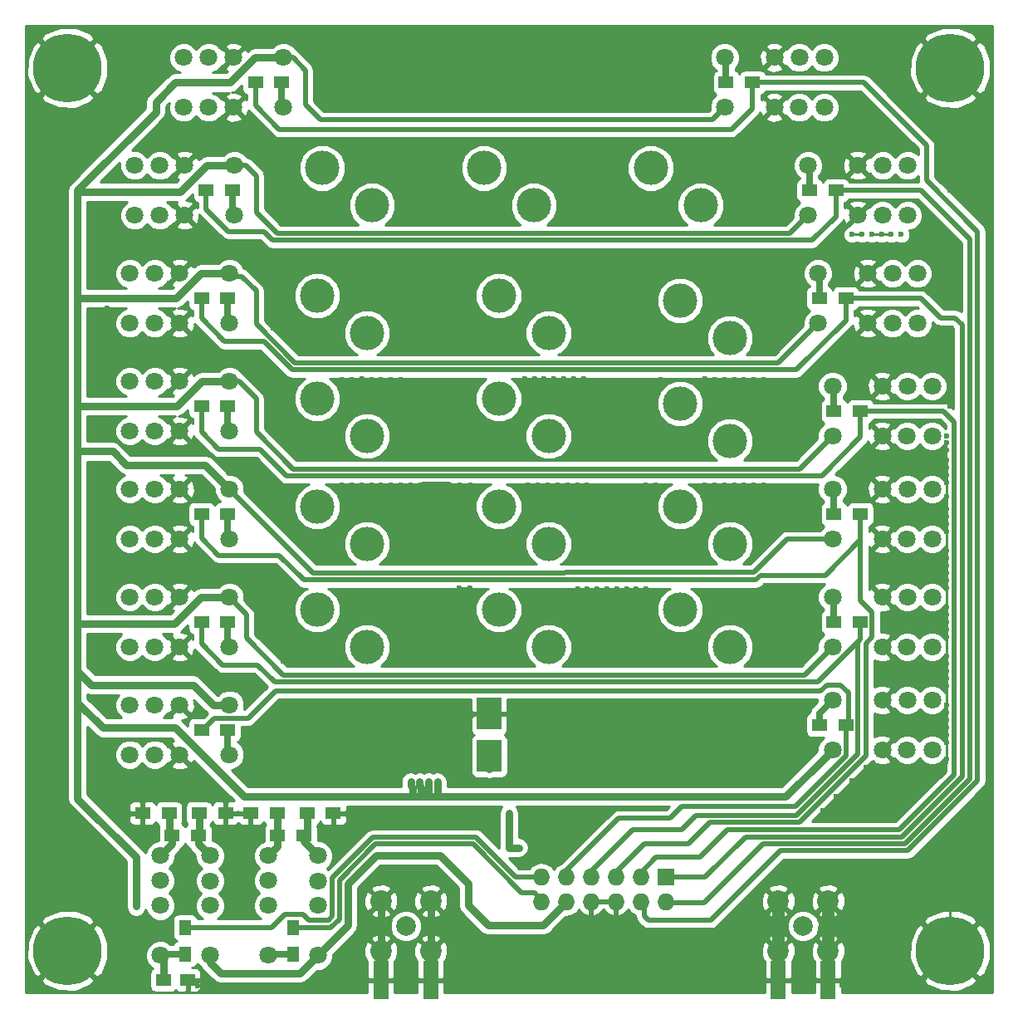
<source format=gbl>
G04 #@! TF.FileFunction,Copper,L4,Bot,Signal*
%FSLAX46Y46*%
G04 Gerber Fmt 4.6, Leading zero omitted, Abs format (unit mm)*
G04 Created by KiCad (PCBNEW 4.0.7) date 01/14/18 17:33:56*
%MOMM*%
%LPD*%
G01*
G04 APERTURE LIST*
%ADD10C,0.100000*%
%ADD11C,0.600000*%
%ADD12C,3.500000*%
%ADD13C,7.000000*%
%ADD14R,1.500000X1.250000*%
%ADD15C,2.200000*%
%ADD16C,2.000000*%
%ADD17R,1.500000X1.300000*%
%ADD18C,1.800000*%
%ADD19R,1.300000X1.500000*%
%ADD20R,1.727200X1.727200*%
%ADD21O,1.727200X1.727200*%
%ADD22R,2.500000X3.200000*%
%ADD23R,1.500000X4.000000*%
%ADD24C,0.800000*%
%ADD25C,0.500000*%
%ADD26C,0.250000*%
%ADD27C,1.300000*%
%ADD28C,0.700000*%
%ADD29C,0.254000*%
G04 APERTURE END LIST*
D10*
D11*
X164500000Y-111000000D03*
X163500000Y-111000000D03*
X162500000Y-111000000D03*
X161500000Y-111000000D03*
X160500000Y-111000000D03*
X159500000Y-111000000D03*
X158500000Y-111000000D03*
X157500000Y-111000000D03*
X156500000Y-111000000D03*
X155500000Y-111000000D03*
X154500000Y-111000000D03*
X153500000Y-111000000D03*
X152500000Y-111000000D03*
X151500000Y-111000000D03*
X150500000Y-111000000D03*
X149500000Y-111000000D03*
X148500000Y-111000000D03*
X147500000Y-111000000D03*
X146500000Y-111000000D03*
X145500000Y-111000000D03*
X144500000Y-111000000D03*
X143500000Y-111000000D03*
X142500000Y-111000000D03*
X141500000Y-111000000D03*
X140500000Y-111000000D03*
X139500000Y-111000000D03*
X138500000Y-111000000D03*
X137500000Y-111000000D03*
X136500000Y-111000000D03*
X135500000Y-111000000D03*
X134500000Y-111000000D03*
X164500000Y-110000000D03*
X163500000Y-110000000D03*
X162500000Y-110000000D03*
X161500000Y-110000000D03*
X160500000Y-110000000D03*
X159500000Y-110000000D03*
X158500000Y-110000000D03*
X157500000Y-110000000D03*
X156500000Y-110000000D03*
X155500000Y-110000000D03*
X154500000Y-110000000D03*
X153500000Y-110000000D03*
X152500000Y-110000000D03*
X151500000Y-110000000D03*
X150500000Y-110000000D03*
X149500000Y-110000000D03*
X148500000Y-110000000D03*
X147500000Y-110000000D03*
X146500000Y-110000000D03*
X145500000Y-110000000D03*
X144500000Y-110000000D03*
X143500000Y-110000000D03*
X142500000Y-110000000D03*
X141500000Y-110000000D03*
X140500000Y-110000000D03*
X139500000Y-110000000D03*
X138500000Y-110000000D03*
X137500000Y-110000000D03*
X136500000Y-110000000D03*
X135500000Y-110000000D03*
X134500000Y-110000000D03*
X164500000Y-109000000D03*
X163500000Y-109000000D03*
X135500000Y-109000000D03*
X134500000Y-109000000D03*
X164500000Y-108000000D03*
X163500000Y-108000000D03*
X162500000Y-108000000D03*
X161500000Y-108000000D03*
X160500000Y-108000000D03*
X159500000Y-108000000D03*
X158500000Y-108000000D03*
X157500000Y-108000000D03*
X156500000Y-108000000D03*
X155500000Y-108000000D03*
X154500000Y-108000000D03*
X153500000Y-108000000D03*
X152500000Y-108000000D03*
X151500000Y-108000000D03*
X150500000Y-108000000D03*
X149500000Y-108000000D03*
X148500000Y-108000000D03*
X147500000Y-108000000D03*
X146500000Y-108000000D03*
X145500000Y-108000000D03*
X144500000Y-108000000D03*
X143500000Y-108000000D03*
X142500000Y-108000000D03*
X141500000Y-108000000D03*
X140500000Y-108000000D03*
X139500000Y-108000000D03*
X138500000Y-108000000D03*
X137500000Y-108000000D03*
X136500000Y-108000000D03*
X135500000Y-108000000D03*
X134500000Y-108000000D03*
X164500000Y-107000000D03*
X163500000Y-107000000D03*
X162500000Y-107000000D03*
X161500000Y-107000000D03*
X160500000Y-107000000D03*
X159500000Y-107000000D03*
X158500000Y-107000000D03*
X157500000Y-107000000D03*
X156500000Y-107000000D03*
X155500000Y-107000000D03*
X154500000Y-107000000D03*
X153500000Y-107000000D03*
X152500000Y-107000000D03*
X151500000Y-107000000D03*
X150500000Y-107000000D03*
X149500000Y-107000000D03*
X148500000Y-107000000D03*
X147500000Y-107000000D03*
X146500000Y-107000000D03*
X145500000Y-107000000D03*
X144500000Y-107000000D03*
X143500000Y-107000000D03*
X142500000Y-107000000D03*
X141500000Y-107000000D03*
X140500000Y-107000000D03*
X139500000Y-107000000D03*
X138500000Y-107000000D03*
X137500000Y-107000000D03*
X136500000Y-107000000D03*
X135500000Y-107000000D03*
X134500000Y-107000000D03*
X189000000Y-103000000D03*
X189000000Y-102000000D03*
X189000000Y-101000000D03*
X189000000Y-100000000D03*
X189000000Y-99000000D03*
X189000000Y-98000000D03*
X189000000Y-97000000D03*
X189000000Y-96000000D03*
X189000000Y-95000000D03*
X189000000Y-94000000D03*
X189000000Y-93000000D03*
X189000000Y-92000000D03*
X189000000Y-91000000D03*
X189000000Y-90000000D03*
X189000000Y-89000000D03*
X189000000Y-88000000D03*
X189000000Y-87000000D03*
X189000000Y-86000000D03*
X189000000Y-85000000D03*
X189000000Y-84000000D03*
X189000000Y-83000000D03*
X189000000Y-82000000D03*
X189000000Y-81000000D03*
X189000000Y-80000000D03*
X189000000Y-79000000D03*
X189000000Y-78000000D03*
X189000000Y-77000000D03*
X189000000Y-76000000D03*
X189000000Y-75000000D03*
X189000000Y-74000000D03*
X189000000Y-73000000D03*
X189000000Y-72000000D03*
X189000000Y-71000000D03*
X189000000Y-70000000D03*
X189000000Y-69000000D03*
X189000000Y-68000000D03*
X189000000Y-67000000D03*
X189000000Y-66000000D03*
X189000000Y-65000000D03*
X189000000Y-64000000D03*
X189000000Y-63000000D03*
X189000000Y-62000000D03*
X189000000Y-61000000D03*
X189000000Y-60000000D03*
X189000000Y-59000000D03*
X189000000Y-58000000D03*
X189000000Y-57000000D03*
X189000000Y-56000000D03*
X189000000Y-55000000D03*
X189000000Y-54000000D03*
X189000000Y-53000000D03*
X189000000Y-52000000D03*
X189000000Y-51000000D03*
X189000000Y-50000000D03*
X189000000Y-49000000D03*
X189000000Y-48000000D03*
X189000000Y-47000000D03*
X189000000Y-46000000D03*
X189000000Y-45000000D03*
X189000000Y-44000000D03*
X189000000Y-43000000D03*
X189000000Y-42000000D03*
X189000000Y-41000000D03*
X189000000Y-40000000D03*
X189000000Y-39000000D03*
X189000000Y-38000000D03*
X189000000Y-37000000D03*
X189000000Y-36000000D03*
X189000000Y-35000000D03*
X189000000Y-34000000D03*
X189000000Y-33000000D03*
X189000000Y-32000000D03*
X189000000Y-31000000D03*
X189000000Y-30000000D03*
X189000000Y-29000000D03*
X189000000Y-28000000D03*
X189000000Y-27000000D03*
X189000000Y-26000000D03*
X189000000Y-25000000D03*
X189000000Y-24000000D03*
X189000000Y-23000000D03*
X189000000Y-22000000D03*
X134500000Y-107000000D03*
X94000000Y-103000000D03*
X93000000Y-103000000D03*
X92000000Y-103000000D03*
X91000000Y-103000000D03*
X94000000Y-102000000D03*
X91000000Y-102000000D03*
X94000000Y-101000000D03*
X91000000Y-101000000D03*
X94000000Y-100000000D03*
X91000000Y-100000000D03*
X94000000Y-99000000D03*
X91000000Y-99000000D03*
X94000000Y-98000000D03*
X91000000Y-98000000D03*
X94000000Y-97000000D03*
X91000000Y-97000000D03*
X94000000Y-96000000D03*
X91000000Y-96000000D03*
X94000000Y-95000000D03*
X91000000Y-95000000D03*
X94000000Y-94000000D03*
X91000000Y-94000000D03*
X94000000Y-93000000D03*
X91000000Y-93000000D03*
X94000000Y-92000000D03*
X91000000Y-92000000D03*
X94000000Y-91000000D03*
X91000000Y-91000000D03*
X94000000Y-90000000D03*
X91000000Y-90000000D03*
X94000000Y-89000000D03*
X91000000Y-89000000D03*
X94000000Y-88000000D03*
X91000000Y-88000000D03*
X94000000Y-87000000D03*
X91000000Y-87000000D03*
X94000000Y-86000000D03*
X91000000Y-86000000D03*
X94000000Y-85000000D03*
X91000000Y-85000000D03*
X94000000Y-84000000D03*
X91000000Y-84000000D03*
X94000000Y-83000000D03*
X91000000Y-83000000D03*
X94000000Y-82000000D03*
X91000000Y-82000000D03*
X94000000Y-81000000D03*
X91000000Y-81000000D03*
X94000000Y-80000000D03*
X91000000Y-80000000D03*
X94000000Y-79000000D03*
X91000000Y-79000000D03*
X94000000Y-78000000D03*
X91000000Y-78000000D03*
X94000000Y-77000000D03*
X91000000Y-77000000D03*
X94000000Y-76000000D03*
X91000000Y-76000000D03*
X94000000Y-75000000D03*
X91000000Y-75000000D03*
X94000000Y-74000000D03*
X91000000Y-74000000D03*
X94000000Y-73000000D03*
X91000000Y-73000000D03*
X94000000Y-72000000D03*
X91000000Y-72000000D03*
X94000000Y-71000000D03*
X91000000Y-71000000D03*
X94000000Y-70000000D03*
X91000000Y-70000000D03*
X94000000Y-69000000D03*
X91000000Y-69000000D03*
X94000000Y-68000000D03*
X91000000Y-68000000D03*
X94000000Y-67000000D03*
X91000000Y-67000000D03*
X94000000Y-66000000D03*
X91000000Y-66000000D03*
X94000000Y-65000000D03*
X91000000Y-65000000D03*
X94000000Y-64000000D03*
X91000000Y-64000000D03*
X94000000Y-63000000D03*
X91000000Y-63000000D03*
X94000000Y-62000000D03*
X91000000Y-62000000D03*
X94000000Y-61000000D03*
X91000000Y-61000000D03*
X94000000Y-60000000D03*
X91000000Y-60000000D03*
X94000000Y-59000000D03*
X91000000Y-59000000D03*
X94000000Y-58000000D03*
X91000000Y-58000000D03*
X94000000Y-57000000D03*
X91000000Y-57000000D03*
X94000000Y-56000000D03*
X91000000Y-56000000D03*
X94000000Y-55000000D03*
X91000000Y-55000000D03*
X94000000Y-54000000D03*
X91000000Y-54000000D03*
X94000000Y-53000000D03*
X91000000Y-53000000D03*
X94000000Y-52000000D03*
X91000000Y-52000000D03*
X94000000Y-51000000D03*
X91000000Y-51000000D03*
X94000000Y-50000000D03*
X91000000Y-50000000D03*
X94000000Y-49000000D03*
X91000000Y-49000000D03*
X94000000Y-48000000D03*
X91000000Y-48000000D03*
X94000000Y-47000000D03*
X91000000Y-47000000D03*
X94000000Y-46000000D03*
X91000000Y-46000000D03*
X94000000Y-45000000D03*
X91000000Y-45000000D03*
X94000000Y-44000000D03*
X91000000Y-44000000D03*
X94000000Y-43000000D03*
X91000000Y-43000000D03*
X94000000Y-42000000D03*
X91000000Y-42000000D03*
X94000000Y-41000000D03*
X91000000Y-41000000D03*
X94000000Y-40000000D03*
X91000000Y-40000000D03*
X94000000Y-39000000D03*
X91000000Y-39000000D03*
X94000000Y-38000000D03*
X91000000Y-38000000D03*
X94000000Y-37000000D03*
X91000000Y-37000000D03*
X94000000Y-36000000D03*
X91000000Y-36000000D03*
X94000000Y-35000000D03*
X91000000Y-35000000D03*
X94000000Y-34000000D03*
X91000000Y-34000000D03*
X94000000Y-33000000D03*
X91000000Y-33000000D03*
X94000000Y-32000000D03*
X91000000Y-32000000D03*
X94000000Y-31000000D03*
X91000000Y-31000000D03*
X94000000Y-30000000D03*
X91000000Y-30000000D03*
X94000000Y-29000000D03*
X91000000Y-29000000D03*
X94000000Y-28000000D03*
X91000000Y-28000000D03*
X94000000Y-27000000D03*
X91000000Y-27000000D03*
X94000000Y-26000000D03*
X91000000Y-26000000D03*
X94000000Y-25000000D03*
X91000000Y-25000000D03*
X94000000Y-24000000D03*
X91000000Y-24000000D03*
X94000000Y-23000000D03*
X91000000Y-23000000D03*
X94000000Y-22000000D03*
X93000000Y-22000000D03*
X92000000Y-22000000D03*
X91000000Y-22000000D03*
X182000000Y-14500000D03*
X181000000Y-14500000D03*
X180000000Y-14500000D03*
X179000000Y-14500000D03*
X178000000Y-14500000D03*
X177000000Y-14500000D03*
X176000000Y-14500000D03*
X175000000Y-14500000D03*
X174000000Y-14500000D03*
X173000000Y-14500000D03*
X172000000Y-14500000D03*
X171000000Y-14500000D03*
X170000000Y-14500000D03*
X169000000Y-14500000D03*
X168000000Y-14500000D03*
X167000000Y-14500000D03*
X166000000Y-14500000D03*
X165000000Y-14500000D03*
X164000000Y-14500000D03*
X163000000Y-14500000D03*
X162000000Y-14500000D03*
X161000000Y-14500000D03*
X160000000Y-14500000D03*
X159000000Y-14500000D03*
X158000000Y-14500000D03*
X157000000Y-14500000D03*
X156000000Y-14500000D03*
X155000000Y-14500000D03*
X154000000Y-14500000D03*
X153000000Y-14500000D03*
X152000000Y-14500000D03*
X151000000Y-14500000D03*
X150000000Y-14500000D03*
X149000000Y-14500000D03*
X148000000Y-14500000D03*
X147000000Y-14500000D03*
X146000000Y-14500000D03*
X145000000Y-14500000D03*
X144000000Y-14500000D03*
X143000000Y-14500000D03*
X142000000Y-14500000D03*
X141000000Y-14500000D03*
X140000000Y-14500000D03*
X139000000Y-14500000D03*
X138000000Y-14500000D03*
X137000000Y-14500000D03*
X136000000Y-14500000D03*
X135000000Y-14500000D03*
X134000000Y-14500000D03*
X133000000Y-14500000D03*
X132000000Y-14500000D03*
X131000000Y-14500000D03*
X130000000Y-14500000D03*
X129000000Y-14500000D03*
X128000000Y-14500000D03*
X127000000Y-14500000D03*
X126000000Y-14500000D03*
X125000000Y-14500000D03*
X124000000Y-14500000D03*
X123000000Y-14500000D03*
X122000000Y-14500000D03*
X121000000Y-14500000D03*
X120000000Y-14500000D03*
X119000000Y-14500000D03*
X118000000Y-14500000D03*
X117000000Y-14500000D03*
X116000000Y-14500000D03*
X115000000Y-14500000D03*
X114000000Y-14500000D03*
X113000000Y-14500000D03*
X112000000Y-14500000D03*
X111000000Y-14500000D03*
X110000000Y-14500000D03*
X109000000Y-14500000D03*
X108000000Y-14500000D03*
X107000000Y-14500000D03*
X106000000Y-14500000D03*
X105000000Y-14500000D03*
X104000000Y-14500000D03*
X103000000Y-14500000D03*
X102000000Y-14500000D03*
X101000000Y-14500000D03*
X100000000Y-14500000D03*
X99000000Y-14500000D03*
X98000000Y-14500000D03*
X182000000Y-13500000D03*
X181000000Y-13500000D03*
X180000000Y-13500000D03*
X179000000Y-13500000D03*
X178000000Y-13500000D03*
X177000000Y-13500000D03*
X176000000Y-13500000D03*
X175000000Y-13500000D03*
X174000000Y-13500000D03*
X173000000Y-13500000D03*
X172000000Y-13500000D03*
X171000000Y-13500000D03*
X170000000Y-13500000D03*
X169000000Y-13500000D03*
X168000000Y-13500000D03*
X167000000Y-13500000D03*
X166000000Y-13500000D03*
X165000000Y-13500000D03*
X164000000Y-13500000D03*
X163000000Y-13500000D03*
X162000000Y-13500000D03*
X161000000Y-13500000D03*
X160000000Y-13500000D03*
X159000000Y-13500000D03*
X158000000Y-13500000D03*
X157000000Y-13500000D03*
X156000000Y-13500000D03*
X155000000Y-13500000D03*
X154000000Y-13500000D03*
X153000000Y-13500000D03*
X152000000Y-13500000D03*
X151000000Y-13500000D03*
X150000000Y-13500000D03*
X149000000Y-13500000D03*
X148000000Y-13500000D03*
X147000000Y-13500000D03*
X146000000Y-13500000D03*
X145000000Y-13500000D03*
X144000000Y-13500000D03*
X143000000Y-13500000D03*
X142000000Y-13500000D03*
X141000000Y-13500000D03*
X140000000Y-13500000D03*
X139000000Y-13500000D03*
X138000000Y-13500000D03*
X137000000Y-13500000D03*
X136000000Y-13500000D03*
X135000000Y-13500000D03*
X134000000Y-13500000D03*
X133000000Y-13500000D03*
X132000000Y-13500000D03*
X131000000Y-13500000D03*
X130000000Y-13500000D03*
X129000000Y-13500000D03*
X128000000Y-13500000D03*
X127000000Y-13500000D03*
X126000000Y-13500000D03*
X125000000Y-13500000D03*
X124000000Y-13500000D03*
X123000000Y-13500000D03*
X122000000Y-13500000D03*
X121000000Y-13500000D03*
X120000000Y-13500000D03*
X119000000Y-13500000D03*
X118000000Y-13500000D03*
X117000000Y-13500000D03*
X116000000Y-13500000D03*
X115000000Y-13500000D03*
X114000000Y-13500000D03*
X113000000Y-13500000D03*
X112000000Y-13500000D03*
X111000000Y-13500000D03*
X110000000Y-13500000D03*
X109000000Y-13500000D03*
X108000000Y-13500000D03*
X107000000Y-13500000D03*
X106000000Y-13500000D03*
X105000000Y-13500000D03*
X104000000Y-13500000D03*
X103000000Y-13500000D03*
X102000000Y-13500000D03*
X101000000Y-13500000D03*
X100000000Y-13500000D03*
X99000000Y-13500000D03*
D12*
X138960000Y-40730000D03*
X144040000Y-44540000D03*
X154460000Y-27730000D03*
X159540000Y-31540000D03*
D13*
X95000000Y-17500000D03*
X185000000Y-107500000D03*
D14*
X107250000Y-110500000D03*
X104750000Y-110500000D03*
D15*
X126960000Y-107540000D03*
X126960000Y-102460000D03*
X132040000Y-102460000D03*
X132040000Y-107540000D03*
D16*
X129500000Y-105000000D03*
D12*
X120960000Y-27730000D03*
X126040000Y-31540000D03*
X120460000Y-40730000D03*
X125540000Y-44540000D03*
X120460000Y-51230000D03*
X125540000Y-55040000D03*
X120460000Y-62230000D03*
X125540000Y-66040000D03*
X120460000Y-72730000D03*
X125540000Y-76540000D03*
X137460000Y-27730000D03*
X142540000Y-31540000D03*
X138960000Y-51230000D03*
X144040000Y-55040000D03*
X138960000Y-62230000D03*
X144040000Y-66040000D03*
X138960000Y-72730000D03*
X144040000Y-76540000D03*
X157460000Y-41230000D03*
X162540000Y-45040000D03*
X157460000Y-51730000D03*
X162540000Y-55540000D03*
X157460000Y-62230000D03*
X162540000Y-66040000D03*
X157460000Y-72730000D03*
X162540000Y-76540000D03*
D17*
X105350000Y-93500000D03*
X102650000Y-93500000D03*
X108400000Y-93500000D03*
X111100000Y-93500000D03*
X105650000Y-95750000D03*
X108350000Y-95750000D03*
X116400000Y-95750000D03*
X119100000Y-95750000D03*
X116350000Y-93500000D03*
X113650000Y-93500000D03*
X119400000Y-93500000D03*
X122100000Y-93500000D03*
D13*
X95000000Y-107500000D03*
X185000000Y-17500000D03*
D15*
X167460000Y-107540000D03*
X167460000Y-102460000D03*
X172540000Y-102460000D03*
X172540000Y-107540000D03*
D16*
X170000000Y-105000000D03*
D18*
X109540000Y-108000000D03*
X104460000Y-108000000D03*
X109540000Y-97840000D03*
X109540000Y-102920000D03*
X109540000Y-100400000D03*
X104460000Y-97840000D03*
X104460000Y-102920000D03*
X104460000Y-100380000D03*
X120540000Y-108000000D03*
X115460000Y-108000000D03*
X120540000Y-97840000D03*
X120540000Y-102920000D03*
X120540000Y-100400000D03*
X115460000Y-97840000D03*
X115460000Y-102920000D03*
X115460000Y-100380000D03*
X112000000Y-27460000D03*
X112000000Y-32540000D03*
X101840000Y-27460000D03*
X106920000Y-27460000D03*
X104400000Y-27460000D03*
X101840000Y-32540000D03*
X106920000Y-32540000D03*
X104380000Y-32540000D03*
X111500000Y-38460000D03*
X111500000Y-43540000D03*
X101340000Y-38460000D03*
X106420000Y-38460000D03*
X103900000Y-38460000D03*
X101340000Y-43540000D03*
X106420000Y-43540000D03*
X103880000Y-43540000D03*
X111500000Y-49460000D03*
X111500000Y-54540000D03*
X101340000Y-49460000D03*
X106420000Y-49460000D03*
X103900000Y-49460000D03*
X101340000Y-54540000D03*
X106420000Y-54540000D03*
X103880000Y-54540000D03*
X111500000Y-60460000D03*
X111500000Y-65540000D03*
X101340000Y-60460000D03*
X106420000Y-60460000D03*
X103900000Y-60460000D03*
X101340000Y-65540000D03*
X106420000Y-65540000D03*
X103880000Y-65540000D03*
X111500000Y-71460000D03*
X111500000Y-76540000D03*
X101340000Y-71460000D03*
X106420000Y-71460000D03*
X103900000Y-71460000D03*
X101340000Y-76540000D03*
X106420000Y-76540000D03*
X103880000Y-76540000D03*
X111500000Y-82460000D03*
X111500000Y-87540000D03*
X101340000Y-82460000D03*
X106420000Y-82460000D03*
X103900000Y-82460000D03*
X101340000Y-87540000D03*
X106420000Y-87540000D03*
X103880000Y-87540000D03*
X117000000Y-16460000D03*
X117000000Y-21540000D03*
X106840000Y-16460000D03*
X111920000Y-16460000D03*
X109400000Y-16460000D03*
X106840000Y-21540000D03*
X111920000Y-21540000D03*
X109380000Y-21540000D03*
X170500000Y-32540000D03*
X170500000Y-27460000D03*
X180660000Y-32540000D03*
X175580000Y-32540000D03*
X178100000Y-32540000D03*
X180660000Y-27460000D03*
X175580000Y-27460000D03*
X178120000Y-27460000D03*
X171500000Y-43540000D03*
X171500000Y-38460000D03*
X181660000Y-43540000D03*
X176580000Y-43540000D03*
X179100000Y-43540000D03*
X181660000Y-38460000D03*
X176580000Y-38460000D03*
X179120000Y-38460000D03*
X173000000Y-55040000D03*
X173000000Y-49960000D03*
X183160000Y-55040000D03*
X178080000Y-55040000D03*
X180600000Y-55040000D03*
X183160000Y-49960000D03*
X178080000Y-49960000D03*
X180620000Y-49960000D03*
X173000000Y-65540000D03*
X173000000Y-60460000D03*
X183160000Y-65540000D03*
X178080000Y-65540000D03*
X180600000Y-65540000D03*
X183160000Y-60460000D03*
X178080000Y-60460000D03*
X180620000Y-60460000D03*
X173000000Y-76540000D03*
X173000000Y-71460000D03*
X183160000Y-76540000D03*
X178080000Y-76540000D03*
X180600000Y-76540000D03*
X183160000Y-71460000D03*
X178080000Y-71460000D03*
X180620000Y-71460000D03*
X173000000Y-87040000D03*
X173000000Y-81960000D03*
X183160000Y-87040000D03*
X178080000Y-87040000D03*
X180600000Y-87040000D03*
X183160000Y-81960000D03*
X178080000Y-81960000D03*
X180620000Y-81960000D03*
X162000000Y-21540000D03*
X162000000Y-16460000D03*
X172160000Y-21540000D03*
X167080000Y-21540000D03*
X169600000Y-21540000D03*
X172160000Y-16460000D03*
X167080000Y-16460000D03*
X169620000Y-16460000D03*
D19*
X107000000Y-107850000D03*
X107000000Y-105150000D03*
D17*
X109150000Y-30000000D03*
X111850000Y-30000000D03*
X111350000Y-41000000D03*
X108650000Y-41000000D03*
X111350000Y-63000000D03*
X108650000Y-63000000D03*
X111350000Y-74000000D03*
X108650000Y-74000000D03*
X111350000Y-85000000D03*
X108650000Y-85000000D03*
X111350000Y-52000000D03*
X108650000Y-52000000D03*
X116850000Y-19000000D03*
X114150000Y-19000000D03*
X164850000Y-19000000D03*
X162150000Y-19000000D03*
X170650000Y-30000000D03*
X173350000Y-30000000D03*
X174350000Y-41000000D03*
X171650000Y-41000000D03*
X175850000Y-63000000D03*
X173150000Y-63000000D03*
X175850000Y-74000000D03*
X173150000Y-74000000D03*
X174350000Y-84500000D03*
X171650000Y-84500000D03*
X175850000Y-52500000D03*
X173150000Y-52500000D03*
D19*
X118000000Y-105150000D03*
X118000000Y-107850000D03*
D20*
X156000000Y-100000000D03*
D21*
X156000000Y-102540000D03*
X153460000Y-100000000D03*
X153460000Y-102540000D03*
X150920000Y-100000000D03*
X150920000Y-102540000D03*
X148380000Y-100000000D03*
X148380000Y-102540000D03*
X145840000Y-100000000D03*
X145840000Y-102540000D03*
X143300000Y-100000000D03*
X143300000Y-102540000D03*
D22*
X138000000Y-83350000D03*
X138000000Y-87650000D03*
D23*
X172540000Y-110500000D03*
X167460000Y-110500000D03*
X132040000Y-110500000D03*
X126960000Y-110500000D03*
D11*
X98000000Y-13500000D03*
X102000000Y-101000000D03*
X102000000Y-102000000D03*
X102000000Y-103000000D03*
X132700000Y-90300000D03*
X131800000Y-90300000D03*
X130900000Y-90300000D03*
X130000000Y-90300000D03*
X99000000Y-78000000D03*
X99000000Y-77000000D03*
X99000000Y-72000000D03*
X99000000Y-71000000D03*
X99000000Y-69000000D03*
X99000000Y-68000000D03*
X99000000Y-66000000D03*
X99000000Y-65000000D03*
X99000000Y-63000000D03*
X99000000Y-62000000D03*
X99000000Y-60000000D03*
X99000000Y-59000000D03*
X99000000Y-54000000D03*
X99000000Y-49000000D03*
X99000000Y-48000000D03*
X99000000Y-46000000D03*
X99000000Y-45000000D03*
X99000000Y-42000000D03*
X99000000Y-43000000D03*
X99000000Y-38000000D03*
X99000000Y-37000000D03*
X99000000Y-36000000D03*
X99000000Y-34000000D03*
X99000000Y-33000000D03*
X175000000Y-17000000D03*
X176500000Y-17000000D03*
X177500000Y-18000000D03*
X178500000Y-19000000D03*
X179500000Y-20000000D03*
X180500000Y-21000000D03*
X181500000Y-22000000D03*
X182500000Y-23000000D03*
X183500000Y-24000000D03*
X178000000Y-25500000D03*
X177000000Y-24500000D03*
X176000000Y-23500000D03*
X175000000Y-22500000D03*
X174000000Y-21500000D03*
X179500000Y-58000000D03*
X180500000Y-58000000D03*
X181500000Y-58000000D03*
X181500000Y-69000000D03*
X180500000Y-69000000D03*
X179500000Y-69000000D03*
X179250000Y-79250000D03*
X180250000Y-79250000D03*
X181250000Y-79250000D03*
X183500000Y-89500000D03*
X182000000Y-91000000D03*
X181000000Y-91499996D03*
X180000000Y-91600000D03*
X184649990Y-88000000D03*
X184649990Y-86250000D03*
X184649990Y-85500000D03*
X184649990Y-84750000D03*
X184649990Y-84000000D03*
X184649990Y-83250000D03*
X184649990Y-80500000D03*
X184649990Y-79750000D03*
X184649990Y-79000000D03*
X184649990Y-78250000D03*
X184649990Y-75500000D03*
X184649990Y-74750000D03*
X184649990Y-74000000D03*
X184649990Y-73250000D03*
X184649990Y-70500000D03*
X184649990Y-69750000D03*
X184649990Y-69000000D03*
X184649990Y-68250000D03*
X184649990Y-66750000D03*
X184649990Y-64750000D03*
X184649990Y-64000000D03*
X184649990Y-63250000D03*
X184649990Y-61250000D03*
X184649990Y-59750000D03*
X184649990Y-59000000D03*
X184649990Y-58250000D03*
X184649990Y-56500000D03*
X184649990Y-55750000D03*
X185000000Y-52000000D03*
X185000000Y-51000000D03*
X185000000Y-49000000D03*
X185000000Y-48000000D03*
X185000000Y-47000000D03*
X185000000Y-46000000D03*
X185000000Y-44000000D03*
X185000000Y-42000000D03*
X185000000Y-41000000D03*
X185000000Y-39000000D03*
X185000000Y-38000000D03*
X185000000Y-37000000D03*
X185000000Y-36000000D03*
X103000000Y-107000000D03*
X102000000Y-106000000D03*
X101000000Y-105000000D03*
X100000000Y-104000000D03*
X100000000Y-103000000D03*
X100000000Y-102000000D03*
X100000000Y-101000000D03*
X100000000Y-100000000D03*
X100000000Y-99000000D03*
X99000000Y-98000000D03*
X98000000Y-97000000D03*
X97000000Y-96000000D03*
X96000000Y-95000000D03*
X95000000Y-94000000D03*
X103000000Y-96500000D03*
X102000000Y-95500000D03*
X101000000Y-94500000D03*
X98000000Y-86500000D03*
X98000000Y-87500000D03*
X98000000Y-88500000D03*
X98000000Y-89500000D03*
X98000000Y-90500000D03*
X98000000Y-91500000D03*
X99000000Y-92500000D03*
X100000000Y-93500000D03*
X170000000Y-86500000D03*
X170000000Y-87500000D03*
X166500000Y-86500000D03*
X166500000Y-87500000D03*
X166500000Y-88500000D03*
X166500000Y-89500000D03*
X161500000Y-86500000D03*
X161500000Y-87500000D03*
X161500000Y-88500000D03*
X161500000Y-89500000D03*
X156500000Y-86500000D03*
X156500000Y-87500000D03*
X156500000Y-88500000D03*
X156500000Y-89500000D03*
X171000000Y-87500000D03*
X170000000Y-88500000D03*
X167500000Y-90500000D03*
X166500000Y-90500000D03*
X165500000Y-90500000D03*
X164500000Y-90500000D03*
X163500000Y-90500000D03*
X162500000Y-90500000D03*
X161500000Y-90500000D03*
X160500000Y-90500000D03*
X159500000Y-90500000D03*
X158500000Y-90500000D03*
X157500000Y-90500000D03*
X156500000Y-90500000D03*
X155500000Y-90500000D03*
X154500000Y-90500000D03*
X153500000Y-90500000D03*
X147000000Y-90500000D03*
X148000000Y-90500000D03*
X149000000Y-90500000D03*
X150000000Y-90500000D03*
X112500000Y-104000000D03*
X112500000Y-103000000D03*
X112500000Y-102000000D03*
X112500000Y-99000000D03*
X112500000Y-98000000D03*
X112500000Y-97000000D03*
X112500000Y-96000000D03*
X112500000Y-95000000D03*
X111000000Y-91500000D03*
X109500000Y-91500000D03*
X108500000Y-91500000D03*
X107500000Y-91500000D03*
X106500000Y-91500000D03*
X128000000Y-83900000D03*
X151000000Y-82500000D03*
X141600000Y-49200000D03*
X142600000Y-49200000D03*
X143600000Y-49200000D03*
X144600000Y-49200000D03*
X145600000Y-49200000D03*
X146600000Y-49200000D03*
X147600000Y-49200000D03*
X153500000Y-46500000D03*
X147500000Y-46500000D03*
X148500000Y-46500000D03*
X149500000Y-46500000D03*
X150500000Y-46500000D03*
X151500000Y-46500000D03*
X152500000Y-46500000D03*
X166000000Y-23000000D03*
X165000000Y-24000000D03*
X163000000Y-25000000D03*
X162000000Y-25000000D03*
X161000000Y-25000000D03*
X160000000Y-25000000D03*
X159000000Y-25000000D03*
X158000000Y-25000000D03*
X157000000Y-25000000D03*
X135000000Y-46000000D03*
X141000000Y-44000000D03*
X140000000Y-44000000D03*
X139000000Y-44000000D03*
X138000000Y-44000000D03*
X122000000Y-44000000D03*
X121000000Y-44000000D03*
X120000000Y-44000000D03*
X119000000Y-44000000D03*
X118000000Y-44000000D03*
X117000000Y-44000000D03*
X116000000Y-44000000D03*
X128000000Y-49250000D03*
X129000000Y-49300000D03*
X127000000Y-49250000D03*
X126000000Y-49250000D03*
X124000000Y-49250000D03*
X125000000Y-49200000D03*
X171800000Y-99300000D03*
X168200000Y-99300000D03*
X180000000Y-111000000D03*
X179000000Y-111000000D03*
X178000000Y-111000000D03*
X177000000Y-111000000D03*
X176000000Y-111000000D03*
X175000000Y-111000000D03*
X174000000Y-111000000D03*
X181100000Y-111000000D03*
X100000000Y-110900000D03*
X101000000Y-110900000D03*
X124000000Y-110000000D03*
X123000000Y-111100000D03*
X125000000Y-109000000D03*
X122000000Y-111100000D03*
X121000000Y-111100000D03*
X119000000Y-111100000D03*
X118000000Y-111100000D03*
X117000000Y-111100000D03*
X116000000Y-111100000D03*
X115000000Y-111100000D03*
X113000000Y-111100000D03*
X112000000Y-111100000D03*
X110000000Y-111100000D03*
X109000000Y-111100000D03*
X155000000Y-93000000D03*
X152000000Y-93000000D03*
X151000000Y-93000000D03*
X150000000Y-93000000D03*
X148000000Y-93000000D03*
X147000000Y-93000000D03*
X146000000Y-93000000D03*
X129000000Y-78000000D03*
X130000000Y-78000000D03*
X132000000Y-78000000D03*
X133000000Y-78000000D03*
X134000000Y-78000000D03*
X135000000Y-78000000D03*
X136000000Y-78000000D03*
X137000000Y-78000000D03*
X138000000Y-78000000D03*
X168000000Y-77000000D03*
X167000000Y-77000000D03*
X166100000Y-77000000D03*
X168000000Y-78000000D03*
X167000000Y-78000000D03*
X166100000Y-78000000D03*
X157000000Y-78000000D03*
X156700000Y-76299996D03*
X155800000Y-77200000D03*
X155000000Y-78000000D03*
X154000000Y-78000000D03*
X162000000Y-71000000D03*
X164000000Y-71000000D03*
X165000000Y-71000000D03*
X167000000Y-71000000D03*
X168000000Y-71000000D03*
X166000000Y-71000000D03*
X163000000Y-71000000D03*
X161000000Y-71000000D03*
X152000000Y-70600000D03*
X153000000Y-70600000D03*
X153999999Y-70600000D03*
X151000000Y-70600000D03*
X150000000Y-70600000D03*
X148000000Y-70600002D03*
X147000000Y-70600000D03*
X143000000Y-71000000D03*
X145000000Y-71000000D03*
X149000000Y-70600002D03*
X145999978Y-71000000D03*
X144000000Y-71000000D03*
X142000000Y-71000000D03*
X125000000Y-71000000D03*
X127000000Y-71000000D03*
X129000000Y-71000000D03*
X130100000Y-70900000D03*
X128000000Y-71000000D03*
X126000000Y-71000000D03*
X124000000Y-71000000D03*
X134900000Y-70500000D03*
X136000000Y-70500000D03*
X135000000Y-68000000D03*
X134000000Y-68000000D03*
X133000000Y-68000000D03*
X132000000Y-68000000D03*
X130000000Y-68000000D03*
X129000000Y-68000000D03*
X127999998Y-68000000D03*
X121000000Y-67000000D03*
X122100000Y-67000000D03*
X120000000Y-67000000D03*
X124000000Y-60000000D03*
X125000000Y-60000000D03*
X126000000Y-60000000D03*
X127000000Y-60000000D03*
X128000000Y-60000000D03*
X129000000Y-60000000D03*
X130000000Y-60000000D03*
X135000000Y-60000000D03*
X134000000Y-60000000D03*
X136100000Y-60000000D03*
X142000000Y-60000000D03*
X143000000Y-60000000D03*
X145000000Y-60000000D03*
X146000000Y-60000000D03*
X147000000Y-60000000D03*
X148000000Y-60000000D03*
X154000000Y-60000000D03*
X160000000Y-60000000D03*
X161000000Y-60000000D03*
X163000000Y-60000000D03*
X165000000Y-60000000D03*
X167000000Y-57250000D03*
X176100000Y-46000000D03*
X177000000Y-46000000D03*
X178000000Y-46000000D03*
X179100000Y-46000000D03*
X180000000Y-46000000D03*
X181000000Y-46000000D03*
X176000000Y-47500000D03*
X175000000Y-47600000D03*
X174000000Y-47600000D03*
X173000000Y-47600000D03*
X166000000Y-49300000D03*
X165000000Y-49300000D03*
X164000000Y-49250000D03*
X163000000Y-49300000D03*
X162000000Y-49250000D03*
X161000000Y-49250000D03*
X160000000Y-49200000D03*
X171000000Y-36500000D03*
X170000000Y-36500000D03*
X168000000Y-36500000D03*
X167000000Y-36500000D03*
X165000000Y-36500000D03*
X166000004Y-36500000D03*
X163000000Y-36500000D03*
X162000000Y-36500000D03*
X161000000Y-36499994D03*
X160000000Y-36500000D03*
X158000000Y-36500000D03*
X157000000Y-36500000D03*
X155999996Y-36500000D03*
X155000000Y-36500000D03*
X153000000Y-36500000D03*
X151900000Y-36500000D03*
X151000000Y-36500000D03*
X150000000Y-36500000D03*
X148000000Y-36500000D03*
X147000000Y-36500000D03*
X146000000Y-36500000D03*
X145000000Y-36500000D03*
X143000000Y-36500000D03*
X142000000Y-36500000D03*
X141000000Y-36500000D03*
X140000000Y-36500000D03*
X138000000Y-36500000D03*
X137000000Y-36500000D03*
X136000000Y-36500000D03*
X135000000Y-36500000D03*
X126000000Y-36500004D03*
X125000000Y-26000000D03*
X126000000Y-26000000D03*
X127000000Y-26000000D03*
X129000000Y-26000000D03*
X130000000Y-26000000D03*
X131000006Y-26000000D03*
X132000000Y-26000000D03*
X134000000Y-26000000D03*
X151000000Y-27000000D03*
X150000000Y-26000000D03*
X149000000Y-26000000D03*
X148000000Y-26000000D03*
X147000000Y-26000000D03*
X146000000Y-27000000D03*
X145000000Y-28000000D03*
X156000000Y-32000000D03*
X155000000Y-32000000D03*
X153000000Y-32000000D03*
X152000000Y-32000000D03*
X151000000Y-32000000D03*
X150000000Y-32000000D03*
X148000000Y-32000000D03*
X147000000Y-32000000D03*
X146000000Y-32000000D03*
X138000000Y-32000000D03*
X137000000Y-32000000D03*
X136000000Y-32000000D03*
X135000000Y-32000000D03*
X133000000Y-32000000D03*
X132000000Y-32000000D03*
X130000000Y-32000000D03*
X145000000Y-82500000D03*
X146000000Y-82500000D03*
X148000000Y-82500000D03*
X150000000Y-82500000D03*
X153000000Y-82500000D03*
X155000000Y-82500000D03*
X156000000Y-82500000D03*
X158000000Y-82500000D03*
X160000000Y-82500000D03*
X161000000Y-82500000D03*
X163000000Y-82500000D03*
X164000000Y-82500000D03*
X165000001Y-82500000D03*
X167000000Y-82500000D03*
X169000000Y-82500000D03*
X170000000Y-82500000D03*
X171000000Y-82499998D03*
X168000002Y-82500000D03*
X166000000Y-82500000D03*
X159000000Y-82500004D03*
X154000000Y-82500000D03*
X149000000Y-82500000D03*
X144000000Y-82500000D03*
X114000000Y-86000000D03*
X115100000Y-84900000D03*
X116100000Y-83900000D03*
X117000000Y-83900000D03*
X118000000Y-83900000D03*
X119100000Y-83900000D03*
X120000000Y-83900000D03*
X121000000Y-83900000D03*
X122000000Y-83900000D03*
X123000000Y-83900000D03*
X124100000Y-83900000D03*
X125000000Y-83900000D03*
X126000000Y-83900000D03*
X127100000Y-83900000D03*
X129000000Y-83900000D03*
X130000000Y-83900000D03*
X131000000Y-83900000D03*
X132000000Y-83900000D03*
X133000000Y-83900000D03*
X134000000Y-83900000D03*
X135000000Y-83900000D03*
X154000000Y-17000000D03*
X153000000Y-17000000D03*
X152000000Y-17000000D03*
X151000000Y-17000000D03*
X150000000Y-17000000D03*
X149000000Y-17000000D03*
X148000000Y-17000000D03*
X147000000Y-17000000D03*
X146000000Y-17000000D03*
X145000000Y-17000000D03*
X144000000Y-17000000D03*
X143000000Y-17000000D03*
X142000000Y-17000000D03*
X141000000Y-17000000D03*
X140000000Y-17000000D03*
X139000000Y-17000000D03*
X138000000Y-17000000D03*
X137000000Y-17000000D03*
X136000000Y-17000000D03*
X135000000Y-17000000D03*
X134000000Y-17000000D03*
X133000000Y-17000000D03*
X132000000Y-17000000D03*
X131000000Y-17000000D03*
X130000000Y-17000000D03*
X129000000Y-17000000D03*
X128000000Y-17000000D03*
X127000000Y-17000000D03*
X126000000Y-17000000D03*
X125000000Y-17000000D03*
X124000000Y-17000000D03*
X154000000Y-20600000D03*
X153000000Y-20600000D03*
X152000000Y-20600000D03*
X151000000Y-20600000D03*
X150000000Y-20600000D03*
X149000000Y-20600000D03*
X148000000Y-20600000D03*
X147000000Y-20600000D03*
X146000000Y-20600000D03*
X145000000Y-20600000D03*
X144000000Y-20600000D03*
X143000000Y-20600000D03*
X142000000Y-20600000D03*
X141000000Y-20600000D03*
X140000000Y-20600000D03*
X139000000Y-20600000D03*
X138000000Y-20600000D03*
X137000000Y-20600000D03*
X136000000Y-20600000D03*
X135000000Y-20600000D03*
X134000000Y-20600000D03*
X133000000Y-20600000D03*
X132000000Y-20600000D03*
X131000000Y-20600000D03*
X130000000Y-20600000D03*
X129000000Y-20600000D03*
X128000000Y-20600000D03*
X127000000Y-20600000D03*
X126000000Y-20600000D03*
X124450000Y-20600000D03*
X153600000Y-93000000D03*
X149000000Y-93000000D03*
X102000000Y-110900000D03*
X99000000Y-110900000D03*
X108300000Y-111100000D03*
X111000000Y-111100000D03*
X114000000Y-111100000D03*
X120000000Y-111100000D03*
X139000000Y-32000000D03*
X134000000Y-32000000D03*
X131000000Y-32000000D03*
X154000000Y-32000000D03*
X149000000Y-32000000D03*
X135000000Y-26000000D03*
X133000000Y-26000000D03*
X128000000Y-26000000D03*
X164000000Y-60000000D03*
X166000000Y-60000000D03*
X169000000Y-36500000D03*
X164000000Y-36500000D03*
X159000000Y-36500000D03*
X154000000Y-36500000D03*
X149000000Y-36500000D03*
X144000000Y-36500000D03*
X139000000Y-36500000D03*
X131000000Y-36500000D03*
X127000000Y-36500000D03*
X125000000Y-36500004D03*
X162000000Y-60000000D03*
X162000000Y-82500000D03*
X157000000Y-82500000D03*
X152000000Y-82500000D03*
X147000000Y-82500000D03*
X122217439Y-98224990D03*
X176400000Y-88800000D03*
X175000000Y-90200000D03*
X173400000Y-91800000D03*
X172000000Y-93200000D03*
X167800000Y-100400000D03*
X168200000Y-98400000D03*
X171800000Y-100400000D03*
X171800000Y-98400000D03*
X175800000Y-93600000D03*
X177200000Y-92200000D03*
X179000000Y-91600000D03*
X182800000Y-90200000D03*
X184000000Y-89000000D03*
X158000000Y-56250000D03*
X155500000Y-56250000D03*
X153000000Y-56250000D03*
X166000000Y-57250000D03*
X168000000Y-57250000D03*
X155000000Y-60000000D03*
X144000000Y-60000000D03*
X123000000Y-60000000D03*
X131000000Y-60000000D03*
X123000000Y-49250000D03*
X155500000Y-49250000D03*
X131000000Y-68000000D03*
X117000000Y-78000000D03*
X122000000Y-78000000D03*
X119500000Y-78000000D03*
X131000000Y-78000000D03*
X139000000Y-78000000D03*
X148000000Y-78000000D03*
X158500000Y-78000000D03*
X184649990Y-72500000D03*
X184649990Y-67500000D03*
X184649990Y-62500000D03*
X184649990Y-57500000D03*
X184649990Y-77500000D03*
X184649990Y-55000000D03*
X184649990Y-82500000D03*
X185000000Y-40000000D03*
X185000000Y-50000000D03*
X185000000Y-100000000D03*
X185000000Y-95000000D03*
X185000000Y-45000000D03*
X185000000Y-25000000D03*
X185000000Y-30000000D03*
X185000000Y-35000000D03*
X172000000Y-47600000D03*
X99000000Y-39000000D03*
X99000000Y-35000000D03*
X99000000Y-32000000D03*
X99000000Y-76000000D03*
X99000000Y-73000000D03*
X99000000Y-70000000D03*
X99000000Y-67000000D03*
X99000000Y-64000000D03*
X99000000Y-61000000D03*
X99000000Y-58000000D03*
X99000000Y-55000000D03*
X99000000Y-44000000D03*
X99000000Y-47000000D03*
X99000000Y-50000000D03*
X99000000Y-29000000D03*
X99000000Y-82000000D03*
X99000000Y-79000000D03*
X122400000Y-97400000D03*
X122200000Y-96000000D03*
X122200000Y-94800000D03*
X175000000Y-34500000D03*
X176000000Y-34500000D03*
X177000000Y-34500000D03*
X180000000Y-34500000D03*
X179000000Y-34500000D03*
X178000000Y-34500000D03*
X140000000Y-94500000D03*
X141000000Y-97000000D03*
X140000000Y-97000000D03*
X140000000Y-93500000D03*
X138000000Y-87650000D03*
X138000000Y-89000000D03*
X138000000Y-86500000D03*
D24*
X96000000Y-82000000D02*
X96000000Y-92000000D01*
X102000000Y-98000000D02*
X102000000Y-103000000D01*
X96000000Y-92000000D02*
X102000000Y-98000000D01*
X130000000Y-90300000D02*
X130000000Y-90724264D01*
X130000000Y-90724264D02*
X130200000Y-90924264D01*
X130200000Y-90924264D02*
X130200000Y-91800000D01*
X130900000Y-90300000D02*
X130900000Y-90724264D01*
X130900000Y-90724264D02*
X131000000Y-90824264D01*
X131000000Y-90824264D02*
X131000000Y-91800000D01*
X131800000Y-90300000D02*
X131800000Y-91600000D01*
X131800000Y-91600000D02*
X132000000Y-91800000D01*
X132000000Y-91800000D02*
X132600000Y-91800000D01*
X132600000Y-91800000D02*
X133000000Y-91800000D01*
X132700000Y-90300000D02*
X132700000Y-91700000D01*
X132700000Y-91700000D02*
X132600000Y-91800000D01*
X120540000Y-108000000D02*
X120540000Y-107960000D01*
X135900000Y-102900000D02*
X137900000Y-104900000D01*
X120540000Y-107960000D02*
X123550020Y-104949980D01*
X123550020Y-104949980D02*
X123550020Y-100699980D01*
X123550020Y-100699980D02*
X126450000Y-97800000D01*
X137900000Y-104900000D02*
X143480000Y-104900000D01*
X126450000Y-97800000D02*
X133000000Y-97800000D01*
X143480000Y-104900000D02*
X145840000Y-102540000D01*
X133000000Y-97800000D02*
X135900000Y-100700000D01*
X135900000Y-100700000D02*
X135900000Y-102900000D01*
D25*
X168360031Y-65540000D02*
X164950044Y-68949987D01*
X164950044Y-68949987D02*
X145760048Y-68949987D01*
X173000000Y-65540000D02*
X168360031Y-65540000D01*
X145760048Y-68949987D02*
X145710035Y-69000000D01*
X112399999Y-61359999D02*
X111500000Y-60460000D01*
X145710035Y-69000000D02*
X120040000Y-69000000D01*
X120040000Y-69000000D02*
X112399999Y-61359999D01*
D24*
X109540000Y-108000000D02*
X109540000Y-108740000D01*
X109540000Y-108740000D02*
X110600000Y-109800000D01*
X110600000Y-109800000D02*
X118700000Y-109800000D01*
X118700000Y-109800000D02*
X120500000Y-108000000D01*
X120500000Y-108000000D02*
X120540000Y-108000000D01*
D25*
X173000000Y-55040000D02*
X169640000Y-58400000D01*
X169640000Y-58400000D02*
X118000000Y-58400000D01*
X118000000Y-58400000D02*
X114250000Y-54650000D01*
X114250000Y-54650000D02*
X114250000Y-51250000D01*
X114250000Y-51250000D02*
X112460000Y-49460000D01*
X112460000Y-49460000D02*
X111500000Y-49460000D01*
X171500000Y-43540000D02*
X167440000Y-47600000D01*
X118200000Y-47600000D02*
X114250000Y-43650000D01*
X167440000Y-47600000D02*
X118200000Y-47600000D01*
X114250000Y-43650000D02*
X114250000Y-40250000D01*
X114250000Y-40250000D02*
X112750000Y-38750000D01*
X112750000Y-38750000D02*
X111790000Y-38750000D01*
X111790000Y-38750000D02*
X111500000Y-38460000D01*
X162000000Y-21540000D02*
X160740000Y-22800000D01*
X160740000Y-22800000D02*
X120800000Y-22800000D01*
X120800000Y-22800000D02*
X119250000Y-21250000D01*
X119250000Y-17750000D02*
X117960000Y-16460000D01*
X119250000Y-21250000D02*
X119250000Y-17750000D01*
X117960000Y-16460000D02*
X117000000Y-16460000D01*
X170500000Y-32540000D02*
X170460000Y-32540000D01*
X170460000Y-32540000D02*
X168600000Y-34400000D01*
X168600000Y-34400000D02*
X116400000Y-34400000D01*
X114250000Y-28500000D02*
X113210000Y-27460000D01*
X116400000Y-34400000D02*
X114250000Y-32250000D01*
X114250000Y-32250000D02*
X114250000Y-28500000D01*
X113210000Y-27460000D02*
X112000000Y-27460000D01*
X173000000Y-76540000D02*
X170140000Y-79400000D01*
X170140000Y-79400000D02*
X117000000Y-79400000D01*
X117000000Y-79400000D02*
X113250000Y-75650000D01*
X113250000Y-75650000D02*
X113250000Y-73250000D01*
X113250000Y-73250000D02*
X112399999Y-72399999D01*
X112399999Y-72399999D02*
X112399999Y-72359999D01*
X112399999Y-72359999D02*
X111500000Y-71460000D01*
D24*
X111500000Y-82460000D02*
X109860000Y-82460000D01*
X97400000Y-80400000D02*
X96000000Y-79000000D01*
X107800000Y-80400000D02*
X97400000Y-80400000D01*
X109860000Y-82460000D02*
X107800000Y-80400000D01*
X96000000Y-56600000D02*
X99600000Y-56600000D01*
X109040000Y-58000000D02*
X111500000Y-60460000D01*
X101000000Y-58000000D02*
X109040000Y-58000000D01*
X99600000Y-56600000D02*
X101000000Y-58000000D01*
X96000000Y-74200000D02*
X96000000Y-79000000D01*
X96000000Y-79000000D02*
X96000000Y-82000000D01*
X96000000Y-82000000D02*
X96000000Y-82200000D01*
X96000000Y-82200000D02*
X98600000Y-84800000D01*
X172100001Y-87939999D02*
X173000000Y-87040000D01*
X117000000Y-16460000D02*
X114140002Y-16460000D01*
X114140002Y-16460000D02*
X111600002Y-19000000D01*
X111600002Y-19000000D02*
X106000000Y-19000000D01*
X106000000Y-19000000D02*
X104000000Y-21000000D01*
X104000000Y-21000000D02*
X104000000Y-22000000D01*
X104000000Y-22000000D02*
X96000000Y-30000000D01*
X96000000Y-30000000D02*
X96000000Y-30159998D01*
X112000000Y-27460000D02*
X109209998Y-27460000D01*
X109209998Y-27460000D02*
X106510000Y-30159998D01*
X106510000Y-30159998D02*
X96000000Y-30159998D01*
X96000000Y-30159998D02*
X96000000Y-41000000D01*
X96000000Y-41000000D02*
X96000000Y-52000000D01*
X111500000Y-38460000D02*
X108640002Y-38460000D01*
X108640002Y-38460000D02*
X106100002Y-41000000D01*
X106100002Y-41000000D02*
X96000000Y-41000000D01*
X96000000Y-52000000D02*
X96000000Y-56600000D01*
X96000000Y-56600000D02*
X96000000Y-62800000D01*
X111500000Y-49460000D02*
X108709998Y-49460000D01*
X108709998Y-49460000D02*
X106169998Y-52000000D01*
X106169998Y-52000000D02*
X96000000Y-52000000D01*
X96000000Y-62800000D02*
X96000000Y-74200000D01*
X111500000Y-71460000D02*
X108640002Y-71460000D01*
X108640002Y-71460000D02*
X105900002Y-74200000D01*
X105900002Y-74200000D02*
X96000000Y-74200000D01*
X168240000Y-91800000D02*
X172100001Y-87939999D01*
X131000000Y-91800000D02*
X132000000Y-91800000D01*
X130200000Y-91800000D02*
X131000000Y-91800000D01*
X133000000Y-91800000D02*
X134000000Y-91800000D01*
X113000000Y-91800000D02*
X130200000Y-91800000D01*
X106000000Y-84800000D02*
X113000000Y-91800000D01*
X98600000Y-84800000D02*
X106000000Y-84800000D01*
X134000000Y-91800000D02*
X168240000Y-91800000D01*
D26*
X185000000Y-25000000D02*
X184500000Y-25000000D01*
X176500000Y-17000000D02*
X175000000Y-17000000D01*
X178500000Y-19000000D02*
X177500000Y-18000000D01*
X180500000Y-21000000D02*
X179500000Y-20000000D01*
X182500000Y-23000000D02*
X181500000Y-22000000D01*
X184500000Y-25000000D02*
X183500000Y-24000000D01*
X176000000Y-23500000D02*
X177000000Y-24500000D01*
X174000000Y-21500000D02*
X175000000Y-22500000D01*
X179500000Y-58000000D02*
X180500000Y-58000000D01*
X179500000Y-69000000D02*
X180500000Y-69000000D01*
X179250000Y-79250000D02*
X180250000Y-79250000D01*
X183500000Y-89500000D02*
X182800000Y-90200000D01*
X184000000Y-89000000D02*
X183500000Y-89500000D01*
X180899996Y-91600000D02*
X181000000Y-91499996D01*
X180000000Y-91600000D02*
X180899996Y-91600000D01*
X180000000Y-91600000D02*
X179000000Y-91600000D01*
X184649990Y-88000000D02*
X184649990Y-88350010D01*
X184649990Y-86250000D02*
X184649990Y-88000000D01*
X184649990Y-85500000D02*
X184649990Y-86250000D01*
X184649990Y-84750000D02*
X184649990Y-85500000D01*
X184649990Y-84000000D02*
X184649990Y-84750000D01*
X184649990Y-83250000D02*
X184649990Y-84000000D01*
X184649990Y-82500000D02*
X184649990Y-83250000D01*
X184649990Y-80500000D02*
X184649990Y-82500000D01*
X184649990Y-79750000D02*
X184649990Y-80500000D01*
X184649990Y-79000000D02*
X184649990Y-79750000D01*
X184649990Y-78250000D02*
X184649990Y-79000000D01*
X184649990Y-77924264D02*
X184649990Y-78250000D01*
X184649990Y-75500000D02*
X184649990Y-77500000D01*
X184649990Y-74750000D02*
X184649990Y-75500000D01*
X184649990Y-74000000D02*
X184649990Y-74750000D01*
X184649990Y-73250000D02*
X184649990Y-74000000D01*
X184649990Y-72924264D02*
X184649990Y-73250000D01*
X184649990Y-71250000D02*
X184649990Y-72500000D01*
X184649990Y-70500000D02*
X184649990Y-71250000D01*
X184649990Y-69750000D02*
X184649990Y-70500000D01*
X184649990Y-69000000D02*
X184649990Y-69750000D01*
X184649990Y-68250000D02*
X184649990Y-69000000D01*
X184649990Y-67924264D02*
X184649990Y-68250000D01*
X184649990Y-66750000D02*
X184649990Y-67500000D01*
X184649990Y-64750000D02*
X184649990Y-66750000D01*
X184649990Y-64000000D02*
X184649990Y-64750000D01*
X184649990Y-63250000D02*
X184649990Y-64000000D01*
X184649990Y-62924264D02*
X184649990Y-63250000D01*
X184649990Y-61250000D02*
X184649990Y-62500000D01*
X184649990Y-59750000D02*
X184649990Y-61250000D01*
X184649990Y-59000000D02*
X184649990Y-59750000D01*
X184649990Y-58250000D02*
X184649990Y-59000000D01*
X184649990Y-57924264D02*
X184649990Y-58250000D01*
X185000000Y-49000000D02*
X185000000Y-50000000D01*
X185000000Y-48000000D02*
X185000000Y-49000000D01*
X185000000Y-47000000D02*
X185000000Y-48000000D01*
X185000000Y-46000000D02*
X185000000Y-47000000D01*
X185000000Y-45000000D02*
X185000000Y-46000000D01*
X185000000Y-39000000D02*
X185000000Y-38000000D01*
X185000000Y-40000000D02*
X185000000Y-39000000D01*
X185000000Y-38000000D02*
X185000000Y-37000000D01*
X185000000Y-37000000D02*
X185000000Y-36000000D01*
X185000000Y-36000000D02*
X185000000Y-35000000D01*
X102000000Y-106000000D02*
X103000000Y-107000000D01*
X100000000Y-104000000D02*
X101000000Y-105000000D01*
X100000000Y-102000000D02*
X100000000Y-103000000D01*
X100000000Y-100000000D02*
X100000000Y-101000000D01*
X99000000Y-98000000D02*
X100000000Y-99000000D01*
X97000000Y-96000000D02*
X98000000Y-97000000D01*
X95000000Y-94000000D02*
X96000000Y-95000000D01*
X100000000Y-93500000D02*
X101000000Y-94500000D01*
X102000000Y-95500000D02*
X103000000Y-96500000D01*
X102650000Y-93500000D02*
X100000000Y-93500000D01*
X98000000Y-88500000D02*
X98000000Y-87500000D01*
X98000000Y-90500000D02*
X98000000Y-89500000D01*
X99000000Y-92500000D02*
X98000000Y-91500000D01*
X170000000Y-87500000D02*
X170000000Y-86500000D01*
X166500000Y-87500000D02*
X166500000Y-86500000D01*
X166500000Y-89500000D02*
X166500000Y-88500000D01*
X161500000Y-87500000D02*
X161500000Y-86500000D01*
X161500000Y-89500000D02*
X161500000Y-88500000D01*
X156500000Y-87500000D02*
X156500000Y-86500000D01*
X156500000Y-89500000D02*
X156500000Y-88500000D01*
X170000000Y-88500000D02*
X171000000Y-87500000D01*
X165500000Y-90500000D02*
X166500000Y-90500000D01*
X163500000Y-90500000D02*
X164500000Y-90500000D01*
X161500000Y-90500000D02*
X162500000Y-90500000D01*
X159500000Y-90500000D02*
X160500000Y-90500000D01*
X157500000Y-90500000D02*
X158500000Y-90500000D01*
X155500000Y-90500000D02*
X156500000Y-90500000D01*
X153500000Y-90500000D02*
X154500000Y-90500000D01*
X148000000Y-90500000D02*
X147000000Y-90500000D01*
X150000000Y-90500000D02*
X149000000Y-90500000D01*
X112500000Y-103000000D02*
X112500000Y-104000000D01*
X112500000Y-99000000D02*
X112500000Y-102000000D01*
X112500000Y-97000000D02*
X112500000Y-98000000D01*
X112500000Y-95000000D02*
X112500000Y-96000000D01*
X113650000Y-93500000D02*
X111100000Y-93500000D01*
X111100000Y-93500000D02*
X111000000Y-93400000D01*
X111000000Y-93400000D02*
X111000000Y-91500000D01*
X109500000Y-91500000D02*
X108500000Y-91500000D01*
X107500000Y-91500000D02*
X106500000Y-91500000D01*
X143600000Y-49200000D02*
X142600000Y-49200000D01*
X145600000Y-49200000D02*
X144600000Y-49200000D01*
X147600000Y-49200000D02*
X146600000Y-49200000D01*
X153500000Y-46500000D02*
X152500000Y-46500000D01*
X149500000Y-46500000D02*
X148500000Y-46500000D01*
X151500000Y-46500000D02*
X150500000Y-46500000D01*
X166000000Y-23000000D02*
X165000000Y-24000000D01*
X163000000Y-25000000D02*
X162000000Y-25000000D01*
X161000000Y-25000000D02*
X160000000Y-25000000D01*
X159000000Y-25000000D02*
X158000000Y-25000000D01*
X138424264Y-44000000D02*
X139000000Y-44000000D01*
X138000000Y-44000000D02*
X138424264Y-44000000D01*
X119424264Y-44000000D02*
X120000000Y-44000000D01*
X119000000Y-44000000D02*
X119424264Y-44000000D01*
X128000000Y-49250000D02*
X128950000Y-49250000D01*
X127000000Y-49250000D02*
X128000000Y-49250000D01*
X128950000Y-49250000D02*
X129000000Y-49300000D01*
X127000000Y-49250000D02*
X126000000Y-49250000D01*
X126000000Y-49250000D02*
X125050000Y-49250000D01*
X125050000Y-49250000D02*
X125000000Y-49200000D01*
D24*
X132040000Y-102460000D02*
X132040000Y-107540000D01*
X126960000Y-107540000D02*
X126960000Y-102460000D01*
D26*
X171800000Y-99300000D02*
X171800000Y-98800000D01*
X171800000Y-100400000D02*
X171800000Y-99300000D01*
X168200000Y-99300000D02*
X168200000Y-98400000D01*
X168200000Y-100000000D02*
X168200000Y-99300000D01*
X180000000Y-111000000D02*
X179000000Y-111000000D01*
X181100000Y-111000000D02*
X180000000Y-111000000D01*
X179000000Y-111000000D02*
X178000000Y-111000000D01*
X178000000Y-111000000D02*
X177000000Y-111000000D01*
X177000000Y-111000000D02*
X176000000Y-111000000D01*
X176000000Y-111000000D02*
X175000000Y-111000000D01*
X175000000Y-111000000D02*
X174000000Y-111000000D01*
X100000000Y-110900000D02*
X101000000Y-110900000D01*
X99000000Y-110900000D02*
X100000000Y-110900000D01*
X101000000Y-110900000D02*
X102000000Y-110900000D01*
X122000000Y-111100000D02*
X123000000Y-111100000D01*
X122000000Y-111100000D02*
X121000000Y-111100000D01*
X121000000Y-111100000D02*
X120000000Y-111100000D01*
X116000000Y-111100000D02*
X117000000Y-111100000D01*
X116000000Y-111100000D02*
X115000000Y-111100000D01*
X115000000Y-111100000D02*
X114000000Y-111100000D01*
X110000000Y-111100000D02*
X109000000Y-111100000D01*
X111000000Y-111100000D02*
X110000000Y-111100000D01*
X109000000Y-111100000D02*
X108300000Y-111100000D01*
X153600000Y-93000000D02*
X155000000Y-93000000D01*
X152000000Y-93000000D02*
X151000000Y-93000000D01*
X153600000Y-93000000D02*
X152000000Y-93000000D01*
X148000000Y-93000000D02*
X147000000Y-93000000D01*
X149000000Y-93000000D02*
X148000000Y-93000000D01*
X147000000Y-93000000D02*
X146000000Y-93000000D01*
X130000000Y-78000000D02*
X129000000Y-78000000D01*
X131000000Y-78000000D02*
X130000000Y-78000000D01*
X132000000Y-78000000D02*
X133000000Y-78000000D01*
X131000000Y-78000000D02*
X132000000Y-78000000D01*
X133000000Y-78000000D02*
X134000000Y-78000000D01*
X135000000Y-78000000D02*
X134000000Y-78000000D01*
X135000000Y-78000000D02*
X136000000Y-78000000D01*
X136000000Y-78000000D02*
X137000000Y-78000000D01*
X138000000Y-78000000D02*
X137000000Y-78000000D01*
X138000000Y-78000000D02*
X139000000Y-78000000D01*
X156700000Y-76300000D02*
X156700000Y-76299996D01*
X155800000Y-77200000D02*
X156700000Y-76300000D01*
X156799996Y-76299996D02*
X156700000Y-76299996D01*
X158500000Y-78000000D02*
X156799996Y-76299996D01*
X155800000Y-77200000D02*
X155000000Y-78000000D01*
X154424264Y-78000000D02*
X154000000Y-78000000D01*
X155000000Y-78000000D02*
X154424264Y-78000000D01*
X162000000Y-71000000D02*
X163000000Y-71000000D01*
X161000000Y-71000000D02*
X162000000Y-71000000D01*
X164000000Y-71000000D02*
X165000000Y-71000000D01*
X163000000Y-71000000D02*
X164000000Y-71000000D01*
X165000000Y-71000000D02*
X166000000Y-71000000D01*
X167000000Y-71000000D02*
X168000000Y-71000000D01*
X166000000Y-71000000D02*
X167000000Y-71000000D01*
X152000000Y-70600000D02*
X153000000Y-70600000D01*
X151000000Y-70600000D02*
X152000000Y-70600000D01*
X153000000Y-70600000D02*
X153999999Y-70600000D01*
X150000000Y-70600000D02*
X151000000Y-70600000D01*
X150000000Y-70600000D02*
X149000000Y-70600000D01*
X149000000Y-70600000D02*
X149000000Y-70600002D01*
X148000000Y-70600000D02*
X147424264Y-70600000D01*
X148375734Y-70600000D02*
X148000000Y-70600000D01*
X147000000Y-70600002D02*
X148000000Y-70600002D01*
X148000000Y-70600002D02*
X148375736Y-70600002D01*
X148000000Y-70600000D02*
X148000000Y-70600002D01*
X147424264Y-70600000D02*
X147000000Y-70600000D01*
X148375736Y-70600002D02*
X148375734Y-70600000D01*
X146999998Y-70600002D02*
X147000000Y-70600000D01*
X146600002Y-70600002D02*
X146999998Y-70600002D01*
X147000000Y-70600002D02*
X147000000Y-70600000D01*
X146399976Y-70600002D02*
X147000000Y-70600002D01*
X143000000Y-71000000D02*
X144000000Y-71000000D01*
X142000000Y-71000000D02*
X143000000Y-71000000D01*
X145000000Y-71000000D02*
X145999978Y-71000000D01*
X144000000Y-71000000D02*
X145000000Y-71000000D01*
X148575736Y-70600002D02*
X149000000Y-70600002D01*
X148375736Y-70600002D02*
X148575736Y-70600002D01*
X145999978Y-71000000D02*
X146399976Y-70600002D01*
X125000000Y-71000000D02*
X126000000Y-71000000D01*
X124000000Y-71000000D02*
X125000000Y-71000000D01*
X127000000Y-71000000D02*
X128000000Y-71000000D01*
X126000000Y-71000000D02*
X127000000Y-71000000D01*
X129000000Y-71000000D02*
X130000000Y-71000000D01*
X128000000Y-71000000D02*
X129000000Y-71000000D01*
X130000000Y-71000000D02*
X130100000Y-70900000D01*
X136000000Y-70500000D02*
X134900000Y-70500000D01*
X132000000Y-68000000D02*
X133000000Y-68000000D01*
X132000000Y-68000000D02*
X131000000Y-68000000D01*
X130000000Y-68000000D02*
X129000000Y-68000000D01*
X131000000Y-68000000D02*
X130000000Y-68000000D01*
X129000000Y-68000000D02*
X127999998Y-68000000D01*
X121000000Y-67000000D02*
X122100000Y-67000000D01*
X120000000Y-67000000D02*
X121000000Y-67000000D01*
X124000000Y-60000000D02*
X125000000Y-60000000D01*
X123000000Y-60000000D02*
X124000000Y-60000000D01*
X125000000Y-60000000D02*
X126000000Y-60000000D01*
X127000000Y-60000000D02*
X126000000Y-60000000D01*
X127000000Y-60000000D02*
X128000000Y-60000000D01*
X128000000Y-60000000D02*
X129000000Y-60000000D01*
X130000000Y-60000000D02*
X129000000Y-60000000D01*
X131000000Y-60000000D02*
X130000000Y-60000000D01*
X131000000Y-60000000D02*
X131200000Y-59800000D01*
X131200000Y-59800000D02*
X133800000Y-59800000D01*
X133800000Y-59800000D02*
X134000000Y-60000000D01*
X135000000Y-60000000D02*
X134000000Y-60000000D01*
X136100000Y-60000000D02*
X135000000Y-60000000D01*
X143000000Y-60000000D02*
X142000000Y-60000000D01*
X143000000Y-60000000D02*
X144000000Y-60000000D01*
X145000000Y-60000000D02*
X146000000Y-60000000D01*
X144000000Y-60000000D02*
X145000000Y-60000000D01*
X146000000Y-60000000D02*
X147000000Y-60000000D01*
X148000000Y-60000000D02*
X147000000Y-60000000D01*
X155000000Y-60000000D02*
X154000000Y-60000000D01*
X161000000Y-60000000D02*
X160000000Y-60000000D01*
X159924264Y-60000000D02*
X160000000Y-60000000D01*
X161000000Y-60000000D02*
X162000000Y-60000000D01*
X167000000Y-57250000D02*
X166000000Y-57250000D01*
X168000000Y-57250000D02*
X167000000Y-57250000D01*
X177000000Y-46000000D02*
X176100000Y-46000000D01*
X178000000Y-46000000D02*
X177000000Y-46000000D01*
X179100000Y-46000000D02*
X178000000Y-46000000D01*
X180000000Y-46000000D02*
X179100000Y-46000000D01*
X181000000Y-46000000D02*
X180000000Y-46000000D01*
X176000000Y-47880000D02*
X176000000Y-47500000D01*
X178080000Y-49960000D02*
X176000000Y-47880000D01*
X164000000Y-49250000D02*
X164950000Y-49250000D01*
X164950000Y-49250000D02*
X165000000Y-49300000D01*
X164000000Y-49250000D02*
X162750000Y-49250000D01*
X162800000Y-49300000D02*
X163000000Y-49300000D01*
X162750000Y-49250000D02*
X162800000Y-49300000D01*
X162000000Y-49250000D02*
X162750000Y-49250000D01*
X162000000Y-49250000D02*
X161000000Y-49250000D01*
X161000000Y-49250000D02*
X160050000Y-49250000D01*
X160050000Y-49250000D02*
X160000000Y-49200000D01*
X168000000Y-36500000D02*
X167000000Y-36500000D01*
X169000000Y-36500000D02*
X168000000Y-36500000D01*
X167000000Y-36500000D02*
X166000004Y-36500000D01*
X166000004Y-36500000D02*
X165000000Y-36500000D01*
X164000000Y-36500000D02*
X165000000Y-36500000D01*
X163000000Y-36500000D02*
X162000000Y-36500000D01*
X164000000Y-36500000D02*
X163000000Y-36500000D01*
X162000000Y-36500000D02*
X161000006Y-36500000D01*
X160999994Y-36500000D02*
X161000000Y-36499994D01*
X160000000Y-36500000D02*
X160999994Y-36500000D01*
X161000006Y-36500000D02*
X161000000Y-36499994D01*
X159000000Y-36500000D02*
X160000000Y-36500000D01*
X158000000Y-36500000D02*
X157000000Y-36500000D01*
X159000000Y-36500000D02*
X158000000Y-36500000D01*
X157000000Y-36500000D02*
X155999996Y-36500000D01*
X155000000Y-36500000D02*
X155999996Y-36500000D01*
X154000000Y-36500000D02*
X155000000Y-36500000D01*
X153000000Y-36500000D02*
X151900000Y-36500000D01*
X154000000Y-36500000D02*
X153000000Y-36500000D01*
X151900000Y-36500000D02*
X151000000Y-36500000D01*
X150000000Y-36500000D02*
X151000000Y-36500000D01*
X149000000Y-36500000D02*
X150000000Y-36500000D01*
X148000000Y-36500000D02*
X147000000Y-36500000D01*
X149000000Y-36500000D02*
X148000000Y-36500000D01*
X147000000Y-36500000D02*
X146000000Y-36500000D01*
X145000000Y-36500000D02*
X146000000Y-36500000D01*
X144000000Y-36500000D02*
X145000000Y-36500000D01*
X143000000Y-36500000D02*
X142000000Y-36500000D01*
X144000000Y-36500000D02*
X143000000Y-36500000D01*
X142000000Y-36500000D02*
X141000000Y-36500000D01*
X140000000Y-36500000D02*
X141000000Y-36500000D01*
X139000000Y-36500000D02*
X140000000Y-36500000D01*
X138000000Y-36500000D02*
X137000000Y-36500000D01*
X139000000Y-36500000D02*
X138000000Y-36500000D01*
X137000000Y-36500000D02*
X136000000Y-36500000D01*
X135000000Y-36500000D02*
X136000000Y-36500000D01*
X136500000Y-36500000D02*
X136000000Y-36500000D01*
X135000000Y-36500000D02*
X132000000Y-36500000D01*
X126000000Y-36500004D02*
X126999996Y-36500004D01*
X125000000Y-36500004D02*
X126000000Y-36500004D01*
X126000000Y-26000000D02*
X125000000Y-26000000D01*
X126000000Y-26000000D02*
X127000000Y-26000000D01*
X127000000Y-26000000D02*
X128000000Y-26000000D01*
X132000000Y-26000000D02*
X131000006Y-26000000D01*
X132000000Y-26000000D02*
X133000000Y-26000000D01*
X150000000Y-26000000D02*
X151000000Y-27000000D01*
X149000000Y-26000000D02*
X150000000Y-26000000D01*
X148000000Y-26000000D02*
X149000000Y-26000000D01*
X147000000Y-26000000D02*
X148000000Y-26000000D01*
X146000000Y-27000000D02*
X147000000Y-26000000D01*
X145000000Y-28000000D02*
X146000000Y-27000000D01*
X153000000Y-32000000D02*
X152000000Y-32000000D01*
X154000000Y-32000000D02*
X153000000Y-32000000D01*
X149000000Y-32000000D02*
X146000000Y-32000000D01*
X139000000Y-32000000D02*
X137000000Y-32000000D01*
X133000000Y-32000000D02*
X132000000Y-32000000D01*
X134000000Y-32000000D02*
X133000000Y-32000000D01*
X132000000Y-32000000D02*
X131000000Y-32000000D01*
X148000000Y-82500000D02*
X149000000Y-82500000D01*
X147000000Y-82500000D02*
X148000000Y-82500000D01*
X153000000Y-82500000D02*
X154000000Y-82500000D01*
X152000000Y-82500000D02*
X153000000Y-82500000D01*
X158000000Y-82500000D02*
X158999996Y-82500000D01*
X157000000Y-82500000D02*
X158000000Y-82500000D01*
X163000000Y-82500000D02*
X164000000Y-82500000D01*
X162000000Y-82500000D02*
X163000000Y-82500000D01*
X164000000Y-82500000D02*
X164500000Y-82500000D01*
X164500000Y-82500000D02*
X165000001Y-82500000D01*
X158999996Y-82500000D02*
X159000000Y-82500004D01*
X143900000Y-82500000D02*
X144000000Y-82500000D01*
X115100000Y-84900000D02*
X114000000Y-86000000D01*
X116100000Y-83900000D02*
X115100000Y-84900000D01*
X117000000Y-83900000D02*
X116100000Y-83900000D01*
X118000000Y-83900000D02*
X117000000Y-83900000D01*
X119100000Y-83900000D02*
X118000000Y-83900000D01*
X120000000Y-83900000D02*
X119100000Y-83900000D01*
X121000000Y-83900000D02*
X120000000Y-83900000D01*
X122000000Y-83900000D02*
X121000000Y-83900000D01*
X123000000Y-83900000D02*
X122000000Y-83900000D01*
X124100000Y-83900000D02*
X123000000Y-83900000D01*
X125000000Y-83900000D02*
X124100000Y-83900000D01*
X126000000Y-83900000D02*
X125000000Y-83900000D01*
X127100000Y-83900000D02*
X126000000Y-83900000D01*
X128000000Y-83900000D02*
X127100000Y-83900000D01*
X129000000Y-83900000D02*
X128000000Y-83900000D01*
X130000000Y-83900000D02*
X129000000Y-83900000D01*
X131000000Y-83900000D02*
X130000000Y-83900000D01*
X132000000Y-83900000D02*
X131000000Y-83900000D01*
X133000000Y-83900000D02*
X132000000Y-83900000D01*
X134000000Y-83900000D02*
X133000000Y-83900000D01*
X135000000Y-83900000D02*
X134000000Y-83900000D01*
X135950000Y-83900000D02*
X135000000Y-83900000D01*
X138000000Y-83350000D02*
X136500000Y-83350000D01*
X136500000Y-83350000D02*
X135950000Y-83900000D01*
X152000000Y-17000000D02*
X153000000Y-17000000D01*
X150000000Y-17000000D02*
X151000000Y-17000000D01*
X148000000Y-17000000D02*
X149000000Y-17000000D01*
X146000000Y-17000000D02*
X147000000Y-17000000D01*
X144000000Y-17000000D02*
X145000000Y-17000000D01*
X142000000Y-17000000D02*
X143000000Y-17000000D01*
X140000000Y-17000000D02*
X141000000Y-17000000D01*
X138000000Y-17000000D02*
X139000000Y-17000000D01*
X136000000Y-17000000D02*
X137000000Y-17000000D01*
X134000000Y-17000000D02*
X135000000Y-17000000D01*
X132000000Y-17000000D02*
X133000000Y-17000000D01*
X130000000Y-17000000D02*
X131000000Y-17000000D01*
X128000000Y-17000000D02*
X129000000Y-17000000D01*
X126000000Y-17000000D02*
X127000000Y-17000000D01*
X124000000Y-17000000D02*
X125000000Y-17000000D01*
X131540000Y-107540000D02*
X132460000Y-107540000D01*
D27*
X132040000Y-110500000D02*
X132040000Y-107540000D01*
X126960000Y-110500000D02*
X126960000Y-107540000D01*
X167460000Y-107540000D02*
X167460000Y-102460000D01*
X172540000Y-107540000D02*
X172540000Y-102460000D01*
X172540000Y-107540000D02*
X172540000Y-110500000D01*
X167460000Y-107540000D02*
X167460000Y-110500000D01*
D25*
X148380000Y-102540000D02*
X150920000Y-102540000D01*
D26*
X132000000Y-36500000D02*
X131000000Y-36500000D01*
X131000000Y-36500000D02*
X128000000Y-36500000D01*
X128000000Y-36500000D02*
X127000000Y-36500000D01*
X126999996Y-36500004D02*
X127000000Y-36500000D01*
X122400000Y-97400000D02*
X122400000Y-98042429D01*
X122400000Y-98042429D02*
X122217439Y-98224990D01*
X176400000Y-88800000D02*
X175000000Y-90200000D01*
X173400000Y-91800000D02*
X172000000Y-93200000D01*
X167800000Y-100400000D02*
X168200000Y-100000000D01*
X171800000Y-98800000D02*
X171800000Y-98400000D01*
X177200000Y-92200000D02*
X175800000Y-93600000D01*
X184649990Y-88350010D02*
X184299999Y-88700001D01*
X184299999Y-88700001D02*
X184000000Y-89000000D01*
X155500000Y-56250000D02*
X158000000Y-56250000D01*
X153000000Y-56250000D02*
X155500000Y-56250000D01*
X119500000Y-78000000D02*
X117000000Y-78000000D01*
X119500000Y-78000000D02*
X122000000Y-78000000D01*
X184649990Y-77500000D02*
X184649990Y-77924264D01*
X184649990Y-72500000D02*
X184649990Y-72924264D01*
X184649990Y-67500000D02*
X184649990Y-67924264D01*
X184649990Y-62500000D02*
X184649990Y-62924264D01*
X184649990Y-57500000D02*
X184649990Y-57924264D01*
X185000000Y-17500000D02*
X182500000Y-17500000D01*
X185000000Y-107500000D02*
X185000000Y-100000000D01*
X185000000Y-30000000D02*
X185000000Y-25000000D01*
X99000000Y-39000000D02*
X99000000Y-38000000D01*
X99000000Y-38000000D02*
X99000000Y-37000000D01*
X99000000Y-37000000D02*
X99000000Y-36000000D01*
X99000000Y-36000000D02*
X99000000Y-35000000D01*
X99000000Y-73000000D02*
X99000000Y-72000000D01*
X99000000Y-72000000D02*
X99000000Y-71000000D01*
X99000000Y-71000000D02*
X99000000Y-70000000D01*
X99000000Y-67000000D02*
X99000000Y-66000000D01*
X99000000Y-66000000D02*
X99000000Y-65000000D01*
X99000000Y-65000000D02*
X99000000Y-64000000D01*
X99000000Y-61000000D02*
X99000000Y-60000000D01*
X99000000Y-60000000D02*
X99000000Y-59000000D01*
X99000000Y-59000000D02*
X99000000Y-58000000D01*
X99000000Y-76000000D02*
X99000000Y-77000000D01*
X99000000Y-77000000D02*
X99000000Y-78000000D01*
X99000000Y-78000000D02*
X99000000Y-79000000D01*
X99000000Y-50000000D02*
X99000000Y-49000000D01*
X99000000Y-49000000D02*
X99000000Y-48000000D01*
X99000000Y-48000000D02*
X99000000Y-47000000D01*
X106420000Y-76540000D02*
X106420000Y-76580000D01*
X106420000Y-76580000D02*
X104000000Y-79000000D01*
X104000000Y-79000000D02*
X99000000Y-79000000D01*
X122200000Y-97200000D02*
X122400000Y-97400000D01*
X122200000Y-94800000D02*
X122200000Y-96000000D01*
X122200000Y-96000000D02*
X122200000Y-97200000D01*
X178000000Y-34500000D02*
X177000000Y-34500000D01*
X176000000Y-34500000D02*
X175000000Y-34500000D01*
X178000000Y-34500000D02*
X179000000Y-34500000D01*
D24*
X140000000Y-97000000D02*
X141000000Y-97000000D01*
X140000000Y-93500000D02*
X140000000Y-97000000D01*
D25*
X107000000Y-105150000D02*
X115789998Y-105150000D01*
X119600000Y-104400000D02*
X121600000Y-104400000D01*
X115789998Y-105150000D02*
X117139998Y-103800000D01*
X121999998Y-100057940D02*
X126107960Y-95949978D01*
X117139998Y-103800000D02*
X119000000Y-103800000D01*
X136642040Y-95949978D02*
X140692062Y-100000000D01*
X119000000Y-103800000D02*
X119600000Y-104400000D01*
X121600000Y-104400000D02*
X121999998Y-104000002D01*
X126107960Y-95949978D02*
X136642040Y-95949978D01*
X121999998Y-104000002D02*
X121999998Y-100057940D01*
X140692062Y-100000000D02*
X143000000Y-100000000D01*
X118000000Y-105150000D02*
X121850000Y-105150000D01*
X121850000Y-105150000D02*
X122700009Y-104299991D01*
X122700009Y-104299991D02*
X122700009Y-100347894D01*
X122700009Y-100347894D02*
X126397914Y-96649989D01*
X126397914Y-96649989D02*
X136352086Y-96649989D01*
X136352086Y-96649989D02*
X141302097Y-101600000D01*
X141302097Y-101600000D02*
X142600000Y-101600000D01*
X142600000Y-101600000D02*
X143000000Y-102000000D01*
X174350000Y-84500000D02*
X174350001Y-87649999D01*
X174350001Y-87649999D02*
X169200000Y-92800000D01*
X151200000Y-94000000D02*
X145840000Y-99360000D01*
X169200000Y-92800000D02*
X157600000Y-92800000D01*
X157600000Y-92800000D02*
X156400000Y-94000000D01*
X156400000Y-94000000D02*
X151200000Y-94000000D01*
X145840000Y-99360000D02*
X145840000Y-100000000D01*
X108650000Y-85000000D02*
X108800000Y-85000000D01*
X108800000Y-85000000D02*
X109989999Y-83810001D01*
X109989999Y-83810001D02*
X113389999Y-83810001D01*
X113389999Y-83810001D02*
X116200000Y-81000000D01*
X116200000Y-81000000D02*
X171800000Y-81000000D01*
X171800000Y-81000000D02*
X172400000Y-80400000D01*
X172400000Y-80400000D02*
X173800000Y-80400000D01*
X173800000Y-80400000D02*
X174600000Y-81200000D01*
X174600000Y-81200000D02*
X174600000Y-84250000D01*
X174600000Y-84250000D02*
X174350000Y-84500000D01*
X173350000Y-30000000D02*
X182000000Y-30000000D01*
X182000000Y-30000000D02*
X187000000Y-35000000D01*
X159940000Y-102600000D02*
X156000000Y-102600000D01*
X187000000Y-35000000D02*
X187000000Y-89979930D01*
X187000000Y-89979930D02*
X180379908Y-96600022D01*
X180379908Y-96600022D02*
X165939978Y-96600022D01*
X165939978Y-96600022D02*
X159940000Y-102600000D01*
X173350000Y-30000000D02*
X173350000Y-32650000D01*
X173350000Y-32650000D02*
X170899989Y-35100011D01*
X170899989Y-35100011D02*
X115900011Y-35100011D01*
X115900011Y-35100011D02*
X115000000Y-34200000D01*
X115000000Y-34200000D02*
X111400000Y-34200000D01*
X111400000Y-34200000D02*
X109150000Y-31950000D01*
X109150000Y-31950000D02*
X109150000Y-30000000D01*
X174350000Y-41000000D02*
X182000000Y-41000000D01*
X182000000Y-41000000D02*
X184000000Y-43000000D01*
X184000000Y-43000000D02*
X185500000Y-43000000D01*
X185500000Y-43000000D02*
X186200000Y-43700000D01*
X186200000Y-43700000D02*
X186200000Y-89789965D01*
X186200000Y-89789965D02*
X180089954Y-95900011D01*
X160000000Y-100000000D02*
X155800000Y-100000000D01*
X180089954Y-95900011D02*
X164099989Y-95900011D01*
X164099989Y-95900011D02*
X160000000Y-100000000D01*
X108650000Y-42150000D02*
X108650000Y-41000000D01*
X111000000Y-45400000D02*
X108650000Y-43050000D01*
X115000000Y-45400000D02*
X111000000Y-45400000D01*
X117900011Y-48300011D02*
X115000000Y-45400000D01*
X169299989Y-48300011D02*
X117900011Y-48300011D01*
X174350000Y-41000000D02*
X174350000Y-43250000D01*
X174350000Y-43250000D02*
X169299989Y-48300011D01*
X108650000Y-43050000D02*
X108650000Y-42150000D01*
X175850000Y-52500000D02*
X184300000Y-52500000D01*
X162260000Y-95200000D02*
X159460000Y-98000000D01*
X184300000Y-52500000D02*
X185400000Y-53600000D01*
X159460000Y-98000000D02*
X155000000Y-98000000D01*
X185400000Y-53600000D02*
X185400000Y-89579930D01*
X185400000Y-89579930D02*
X179779930Y-95200000D01*
X179779930Y-95200000D02*
X162260000Y-95200000D01*
X155000000Y-98000000D02*
X153460000Y-99540000D01*
X153460000Y-99540000D02*
X153460000Y-100000000D01*
X108650000Y-53150000D02*
X108650000Y-52000000D01*
X110400000Y-56400000D02*
X108650000Y-54650000D01*
X114600000Y-56400000D02*
X110400000Y-56400000D01*
X108650000Y-54650000D02*
X108650000Y-53150000D01*
X117300011Y-59100011D02*
X114600000Y-56400000D01*
X171899989Y-59100011D02*
X117300011Y-59100011D01*
X175850000Y-55150000D02*
X171899989Y-59100011D01*
X175850000Y-52500000D02*
X175850000Y-55150000D01*
X108650000Y-64150000D02*
X108650000Y-63000000D01*
X165639998Y-69249998D02*
X165189985Y-69700011D01*
X172250002Y-69249998D02*
X165639998Y-69249998D01*
X175850000Y-65650000D02*
X172250002Y-69249998D01*
X116600000Y-67200000D02*
X110400000Y-67200000D01*
X165189985Y-69700011D02*
X119100011Y-69700011D01*
X119100011Y-69700011D02*
X116600000Y-67200000D01*
X108650000Y-65450000D02*
X108650000Y-64150000D01*
X110400000Y-67200000D02*
X108650000Y-65450000D01*
X175850000Y-65650000D02*
X175850000Y-71789998D01*
X175850000Y-71789998D02*
X177050001Y-72989999D01*
X177050001Y-72989999D02*
X177050001Y-75571997D01*
X177050001Y-75571997D02*
X176400000Y-76221998D01*
X176400000Y-76221998D02*
X176400000Y-87617932D01*
X176400000Y-87617932D02*
X169617910Y-94400022D01*
X169617910Y-94400022D02*
X160519978Y-94400022D01*
X160519978Y-94400022D02*
X158320000Y-96600000D01*
X158320000Y-96600000D02*
X153800000Y-96600000D01*
X153800000Y-96600000D02*
X150920000Y-99480000D01*
X150920000Y-99480000D02*
X150920000Y-100000000D01*
X175850000Y-63000000D02*
X175850000Y-65650000D01*
X175850000Y-75760036D02*
X175600000Y-76010036D01*
X175600000Y-76010036D02*
X175600000Y-87427967D01*
X175600000Y-87427967D02*
X169327956Y-93700011D01*
X169327956Y-93700011D02*
X159099989Y-93700011D01*
X159099989Y-93700011D02*
X157600000Y-95200000D01*
X152600000Y-95200000D02*
X148380000Y-99420000D01*
X157600000Y-95200000D02*
X152600000Y-95200000D01*
X148380000Y-99420000D02*
X148380000Y-100000000D01*
X175850000Y-75760036D02*
X175839964Y-75760036D01*
X171499989Y-80100011D02*
X116100011Y-80100011D01*
X175839964Y-75760036D02*
X171499989Y-80100011D01*
X116100011Y-80100011D02*
X114400000Y-78400000D01*
X114400000Y-78400000D02*
X110800000Y-78400000D01*
X110800000Y-78400000D02*
X108650000Y-76250000D01*
X108650000Y-76250000D02*
X108650000Y-75150000D01*
X108650000Y-75150000D02*
X108650000Y-74000000D01*
X175850000Y-74000000D02*
X175850000Y-75760036D01*
X164850000Y-19000000D02*
X176200000Y-19000000D01*
X182600000Y-25400000D02*
X182600000Y-29000000D01*
X154200000Y-104400000D02*
X153800000Y-104000000D01*
X153800000Y-102880000D02*
X153460000Y-102540000D01*
X176200000Y-19000000D02*
X182600000Y-25400000D01*
X182600000Y-29000000D02*
X187800000Y-34200000D01*
X187800000Y-34200000D02*
X187800000Y-90169895D01*
X167699967Y-97300033D02*
X160600000Y-104400000D01*
X187800000Y-90169895D02*
X180669862Y-97300033D01*
X180669862Y-97300033D02*
X167699967Y-97300033D01*
X160600000Y-104400000D02*
X154200000Y-104400000D01*
X153800000Y-104000000D02*
X153800000Y-102880000D01*
X164850000Y-19000000D02*
X164850000Y-21650000D01*
X164850000Y-21650000D02*
X162700000Y-23800000D01*
X162700000Y-23800000D02*
X116600000Y-23800000D01*
X114150000Y-20150000D02*
X114150000Y-19000000D01*
X116600000Y-23800000D02*
X114150000Y-21350000D01*
X114150000Y-21350000D02*
X114150000Y-20150000D01*
D24*
X105650000Y-95750000D02*
X105650000Y-96650000D01*
X105650000Y-96650000D02*
X104460000Y-97840000D01*
X105350000Y-93500000D02*
X105350000Y-95450000D01*
X105350000Y-95450000D02*
X105650000Y-95750000D01*
X108350000Y-95750000D02*
X108350000Y-96650000D01*
X108350000Y-96650000D02*
X109540000Y-97840000D01*
X108400000Y-93500000D02*
X108400000Y-95700000D01*
X108400000Y-95700000D02*
X108350000Y-95750000D01*
X116400000Y-95750000D02*
X116400000Y-93550000D01*
X116400000Y-93550000D02*
X116350000Y-93500000D01*
X116400000Y-95750000D02*
X116400000Y-96900000D01*
X116400000Y-96900000D02*
X115460000Y-97840000D01*
X119100000Y-95750000D02*
X119100000Y-96400000D01*
X119100000Y-96400000D02*
X120540000Y-97840000D01*
X119400000Y-93500000D02*
X119400000Y-95450000D01*
X119400000Y-95450000D02*
X119100000Y-95750000D01*
X104750000Y-110500000D02*
X104750000Y-108290000D01*
X104750000Y-108290000D02*
X104460000Y-108000000D01*
X104750000Y-107710000D02*
X104460000Y-108000000D01*
D28*
X107000000Y-107850000D02*
X104610000Y-107850000D01*
X104610000Y-107850000D02*
X104460000Y-108000000D01*
X118000000Y-107850000D02*
X115610000Y-107850000D01*
X115610000Y-107850000D02*
X115460000Y-108000000D01*
X111350000Y-85000000D02*
X111350000Y-87390000D01*
X111350000Y-87390000D02*
X111500000Y-87540000D01*
X111850000Y-30000000D02*
X111850000Y-32390000D01*
X111850000Y-32390000D02*
X112000000Y-32540000D01*
X111350000Y-41000000D02*
X111350000Y-43390000D01*
X111350000Y-43390000D02*
X111500000Y-43540000D01*
X111350000Y-52000000D02*
X111350000Y-54390000D01*
X111350000Y-54390000D02*
X111500000Y-54540000D01*
X111350000Y-63000000D02*
X111350000Y-65390000D01*
X111350000Y-65390000D02*
X111500000Y-65540000D01*
X111350000Y-74000000D02*
X111350000Y-76390000D01*
X111350000Y-76390000D02*
X111500000Y-76540000D01*
X116850000Y-19000000D02*
X116850000Y-21390000D01*
X116850000Y-21390000D02*
X117000000Y-21540000D01*
X170650000Y-30000000D02*
X170650000Y-27610000D01*
X170650000Y-27610000D02*
X170500000Y-27460000D01*
X171650000Y-41000000D02*
X171650000Y-38610000D01*
X171650000Y-38610000D02*
X171500000Y-38460000D01*
X173150000Y-52500000D02*
X173150000Y-50110000D01*
X173150000Y-50110000D02*
X173000000Y-49960000D01*
X173150000Y-63000000D02*
X173150000Y-60610000D01*
X173150000Y-60610000D02*
X173000000Y-60460000D01*
X173150000Y-74000000D02*
X173150000Y-71610000D01*
X173150000Y-71610000D02*
X173000000Y-71460000D01*
X162150000Y-19000000D02*
X162150000Y-16610000D01*
X162150000Y-16610000D02*
X162000000Y-16460000D01*
X171650000Y-84500000D02*
X171650000Y-83310000D01*
X171650000Y-83310000D02*
X173000000Y-81960000D01*
D24*
X138000000Y-89000000D02*
X138000000Y-87650000D01*
X138000000Y-86500000D02*
X138000000Y-87650000D01*
D29*
G36*
X189290000Y-111790000D02*
X173925000Y-111790000D01*
X173925000Y-110785750D01*
X173766250Y-110627000D01*
X172667000Y-110627000D01*
X172667000Y-110647000D01*
X172413000Y-110647000D01*
X172413000Y-110627000D01*
X171313750Y-110627000D01*
X171155000Y-110785750D01*
X171155000Y-111790000D01*
X168845000Y-111790000D01*
X168845000Y-110785750D01*
X168686250Y-110627000D01*
X167587000Y-110627000D01*
X167587000Y-110647000D01*
X167333000Y-110647000D01*
X167333000Y-110627000D01*
X166233750Y-110627000D01*
X166075000Y-110785750D01*
X166075000Y-111790000D01*
X133425000Y-111790000D01*
X133425000Y-110785750D01*
X133266250Y-110627000D01*
X132167000Y-110627000D01*
X132167000Y-110647000D01*
X131913000Y-110647000D01*
X131913000Y-110627000D01*
X130813750Y-110627000D01*
X130655000Y-110785750D01*
X130655000Y-111790000D01*
X128345000Y-111790000D01*
X128345000Y-110785750D01*
X128186250Y-110627000D01*
X127087000Y-110627000D01*
X127087000Y-110647000D01*
X126833000Y-110647000D01*
X126833000Y-110627000D01*
X125733750Y-110627000D01*
X125575000Y-110785750D01*
X125575000Y-111790000D01*
X90710000Y-111790000D01*
X90710000Y-110457312D01*
X92222293Y-110457312D01*
X92625762Y-110983924D01*
X94139730Y-111627307D01*
X95784666Y-111642346D01*
X97310145Y-111026750D01*
X97374238Y-110983924D01*
X97777707Y-110457312D01*
X95000000Y-107679605D01*
X92222293Y-110457312D01*
X90710000Y-110457312D01*
X90710000Y-108284666D01*
X90857654Y-108284666D01*
X91473250Y-109810145D01*
X91516076Y-109874238D01*
X92042688Y-110277707D01*
X94820395Y-107500000D01*
X95179605Y-107500000D01*
X97957312Y-110277707D01*
X98483924Y-109874238D01*
X99127307Y-108360270D01*
X99142346Y-106715334D01*
X98526750Y-105189855D01*
X98483924Y-105125762D01*
X97957312Y-104722293D01*
X95179605Y-107500000D01*
X94820395Y-107500000D01*
X92042688Y-104722293D01*
X91516076Y-105125762D01*
X90872693Y-106639730D01*
X90857654Y-108284666D01*
X90710000Y-108284666D01*
X90710000Y-104542688D01*
X92222293Y-104542688D01*
X95000000Y-107320395D01*
X97777707Y-104542688D01*
X97374238Y-104016076D01*
X95860270Y-103372693D01*
X94215334Y-103357654D01*
X92689855Y-103973250D01*
X92625762Y-104016076D01*
X92222293Y-104542688D01*
X90710000Y-104542688D01*
X90710000Y-30000000D01*
X94964999Y-30000000D01*
X94965000Y-30000005D01*
X94965000Y-78999995D01*
X94964999Y-79000000D01*
X94965000Y-79000005D01*
X94965000Y-82199995D01*
X94964999Y-82200000D01*
X94965000Y-82200005D01*
X94965000Y-91999995D01*
X94964999Y-92000000D01*
X95043785Y-92396077D01*
X95268144Y-92731856D01*
X100965000Y-98428711D01*
X100965000Y-103000000D01*
X101043785Y-103396077D01*
X101268144Y-103731856D01*
X101603923Y-103956215D01*
X102000000Y-104035000D01*
X102396077Y-103956215D01*
X102731856Y-103731856D01*
X102956215Y-103396077D01*
X102969092Y-103331342D01*
X103157932Y-103788371D01*
X103589357Y-104220551D01*
X104153330Y-104454733D01*
X104763991Y-104455265D01*
X105328371Y-104222068D01*
X105760551Y-103790643D01*
X105994733Y-103226670D01*
X105995265Y-102616009D01*
X105762068Y-102051629D01*
X105360818Y-101649677D01*
X105760551Y-101250643D01*
X105994733Y-100686670D01*
X105995265Y-100076009D01*
X105762068Y-99511629D01*
X105360818Y-99109677D01*
X105760551Y-98710643D01*
X105994733Y-98146670D01*
X105995062Y-97768649D01*
X106381853Y-97381858D01*
X106381856Y-97381856D01*
X106606215Y-97046077D01*
X106613952Y-97007182D01*
X106635317Y-97003162D01*
X106851441Y-96864090D01*
X106996431Y-96651890D01*
X106999081Y-96638803D01*
X107135910Y-96851441D01*
X107348110Y-96996431D01*
X107385412Y-97003985D01*
X107393785Y-97046077D01*
X107618144Y-97381856D01*
X108005062Y-97768774D01*
X108004735Y-98143991D01*
X108237932Y-98708371D01*
X108649182Y-99120340D01*
X108239449Y-99529357D01*
X108005267Y-100093330D01*
X108004735Y-100703991D01*
X108237932Y-101268371D01*
X108629182Y-101660305D01*
X108239449Y-102049357D01*
X108005267Y-102613330D01*
X108004735Y-103223991D01*
X108237932Y-103788371D01*
X108669357Y-104220551D01*
X108776402Y-104265000D01*
X108272038Y-104265000D01*
X108253162Y-104164683D01*
X108114090Y-103948559D01*
X107901890Y-103803569D01*
X107650000Y-103752560D01*
X106350000Y-103752560D01*
X106114683Y-103796838D01*
X105898559Y-103935910D01*
X105753569Y-104148110D01*
X105702560Y-104400000D01*
X105702560Y-105900000D01*
X105746838Y-106135317D01*
X105885910Y-106351441D01*
X106098110Y-106496431D01*
X106111197Y-106499081D01*
X105898559Y-106635910D01*
X105753569Y-106848110D01*
X105750149Y-106865000D01*
X105495905Y-106865000D01*
X105330643Y-106699449D01*
X104766670Y-106465267D01*
X104156009Y-106464735D01*
X103591629Y-106697932D01*
X103159449Y-107129357D01*
X102925267Y-107693330D01*
X102924735Y-108303991D01*
X103157932Y-108868371D01*
X103589357Y-109300551D01*
X103668799Y-109333538D01*
X103548559Y-109410910D01*
X103403569Y-109623110D01*
X103352560Y-109875000D01*
X103352560Y-111125000D01*
X103396838Y-111360317D01*
X103535910Y-111576441D01*
X103748110Y-111721431D01*
X104000000Y-111772440D01*
X105500000Y-111772440D01*
X105735317Y-111728162D01*
X105951441Y-111589090D01*
X105997969Y-111520994D01*
X106140302Y-111663327D01*
X106373691Y-111760000D01*
X106964250Y-111760000D01*
X107123000Y-111601250D01*
X107123000Y-110627000D01*
X107377000Y-110627000D01*
X107377000Y-111601250D01*
X107535750Y-111760000D01*
X108126309Y-111760000D01*
X108359698Y-111663327D01*
X108538327Y-111484699D01*
X108635000Y-111251310D01*
X108635000Y-110785750D01*
X108476250Y-110627000D01*
X107377000Y-110627000D01*
X107123000Y-110627000D01*
X107103000Y-110627000D01*
X107103000Y-110373000D01*
X107123000Y-110373000D01*
X107123000Y-110353000D01*
X107377000Y-110353000D01*
X107377000Y-110373000D01*
X108476250Y-110373000D01*
X108635000Y-110214250D01*
X108635000Y-109748690D01*
X108538327Y-109515301D01*
X108359698Y-109336673D01*
X108126309Y-109240000D01*
X107689540Y-109240000D01*
X107885317Y-109203162D01*
X108101441Y-109064090D01*
X108236891Y-108865852D01*
X108237932Y-108868371D01*
X108669357Y-109300551D01*
X108703023Y-109314530D01*
X108808144Y-109471856D01*
X109868142Y-110531853D01*
X109868144Y-110531856D01*
X110010538Y-110627000D01*
X110203922Y-110756215D01*
X110600000Y-110835000D01*
X118699995Y-110835000D01*
X118700000Y-110835001D01*
X119096077Y-110756215D01*
X119431856Y-110531856D01*
X119506399Y-110457312D01*
X182222293Y-110457312D01*
X182625762Y-110983924D01*
X184139730Y-111627307D01*
X185784666Y-111642346D01*
X187310145Y-111026750D01*
X187374238Y-110983924D01*
X187777707Y-110457312D01*
X185000000Y-107679605D01*
X182222293Y-110457312D01*
X119506399Y-110457312D01*
X120428808Y-109534903D01*
X120843991Y-109535265D01*
X121408371Y-109302068D01*
X121840551Y-108870643D01*
X122074733Y-108306670D01*
X122075097Y-107888615D01*
X122712118Y-107251593D01*
X125214677Y-107251593D01*
X125237164Y-107941453D01*
X125457901Y-108474359D01*
X125575000Y-108521203D01*
X125575000Y-110214250D01*
X125733750Y-110373000D01*
X126833000Y-110373000D01*
X126833000Y-110353000D01*
X127087000Y-110353000D01*
X127087000Y-110373000D01*
X128186250Y-110373000D01*
X128345000Y-110214250D01*
X128345000Y-108521203D01*
X128462099Y-108474359D01*
X128705323Y-107828407D01*
X128686521Y-107251593D01*
X130294677Y-107251593D01*
X130317164Y-107941453D01*
X130537901Y-108474359D01*
X130655000Y-108521203D01*
X130655000Y-110214250D01*
X130813750Y-110373000D01*
X131913000Y-110373000D01*
X131913000Y-110353000D01*
X132167000Y-110353000D01*
X132167000Y-110373000D01*
X133266250Y-110373000D01*
X133425000Y-110214250D01*
X133425000Y-108521203D01*
X133542099Y-108474359D01*
X133785323Y-107828407D01*
X133766521Y-107251593D01*
X165714677Y-107251593D01*
X165737164Y-107941453D01*
X165957901Y-108474359D01*
X166075000Y-108521203D01*
X166075000Y-110214250D01*
X166233750Y-110373000D01*
X167333000Y-110373000D01*
X167333000Y-110353000D01*
X167587000Y-110353000D01*
X167587000Y-110373000D01*
X168686250Y-110373000D01*
X168845000Y-110214250D01*
X168845000Y-108521203D01*
X168962099Y-108474359D01*
X169205323Y-107828407D01*
X169186521Y-107251593D01*
X170794677Y-107251593D01*
X170817164Y-107941453D01*
X171037901Y-108474359D01*
X171155000Y-108521203D01*
X171155000Y-110214250D01*
X171313750Y-110373000D01*
X172413000Y-110373000D01*
X172413000Y-110353000D01*
X172667000Y-110353000D01*
X172667000Y-110373000D01*
X173766250Y-110373000D01*
X173925000Y-110214250D01*
X173925000Y-108521203D01*
X174042099Y-108474359D01*
X174113525Y-108284666D01*
X180857654Y-108284666D01*
X181473250Y-109810145D01*
X181516076Y-109874238D01*
X182042688Y-110277707D01*
X184820395Y-107500000D01*
X185179605Y-107500000D01*
X187957312Y-110277707D01*
X188483924Y-109874238D01*
X189127307Y-108360270D01*
X189142346Y-106715334D01*
X188526750Y-105189855D01*
X188483924Y-105125762D01*
X187957312Y-104722293D01*
X185179605Y-107500000D01*
X184820395Y-107500000D01*
X182042688Y-104722293D01*
X181516076Y-105125762D01*
X180872693Y-106639730D01*
X180857654Y-108284666D01*
X174113525Y-108284666D01*
X174285323Y-107828407D01*
X174262836Y-107138547D01*
X174042099Y-106605641D01*
X173764868Y-106494737D01*
X172719605Y-107540000D01*
X172733748Y-107554143D01*
X172554143Y-107733748D01*
X172540000Y-107719605D01*
X172525858Y-107733748D01*
X172346253Y-107554143D01*
X172360395Y-107540000D01*
X171315132Y-106494737D01*
X171037901Y-106605641D01*
X170794677Y-107251593D01*
X169186521Y-107251593D01*
X169182836Y-107138547D01*
X168962099Y-106605641D01*
X168684868Y-106494737D01*
X167639605Y-107540000D01*
X167653748Y-107554143D01*
X167474143Y-107733748D01*
X167460000Y-107719605D01*
X167445858Y-107733748D01*
X167266253Y-107554143D01*
X167280395Y-107540000D01*
X166235132Y-106494737D01*
X165957901Y-106605641D01*
X165714677Y-107251593D01*
X133766521Y-107251593D01*
X133762836Y-107138547D01*
X133542099Y-106605641D01*
X133264868Y-106494737D01*
X132219605Y-107540000D01*
X132233748Y-107554143D01*
X132054143Y-107733748D01*
X132040000Y-107719605D01*
X132025858Y-107733748D01*
X131846253Y-107554143D01*
X131860395Y-107540000D01*
X130815132Y-106494737D01*
X130537901Y-106605641D01*
X130294677Y-107251593D01*
X128686521Y-107251593D01*
X128682836Y-107138547D01*
X128462099Y-106605641D01*
X128184868Y-106494737D01*
X127139605Y-107540000D01*
X127153748Y-107554143D01*
X126974143Y-107733748D01*
X126960000Y-107719605D01*
X126945858Y-107733748D01*
X126766253Y-107554143D01*
X126780395Y-107540000D01*
X125735132Y-106494737D01*
X125457901Y-106605641D01*
X125214677Y-107251593D01*
X122712118Y-107251593D01*
X123648579Y-106315132D01*
X125914737Y-106315132D01*
X126960000Y-107360395D01*
X128005263Y-106315132D01*
X127894359Y-106037901D01*
X127248407Y-105794677D01*
X126558547Y-105817164D01*
X126025641Y-106037901D01*
X125914737Y-106315132D01*
X123648579Y-106315132D01*
X124281873Y-105681838D01*
X124281876Y-105681836D01*
X124506235Y-105346057D01*
X124510663Y-105323795D01*
X127864716Y-105323795D01*
X128113106Y-105924943D01*
X128572637Y-106385278D01*
X129173352Y-106634716D01*
X129823795Y-106635284D01*
X130424943Y-106386894D01*
X130496830Y-106315132D01*
X130994737Y-106315132D01*
X132040000Y-107360395D01*
X133085263Y-106315132D01*
X166414737Y-106315132D01*
X167460000Y-107360395D01*
X168505263Y-106315132D01*
X168394359Y-106037901D01*
X167748407Y-105794677D01*
X167058547Y-105817164D01*
X166525641Y-106037901D01*
X166414737Y-106315132D01*
X133085263Y-106315132D01*
X132974359Y-106037901D01*
X132328407Y-105794677D01*
X131638547Y-105817164D01*
X131105641Y-106037901D01*
X130994737Y-106315132D01*
X130496830Y-106315132D01*
X130885278Y-105927363D01*
X131134716Y-105326648D01*
X131135284Y-104676205D01*
X130886894Y-104075057D01*
X130497387Y-103684868D01*
X130994737Y-103684868D01*
X131105641Y-103962099D01*
X131751593Y-104205323D01*
X132441453Y-104182836D01*
X132974359Y-103962099D01*
X133085263Y-103684868D01*
X132040000Y-102639605D01*
X130994737Y-103684868D01*
X130497387Y-103684868D01*
X130427363Y-103614722D01*
X129826648Y-103365284D01*
X129176205Y-103364716D01*
X128575057Y-103613106D01*
X128114722Y-104072637D01*
X127865284Y-104673352D01*
X127864716Y-105323795D01*
X124510663Y-105323795D01*
X124518380Y-105285000D01*
X124585021Y-104949980D01*
X124585020Y-104949975D01*
X124585020Y-103684868D01*
X125914737Y-103684868D01*
X126025641Y-103962099D01*
X126671593Y-104205323D01*
X127361453Y-104182836D01*
X127894359Y-103962099D01*
X128005263Y-103684868D01*
X126960000Y-102639605D01*
X125914737Y-103684868D01*
X124585020Y-103684868D01*
X124585020Y-102171593D01*
X125214677Y-102171593D01*
X125237164Y-102861453D01*
X125457901Y-103394359D01*
X125735132Y-103505263D01*
X126780395Y-102460000D01*
X127139605Y-102460000D01*
X128184868Y-103505263D01*
X128462099Y-103394359D01*
X128705323Y-102748407D01*
X128686521Y-102171593D01*
X130294677Y-102171593D01*
X130317164Y-102861453D01*
X130537901Y-103394359D01*
X130815132Y-103505263D01*
X131860395Y-102460000D01*
X132219605Y-102460000D01*
X133264868Y-103505263D01*
X133542099Y-103394359D01*
X133785323Y-102748407D01*
X133762836Y-102058547D01*
X133542099Y-101525641D01*
X133264868Y-101414737D01*
X132219605Y-102460000D01*
X131860395Y-102460000D01*
X130815132Y-101414737D01*
X130537901Y-101525641D01*
X130294677Y-102171593D01*
X128686521Y-102171593D01*
X128682836Y-102058547D01*
X128462099Y-101525641D01*
X128184868Y-101414737D01*
X127139605Y-102460000D01*
X126780395Y-102460000D01*
X125735132Y-101414737D01*
X125457901Y-101525641D01*
X125214677Y-102171593D01*
X124585020Y-102171593D01*
X124585020Y-101235132D01*
X125914737Y-101235132D01*
X126960000Y-102280395D01*
X128005263Y-101235132D01*
X130994737Y-101235132D01*
X132040000Y-102280395D01*
X133085263Y-101235132D01*
X132974359Y-100957901D01*
X132328407Y-100714677D01*
X131638547Y-100737164D01*
X131105641Y-100957901D01*
X130994737Y-101235132D01*
X128005263Y-101235132D01*
X127894359Y-100957901D01*
X127248407Y-100714677D01*
X126558547Y-100737164D01*
X126025641Y-100957901D01*
X125914737Y-101235132D01*
X124585020Y-101235132D01*
X124585020Y-101128692D01*
X126878711Y-98835000D01*
X132571288Y-98835000D01*
X134865000Y-101128711D01*
X134865000Y-102899995D01*
X134864999Y-102900000D01*
X134943785Y-103296077D01*
X135168144Y-103631856D01*
X137168142Y-105631853D01*
X137168144Y-105631856D01*
X137445479Y-105817164D01*
X137503923Y-105856215D01*
X137900000Y-105935001D01*
X137900005Y-105935000D01*
X143479995Y-105935000D01*
X143480000Y-105935001D01*
X143876077Y-105856215D01*
X144211856Y-105631856D01*
X144519917Y-105323795D01*
X168364716Y-105323795D01*
X168613106Y-105924943D01*
X169072637Y-106385278D01*
X169673352Y-106634716D01*
X170323795Y-106635284D01*
X170924943Y-106386894D01*
X170996830Y-106315132D01*
X171494737Y-106315132D01*
X172540000Y-107360395D01*
X173585263Y-106315132D01*
X173474359Y-106037901D01*
X172828407Y-105794677D01*
X172138547Y-105817164D01*
X171605641Y-106037901D01*
X171494737Y-106315132D01*
X170996830Y-106315132D01*
X171385278Y-105927363D01*
X171634716Y-105326648D01*
X171635284Y-104676205D01*
X171580116Y-104542688D01*
X182222293Y-104542688D01*
X185000000Y-107320395D01*
X187777707Y-104542688D01*
X187374238Y-104016076D01*
X185860270Y-103372693D01*
X184215334Y-103357654D01*
X182689855Y-103973250D01*
X182625762Y-104016076D01*
X182222293Y-104542688D01*
X171580116Y-104542688D01*
X171386894Y-104075057D01*
X170997387Y-103684868D01*
X171494737Y-103684868D01*
X171605641Y-103962099D01*
X172251593Y-104205323D01*
X172941453Y-104182836D01*
X173474359Y-103962099D01*
X173585263Y-103684868D01*
X172540000Y-102639605D01*
X171494737Y-103684868D01*
X170997387Y-103684868D01*
X170927363Y-103614722D01*
X170326648Y-103365284D01*
X169676205Y-103364716D01*
X169075057Y-103613106D01*
X168614722Y-104072637D01*
X168365284Y-104673352D01*
X168364716Y-105323795D01*
X144519917Y-105323795D01*
X145806029Y-104037683D01*
X145810641Y-104038600D01*
X145869359Y-104038600D01*
X146442848Y-103924526D01*
X146929029Y-103599670D01*
X147109992Y-103328839D01*
X147491510Y-103746821D01*
X148020973Y-103994968D01*
X148253000Y-103874469D01*
X148253000Y-102667000D01*
X148507000Y-102667000D01*
X148507000Y-103874469D01*
X148739027Y-103994968D01*
X149268490Y-103746821D01*
X149650000Y-103328848D01*
X150031510Y-103746821D01*
X150560973Y-103994968D01*
X150793000Y-103874469D01*
X150793000Y-102667000D01*
X148507000Y-102667000D01*
X148253000Y-102667000D01*
X148233000Y-102667000D01*
X148233000Y-102413000D01*
X148253000Y-102413000D01*
X148253000Y-102393000D01*
X148507000Y-102393000D01*
X148507000Y-102413000D01*
X150793000Y-102413000D01*
X150793000Y-102393000D01*
X151047000Y-102393000D01*
X151047000Y-102413000D01*
X151067000Y-102413000D01*
X151067000Y-102667000D01*
X151047000Y-102667000D01*
X151047000Y-103874469D01*
X151279027Y-103994968D01*
X151808490Y-103746821D01*
X152190008Y-103328839D01*
X152370971Y-103599670D01*
X152857152Y-103924526D01*
X152915000Y-103936033D01*
X152915000Y-103999995D01*
X152914999Y-104000000D01*
X152959172Y-104222068D01*
X152982367Y-104338675D01*
X153126177Y-104553903D01*
X153174210Y-104625790D01*
X153574208Y-105025787D01*
X153574210Y-105025790D01*
X153861325Y-105217633D01*
X154200000Y-105285000D01*
X160599995Y-105285000D01*
X160600000Y-105285001D01*
X160882484Y-105228810D01*
X160938675Y-105217633D01*
X161225790Y-105025790D01*
X161225791Y-105025789D01*
X162566711Y-103684868D01*
X166414737Y-103684868D01*
X166525641Y-103962099D01*
X167171593Y-104205323D01*
X167861453Y-104182836D01*
X168394359Y-103962099D01*
X168505263Y-103684868D01*
X167460000Y-102639605D01*
X166414737Y-103684868D01*
X162566711Y-103684868D01*
X164079986Y-102171593D01*
X165714677Y-102171593D01*
X165737164Y-102861453D01*
X165957901Y-103394359D01*
X166235132Y-103505263D01*
X167280395Y-102460000D01*
X167639605Y-102460000D01*
X168684868Y-103505263D01*
X168962099Y-103394359D01*
X169205323Y-102748407D01*
X169186521Y-102171593D01*
X170794677Y-102171593D01*
X170817164Y-102861453D01*
X171037901Y-103394359D01*
X171315132Y-103505263D01*
X172360395Y-102460000D01*
X172719605Y-102460000D01*
X173764868Y-103505263D01*
X174042099Y-103394359D01*
X174285323Y-102748407D01*
X174262836Y-102058547D01*
X174042099Y-101525641D01*
X173764868Y-101414737D01*
X172719605Y-102460000D01*
X172360395Y-102460000D01*
X171315132Y-101414737D01*
X171037901Y-101525641D01*
X170794677Y-102171593D01*
X169186521Y-102171593D01*
X169182836Y-102058547D01*
X168962099Y-101525641D01*
X168684868Y-101414737D01*
X167639605Y-102460000D01*
X167280395Y-102460000D01*
X166235132Y-101414737D01*
X165957901Y-101525641D01*
X165714677Y-102171593D01*
X164079986Y-102171593D01*
X165016447Y-101235132D01*
X166414737Y-101235132D01*
X167460000Y-102280395D01*
X168505263Y-101235132D01*
X171494737Y-101235132D01*
X172540000Y-102280395D01*
X173585263Y-101235132D01*
X173474359Y-100957901D01*
X172828407Y-100714677D01*
X172138547Y-100737164D01*
X171605641Y-100957901D01*
X171494737Y-101235132D01*
X168505263Y-101235132D01*
X168394359Y-100957901D01*
X167748407Y-100714677D01*
X167058547Y-100737164D01*
X166525641Y-100957901D01*
X166414737Y-101235132D01*
X165016447Y-101235132D01*
X168066546Y-98185033D01*
X180669857Y-98185033D01*
X180669862Y-98185034D01*
X180952346Y-98128843D01*
X181008537Y-98117666D01*
X181295652Y-97925823D01*
X181295653Y-97925822D01*
X188425787Y-90795687D01*
X188425790Y-90795685D01*
X188617633Y-90508570D01*
X188633622Y-90428187D01*
X188685001Y-90169895D01*
X188685000Y-90169890D01*
X188685000Y-34200005D01*
X188685001Y-34200000D01*
X188617634Y-33861326D01*
X188514439Y-33706883D01*
X188425790Y-33574210D01*
X188425787Y-33574208D01*
X183485000Y-28633420D01*
X183485000Y-25400005D01*
X183485001Y-25400000D01*
X183417633Y-25061326D01*
X183417633Y-25061325D01*
X183225790Y-24774210D01*
X183225787Y-24774208D01*
X178908892Y-20457312D01*
X182222293Y-20457312D01*
X182625762Y-20983924D01*
X184139730Y-21627307D01*
X185784666Y-21642346D01*
X187310145Y-21026750D01*
X187374238Y-20983924D01*
X187777707Y-20457312D01*
X185000000Y-17679605D01*
X182222293Y-20457312D01*
X178908892Y-20457312D01*
X176825790Y-18374210D01*
X176691777Y-18284666D01*
X180857654Y-18284666D01*
X181473250Y-19810145D01*
X181516076Y-19874238D01*
X182042688Y-20277707D01*
X184820395Y-17500000D01*
X185179605Y-17500000D01*
X187957312Y-20277707D01*
X188483924Y-19874238D01*
X189127307Y-18360270D01*
X189142346Y-16715334D01*
X188526750Y-15189855D01*
X188483924Y-15125762D01*
X187957312Y-14722293D01*
X185179605Y-17500000D01*
X184820395Y-17500000D01*
X182042688Y-14722293D01*
X181516076Y-15125762D01*
X180872693Y-16639730D01*
X180857654Y-18284666D01*
X176691777Y-18284666D01*
X176538675Y-18182367D01*
X176482484Y-18171190D01*
X176200000Y-18114999D01*
X176199995Y-18115000D01*
X166203222Y-18115000D01*
X166203162Y-18114683D01*
X166064090Y-17898559D01*
X165851890Y-17753569D01*
X165600000Y-17702560D01*
X164100000Y-17702560D01*
X163864683Y-17746838D01*
X163648559Y-17885910D01*
X163503569Y-18098110D01*
X163500919Y-18111197D01*
X163364090Y-17898559D01*
X163151890Y-17753569D01*
X163135000Y-17750149D01*
X163135000Y-17540159D01*
X166179446Y-17540159D01*
X166265852Y-17796643D01*
X166839336Y-18006458D01*
X167449460Y-17980839D01*
X167894148Y-17796643D01*
X167980554Y-17540159D01*
X167080000Y-16639605D01*
X166179446Y-17540159D01*
X163135000Y-17540159D01*
X163135000Y-17495905D01*
X163300551Y-17330643D01*
X163534733Y-16766670D01*
X163535209Y-16219336D01*
X165533542Y-16219336D01*
X165559161Y-16829460D01*
X165743357Y-17274148D01*
X165999841Y-17360554D01*
X166900395Y-16460000D01*
X167259605Y-16460000D01*
X168160159Y-17360554D01*
X168310327Y-17309965D01*
X168317932Y-17328371D01*
X168749357Y-17760551D01*
X169313330Y-17994733D01*
X169923991Y-17995265D01*
X170488371Y-17762068D01*
X170890323Y-17360818D01*
X171289357Y-17760551D01*
X171853330Y-17994733D01*
X172463991Y-17995265D01*
X173028371Y-17762068D01*
X173460551Y-17330643D01*
X173694733Y-16766670D01*
X173695265Y-16156009D01*
X173462068Y-15591629D01*
X173030643Y-15159449D01*
X172466670Y-14925267D01*
X171856009Y-14924735D01*
X171291629Y-15157932D01*
X170889677Y-15559182D01*
X170490643Y-15159449D01*
X169926670Y-14925267D01*
X169316009Y-14924735D01*
X168751629Y-15157932D01*
X168319449Y-15589357D01*
X168310797Y-15610194D01*
X168160159Y-15559446D01*
X167259605Y-16460000D01*
X166900395Y-16460000D01*
X165999841Y-15559446D01*
X165743357Y-15645852D01*
X165533542Y-16219336D01*
X163535209Y-16219336D01*
X163535265Y-16156009D01*
X163302068Y-15591629D01*
X163090650Y-15379841D01*
X166179446Y-15379841D01*
X167080000Y-16280395D01*
X167980554Y-15379841D01*
X167894148Y-15123357D01*
X167320664Y-14913542D01*
X166710540Y-14939161D01*
X166265852Y-15123357D01*
X166179446Y-15379841D01*
X163090650Y-15379841D01*
X162870643Y-15159449D01*
X162306670Y-14925267D01*
X161696009Y-14924735D01*
X161131629Y-15157932D01*
X160699449Y-15589357D01*
X160465267Y-16153330D01*
X160464735Y-16763991D01*
X160697932Y-17328371D01*
X161129357Y-17760551D01*
X161137875Y-17764088D01*
X160948559Y-17885910D01*
X160803569Y-18098110D01*
X160752560Y-18350000D01*
X160752560Y-19650000D01*
X160796838Y-19885317D01*
X160935910Y-20101441D01*
X161134148Y-20236891D01*
X161131629Y-20237932D01*
X160699449Y-20669357D01*
X160465267Y-21233330D01*
X160464753Y-21823668D01*
X160373420Y-21915000D01*
X121166579Y-21915000D01*
X120135000Y-20883420D01*
X120135000Y-17750000D01*
X120067633Y-17411325D01*
X119875790Y-17124210D01*
X119875787Y-17124208D01*
X118585790Y-15834210D01*
X118479964Y-15763500D01*
X118332322Y-15664849D01*
X118302068Y-15591629D01*
X117870643Y-15159449D01*
X117306670Y-14925267D01*
X116696009Y-14924735D01*
X116131629Y-15157932D01*
X115864094Y-15425000D01*
X114140002Y-15425000D01*
X113743924Y-15503785D01*
X113615857Y-15589357D01*
X113408146Y-15728144D01*
X113408144Y-15728147D01*
X113325120Y-15811171D01*
X113256643Y-15645852D01*
X113000159Y-15559446D01*
X112099605Y-16460000D01*
X112113748Y-16474143D01*
X111934143Y-16653748D01*
X111920000Y-16639605D01*
X111019446Y-17540159D01*
X111105852Y-17796643D01*
X111277023Y-17859268D01*
X111171290Y-17965000D01*
X109777238Y-17965000D01*
X110268371Y-17762068D01*
X110700551Y-17330643D01*
X110706749Y-17315717D01*
X110839841Y-17360554D01*
X111740395Y-16460000D01*
X110839841Y-15559446D01*
X110707230Y-15604121D01*
X110702068Y-15591629D01*
X110490650Y-15379841D01*
X111019446Y-15379841D01*
X111920000Y-16280395D01*
X112820554Y-15379841D01*
X112734148Y-15123357D01*
X112160664Y-14913542D01*
X111550540Y-14939161D01*
X111105852Y-15123357D01*
X111019446Y-15379841D01*
X110490650Y-15379841D01*
X110270643Y-15159449D01*
X109706670Y-14925267D01*
X109096009Y-14924735D01*
X108531629Y-15157932D01*
X108119660Y-15569182D01*
X107710643Y-15159449D01*
X107146670Y-14925267D01*
X106536009Y-14924735D01*
X105971629Y-15157932D01*
X105539449Y-15589357D01*
X105305267Y-16153330D01*
X105304735Y-16763991D01*
X105537932Y-17328371D01*
X105969357Y-17760551D01*
X106461725Y-17965000D01*
X106000005Y-17965000D01*
X106000000Y-17964999D01*
X105603923Y-18043785D01*
X105268144Y-18268144D01*
X105268142Y-18268147D01*
X103268144Y-20268144D01*
X103043785Y-20603923D01*
X102964999Y-21000000D01*
X102965000Y-21000005D01*
X102965000Y-21571289D01*
X95268144Y-29268144D01*
X95043785Y-29603923D01*
X94964999Y-30000000D01*
X90710000Y-30000000D01*
X90710000Y-20457312D01*
X92222293Y-20457312D01*
X92625762Y-20983924D01*
X94139730Y-21627307D01*
X95784666Y-21642346D01*
X97310145Y-21026750D01*
X97374238Y-20983924D01*
X97777707Y-20457312D01*
X95000000Y-17679605D01*
X92222293Y-20457312D01*
X90710000Y-20457312D01*
X90710000Y-18284666D01*
X90857654Y-18284666D01*
X91473250Y-19810145D01*
X91516076Y-19874238D01*
X92042688Y-20277707D01*
X94820395Y-17500000D01*
X95179605Y-17500000D01*
X97957312Y-20277707D01*
X98483924Y-19874238D01*
X99127307Y-18360270D01*
X99142346Y-16715334D01*
X98526750Y-15189855D01*
X98483924Y-15125762D01*
X97957312Y-14722293D01*
X95179605Y-17500000D01*
X94820395Y-17500000D01*
X92042688Y-14722293D01*
X91516076Y-15125762D01*
X90872693Y-16639730D01*
X90857654Y-18284666D01*
X90710000Y-18284666D01*
X90710000Y-14542688D01*
X92222293Y-14542688D01*
X95000000Y-17320395D01*
X97777707Y-14542688D01*
X182222293Y-14542688D01*
X185000000Y-17320395D01*
X187777707Y-14542688D01*
X187374238Y-14016076D01*
X185860270Y-13372693D01*
X184215334Y-13357654D01*
X182689855Y-13973250D01*
X182625762Y-14016076D01*
X182222293Y-14542688D01*
X97777707Y-14542688D01*
X97374238Y-14016076D01*
X95860270Y-13372693D01*
X94215334Y-13357654D01*
X92689855Y-13973250D01*
X92625762Y-14016076D01*
X92222293Y-14542688D01*
X90710000Y-14542688D01*
X90710000Y-13210000D01*
X189290000Y-13210000D01*
X189290000Y-111790000D01*
X189290000Y-111790000D01*
G37*
X189290000Y-111790000D02*
X173925000Y-111790000D01*
X173925000Y-110785750D01*
X173766250Y-110627000D01*
X172667000Y-110627000D01*
X172667000Y-110647000D01*
X172413000Y-110647000D01*
X172413000Y-110627000D01*
X171313750Y-110627000D01*
X171155000Y-110785750D01*
X171155000Y-111790000D01*
X168845000Y-111790000D01*
X168845000Y-110785750D01*
X168686250Y-110627000D01*
X167587000Y-110627000D01*
X167587000Y-110647000D01*
X167333000Y-110647000D01*
X167333000Y-110627000D01*
X166233750Y-110627000D01*
X166075000Y-110785750D01*
X166075000Y-111790000D01*
X133425000Y-111790000D01*
X133425000Y-110785750D01*
X133266250Y-110627000D01*
X132167000Y-110627000D01*
X132167000Y-110647000D01*
X131913000Y-110647000D01*
X131913000Y-110627000D01*
X130813750Y-110627000D01*
X130655000Y-110785750D01*
X130655000Y-111790000D01*
X128345000Y-111790000D01*
X128345000Y-110785750D01*
X128186250Y-110627000D01*
X127087000Y-110627000D01*
X127087000Y-110647000D01*
X126833000Y-110647000D01*
X126833000Y-110627000D01*
X125733750Y-110627000D01*
X125575000Y-110785750D01*
X125575000Y-111790000D01*
X90710000Y-111790000D01*
X90710000Y-110457312D01*
X92222293Y-110457312D01*
X92625762Y-110983924D01*
X94139730Y-111627307D01*
X95784666Y-111642346D01*
X97310145Y-111026750D01*
X97374238Y-110983924D01*
X97777707Y-110457312D01*
X95000000Y-107679605D01*
X92222293Y-110457312D01*
X90710000Y-110457312D01*
X90710000Y-108284666D01*
X90857654Y-108284666D01*
X91473250Y-109810145D01*
X91516076Y-109874238D01*
X92042688Y-110277707D01*
X94820395Y-107500000D01*
X95179605Y-107500000D01*
X97957312Y-110277707D01*
X98483924Y-109874238D01*
X99127307Y-108360270D01*
X99142346Y-106715334D01*
X98526750Y-105189855D01*
X98483924Y-105125762D01*
X97957312Y-104722293D01*
X95179605Y-107500000D01*
X94820395Y-107500000D01*
X92042688Y-104722293D01*
X91516076Y-105125762D01*
X90872693Y-106639730D01*
X90857654Y-108284666D01*
X90710000Y-108284666D01*
X90710000Y-104542688D01*
X92222293Y-104542688D01*
X95000000Y-107320395D01*
X97777707Y-104542688D01*
X97374238Y-104016076D01*
X95860270Y-103372693D01*
X94215334Y-103357654D01*
X92689855Y-103973250D01*
X92625762Y-104016076D01*
X92222293Y-104542688D01*
X90710000Y-104542688D01*
X90710000Y-30000000D01*
X94964999Y-30000000D01*
X94965000Y-30000005D01*
X94965000Y-78999995D01*
X94964999Y-79000000D01*
X94965000Y-79000005D01*
X94965000Y-82199995D01*
X94964999Y-82200000D01*
X94965000Y-82200005D01*
X94965000Y-91999995D01*
X94964999Y-92000000D01*
X95043785Y-92396077D01*
X95268144Y-92731856D01*
X100965000Y-98428711D01*
X100965000Y-103000000D01*
X101043785Y-103396077D01*
X101268144Y-103731856D01*
X101603923Y-103956215D01*
X102000000Y-104035000D01*
X102396077Y-103956215D01*
X102731856Y-103731856D01*
X102956215Y-103396077D01*
X102969092Y-103331342D01*
X103157932Y-103788371D01*
X103589357Y-104220551D01*
X104153330Y-104454733D01*
X104763991Y-104455265D01*
X105328371Y-104222068D01*
X105760551Y-103790643D01*
X105994733Y-103226670D01*
X105995265Y-102616009D01*
X105762068Y-102051629D01*
X105360818Y-101649677D01*
X105760551Y-101250643D01*
X105994733Y-100686670D01*
X105995265Y-100076009D01*
X105762068Y-99511629D01*
X105360818Y-99109677D01*
X105760551Y-98710643D01*
X105994733Y-98146670D01*
X105995062Y-97768649D01*
X106381853Y-97381858D01*
X106381856Y-97381856D01*
X106606215Y-97046077D01*
X106613952Y-97007182D01*
X106635317Y-97003162D01*
X106851441Y-96864090D01*
X106996431Y-96651890D01*
X106999081Y-96638803D01*
X107135910Y-96851441D01*
X107348110Y-96996431D01*
X107385412Y-97003985D01*
X107393785Y-97046077D01*
X107618144Y-97381856D01*
X108005062Y-97768774D01*
X108004735Y-98143991D01*
X108237932Y-98708371D01*
X108649182Y-99120340D01*
X108239449Y-99529357D01*
X108005267Y-100093330D01*
X108004735Y-100703991D01*
X108237932Y-101268371D01*
X108629182Y-101660305D01*
X108239449Y-102049357D01*
X108005267Y-102613330D01*
X108004735Y-103223991D01*
X108237932Y-103788371D01*
X108669357Y-104220551D01*
X108776402Y-104265000D01*
X108272038Y-104265000D01*
X108253162Y-104164683D01*
X108114090Y-103948559D01*
X107901890Y-103803569D01*
X107650000Y-103752560D01*
X106350000Y-103752560D01*
X106114683Y-103796838D01*
X105898559Y-103935910D01*
X105753569Y-104148110D01*
X105702560Y-104400000D01*
X105702560Y-105900000D01*
X105746838Y-106135317D01*
X105885910Y-106351441D01*
X106098110Y-106496431D01*
X106111197Y-106499081D01*
X105898559Y-106635910D01*
X105753569Y-106848110D01*
X105750149Y-106865000D01*
X105495905Y-106865000D01*
X105330643Y-106699449D01*
X104766670Y-106465267D01*
X104156009Y-106464735D01*
X103591629Y-106697932D01*
X103159449Y-107129357D01*
X102925267Y-107693330D01*
X102924735Y-108303991D01*
X103157932Y-108868371D01*
X103589357Y-109300551D01*
X103668799Y-109333538D01*
X103548559Y-109410910D01*
X103403569Y-109623110D01*
X103352560Y-109875000D01*
X103352560Y-111125000D01*
X103396838Y-111360317D01*
X103535910Y-111576441D01*
X103748110Y-111721431D01*
X104000000Y-111772440D01*
X105500000Y-111772440D01*
X105735317Y-111728162D01*
X105951441Y-111589090D01*
X105997969Y-111520994D01*
X106140302Y-111663327D01*
X106373691Y-111760000D01*
X106964250Y-111760000D01*
X107123000Y-111601250D01*
X107123000Y-110627000D01*
X107377000Y-110627000D01*
X107377000Y-111601250D01*
X107535750Y-111760000D01*
X108126309Y-111760000D01*
X108359698Y-111663327D01*
X108538327Y-111484699D01*
X108635000Y-111251310D01*
X108635000Y-110785750D01*
X108476250Y-110627000D01*
X107377000Y-110627000D01*
X107123000Y-110627000D01*
X107103000Y-110627000D01*
X107103000Y-110373000D01*
X107123000Y-110373000D01*
X107123000Y-110353000D01*
X107377000Y-110353000D01*
X107377000Y-110373000D01*
X108476250Y-110373000D01*
X108635000Y-110214250D01*
X108635000Y-109748690D01*
X108538327Y-109515301D01*
X108359698Y-109336673D01*
X108126309Y-109240000D01*
X107689540Y-109240000D01*
X107885317Y-109203162D01*
X108101441Y-109064090D01*
X108236891Y-108865852D01*
X108237932Y-108868371D01*
X108669357Y-109300551D01*
X108703023Y-109314530D01*
X108808144Y-109471856D01*
X109868142Y-110531853D01*
X109868144Y-110531856D01*
X110010538Y-110627000D01*
X110203922Y-110756215D01*
X110600000Y-110835000D01*
X118699995Y-110835000D01*
X118700000Y-110835001D01*
X119096077Y-110756215D01*
X119431856Y-110531856D01*
X119506399Y-110457312D01*
X182222293Y-110457312D01*
X182625762Y-110983924D01*
X184139730Y-111627307D01*
X185784666Y-111642346D01*
X187310145Y-111026750D01*
X187374238Y-110983924D01*
X187777707Y-110457312D01*
X185000000Y-107679605D01*
X182222293Y-110457312D01*
X119506399Y-110457312D01*
X120428808Y-109534903D01*
X120843991Y-109535265D01*
X121408371Y-109302068D01*
X121840551Y-108870643D01*
X122074733Y-108306670D01*
X122075097Y-107888615D01*
X122712118Y-107251593D01*
X125214677Y-107251593D01*
X125237164Y-107941453D01*
X125457901Y-108474359D01*
X125575000Y-108521203D01*
X125575000Y-110214250D01*
X125733750Y-110373000D01*
X126833000Y-110373000D01*
X126833000Y-110353000D01*
X127087000Y-110353000D01*
X127087000Y-110373000D01*
X128186250Y-110373000D01*
X128345000Y-110214250D01*
X128345000Y-108521203D01*
X128462099Y-108474359D01*
X128705323Y-107828407D01*
X128686521Y-107251593D01*
X130294677Y-107251593D01*
X130317164Y-107941453D01*
X130537901Y-108474359D01*
X130655000Y-108521203D01*
X130655000Y-110214250D01*
X130813750Y-110373000D01*
X131913000Y-110373000D01*
X131913000Y-110353000D01*
X132167000Y-110353000D01*
X132167000Y-110373000D01*
X133266250Y-110373000D01*
X133425000Y-110214250D01*
X133425000Y-108521203D01*
X133542099Y-108474359D01*
X133785323Y-107828407D01*
X133766521Y-107251593D01*
X165714677Y-107251593D01*
X165737164Y-107941453D01*
X165957901Y-108474359D01*
X166075000Y-108521203D01*
X166075000Y-110214250D01*
X166233750Y-110373000D01*
X167333000Y-110373000D01*
X167333000Y-110353000D01*
X167587000Y-110353000D01*
X167587000Y-110373000D01*
X168686250Y-110373000D01*
X168845000Y-110214250D01*
X168845000Y-108521203D01*
X168962099Y-108474359D01*
X169205323Y-107828407D01*
X169186521Y-107251593D01*
X170794677Y-107251593D01*
X170817164Y-107941453D01*
X171037901Y-108474359D01*
X171155000Y-108521203D01*
X171155000Y-110214250D01*
X171313750Y-110373000D01*
X172413000Y-110373000D01*
X172413000Y-110353000D01*
X172667000Y-110353000D01*
X172667000Y-110373000D01*
X173766250Y-110373000D01*
X173925000Y-110214250D01*
X173925000Y-108521203D01*
X174042099Y-108474359D01*
X174113525Y-108284666D01*
X180857654Y-108284666D01*
X181473250Y-109810145D01*
X181516076Y-109874238D01*
X182042688Y-110277707D01*
X184820395Y-107500000D01*
X185179605Y-107500000D01*
X187957312Y-110277707D01*
X188483924Y-109874238D01*
X189127307Y-108360270D01*
X189142346Y-106715334D01*
X188526750Y-105189855D01*
X188483924Y-105125762D01*
X187957312Y-104722293D01*
X185179605Y-107500000D01*
X184820395Y-107500000D01*
X182042688Y-104722293D01*
X181516076Y-105125762D01*
X180872693Y-106639730D01*
X180857654Y-108284666D01*
X174113525Y-108284666D01*
X174285323Y-107828407D01*
X174262836Y-107138547D01*
X174042099Y-106605641D01*
X173764868Y-106494737D01*
X172719605Y-107540000D01*
X172733748Y-107554143D01*
X172554143Y-107733748D01*
X172540000Y-107719605D01*
X172525858Y-107733748D01*
X172346253Y-107554143D01*
X172360395Y-107540000D01*
X171315132Y-106494737D01*
X171037901Y-106605641D01*
X170794677Y-107251593D01*
X169186521Y-107251593D01*
X169182836Y-107138547D01*
X168962099Y-106605641D01*
X168684868Y-106494737D01*
X167639605Y-107540000D01*
X167653748Y-107554143D01*
X167474143Y-107733748D01*
X167460000Y-107719605D01*
X167445858Y-107733748D01*
X167266253Y-107554143D01*
X167280395Y-107540000D01*
X166235132Y-106494737D01*
X165957901Y-106605641D01*
X165714677Y-107251593D01*
X133766521Y-107251593D01*
X133762836Y-107138547D01*
X133542099Y-106605641D01*
X133264868Y-106494737D01*
X132219605Y-107540000D01*
X132233748Y-107554143D01*
X132054143Y-107733748D01*
X132040000Y-107719605D01*
X132025858Y-107733748D01*
X131846253Y-107554143D01*
X131860395Y-107540000D01*
X130815132Y-106494737D01*
X130537901Y-106605641D01*
X130294677Y-107251593D01*
X128686521Y-107251593D01*
X128682836Y-107138547D01*
X128462099Y-106605641D01*
X128184868Y-106494737D01*
X127139605Y-107540000D01*
X127153748Y-107554143D01*
X126974143Y-107733748D01*
X126960000Y-107719605D01*
X126945858Y-107733748D01*
X126766253Y-107554143D01*
X126780395Y-107540000D01*
X125735132Y-106494737D01*
X125457901Y-106605641D01*
X125214677Y-107251593D01*
X122712118Y-107251593D01*
X123648579Y-106315132D01*
X125914737Y-106315132D01*
X126960000Y-107360395D01*
X128005263Y-106315132D01*
X127894359Y-106037901D01*
X127248407Y-105794677D01*
X126558547Y-105817164D01*
X126025641Y-106037901D01*
X125914737Y-106315132D01*
X123648579Y-106315132D01*
X124281873Y-105681838D01*
X124281876Y-105681836D01*
X124506235Y-105346057D01*
X124510663Y-105323795D01*
X127864716Y-105323795D01*
X128113106Y-105924943D01*
X128572637Y-106385278D01*
X129173352Y-106634716D01*
X129823795Y-106635284D01*
X130424943Y-106386894D01*
X130496830Y-106315132D01*
X130994737Y-106315132D01*
X132040000Y-107360395D01*
X133085263Y-106315132D01*
X166414737Y-106315132D01*
X167460000Y-107360395D01*
X168505263Y-106315132D01*
X168394359Y-106037901D01*
X167748407Y-105794677D01*
X167058547Y-105817164D01*
X166525641Y-106037901D01*
X166414737Y-106315132D01*
X133085263Y-106315132D01*
X132974359Y-106037901D01*
X132328407Y-105794677D01*
X131638547Y-105817164D01*
X131105641Y-106037901D01*
X130994737Y-106315132D01*
X130496830Y-106315132D01*
X130885278Y-105927363D01*
X131134716Y-105326648D01*
X131135284Y-104676205D01*
X130886894Y-104075057D01*
X130497387Y-103684868D01*
X130994737Y-103684868D01*
X131105641Y-103962099D01*
X131751593Y-104205323D01*
X132441453Y-104182836D01*
X132974359Y-103962099D01*
X133085263Y-103684868D01*
X132040000Y-102639605D01*
X130994737Y-103684868D01*
X130497387Y-103684868D01*
X130427363Y-103614722D01*
X129826648Y-103365284D01*
X129176205Y-103364716D01*
X128575057Y-103613106D01*
X128114722Y-104072637D01*
X127865284Y-104673352D01*
X127864716Y-105323795D01*
X124510663Y-105323795D01*
X124518380Y-105285000D01*
X124585021Y-104949980D01*
X124585020Y-104949975D01*
X124585020Y-103684868D01*
X125914737Y-103684868D01*
X126025641Y-103962099D01*
X126671593Y-104205323D01*
X127361453Y-104182836D01*
X127894359Y-103962099D01*
X128005263Y-103684868D01*
X126960000Y-102639605D01*
X125914737Y-103684868D01*
X124585020Y-103684868D01*
X124585020Y-102171593D01*
X125214677Y-102171593D01*
X125237164Y-102861453D01*
X125457901Y-103394359D01*
X125735132Y-103505263D01*
X126780395Y-102460000D01*
X127139605Y-102460000D01*
X128184868Y-103505263D01*
X128462099Y-103394359D01*
X128705323Y-102748407D01*
X128686521Y-102171593D01*
X130294677Y-102171593D01*
X130317164Y-102861453D01*
X130537901Y-103394359D01*
X130815132Y-103505263D01*
X131860395Y-102460000D01*
X132219605Y-102460000D01*
X133264868Y-103505263D01*
X133542099Y-103394359D01*
X133785323Y-102748407D01*
X133762836Y-102058547D01*
X133542099Y-101525641D01*
X133264868Y-101414737D01*
X132219605Y-102460000D01*
X131860395Y-102460000D01*
X130815132Y-101414737D01*
X130537901Y-101525641D01*
X130294677Y-102171593D01*
X128686521Y-102171593D01*
X128682836Y-102058547D01*
X128462099Y-101525641D01*
X128184868Y-101414737D01*
X127139605Y-102460000D01*
X126780395Y-102460000D01*
X125735132Y-101414737D01*
X125457901Y-101525641D01*
X125214677Y-102171593D01*
X124585020Y-102171593D01*
X124585020Y-101235132D01*
X125914737Y-101235132D01*
X126960000Y-102280395D01*
X128005263Y-101235132D01*
X130994737Y-101235132D01*
X132040000Y-102280395D01*
X133085263Y-101235132D01*
X132974359Y-100957901D01*
X132328407Y-100714677D01*
X131638547Y-100737164D01*
X131105641Y-100957901D01*
X130994737Y-101235132D01*
X128005263Y-101235132D01*
X127894359Y-100957901D01*
X127248407Y-100714677D01*
X126558547Y-100737164D01*
X126025641Y-100957901D01*
X125914737Y-101235132D01*
X124585020Y-101235132D01*
X124585020Y-101128692D01*
X126878711Y-98835000D01*
X132571288Y-98835000D01*
X134865000Y-101128711D01*
X134865000Y-102899995D01*
X134864999Y-102900000D01*
X134943785Y-103296077D01*
X135168144Y-103631856D01*
X137168142Y-105631853D01*
X137168144Y-105631856D01*
X137445479Y-105817164D01*
X137503923Y-105856215D01*
X137900000Y-105935001D01*
X137900005Y-105935000D01*
X143479995Y-105935000D01*
X143480000Y-105935001D01*
X143876077Y-105856215D01*
X144211856Y-105631856D01*
X144519917Y-105323795D01*
X168364716Y-105323795D01*
X168613106Y-105924943D01*
X169072637Y-106385278D01*
X169673352Y-106634716D01*
X170323795Y-106635284D01*
X170924943Y-106386894D01*
X170996830Y-106315132D01*
X171494737Y-106315132D01*
X172540000Y-107360395D01*
X173585263Y-106315132D01*
X173474359Y-106037901D01*
X172828407Y-105794677D01*
X172138547Y-105817164D01*
X171605641Y-106037901D01*
X171494737Y-106315132D01*
X170996830Y-106315132D01*
X171385278Y-105927363D01*
X171634716Y-105326648D01*
X171635284Y-104676205D01*
X171580116Y-104542688D01*
X182222293Y-104542688D01*
X185000000Y-107320395D01*
X187777707Y-104542688D01*
X187374238Y-104016076D01*
X185860270Y-103372693D01*
X184215334Y-103357654D01*
X182689855Y-103973250D01*
X182625762Y-104016076D01*
X182222293Y-104542688D01*
X171580116Y-104542688D01*
X171386894Y-104075057D01*
X170997387Y-103684868D01*
X171494737Y-103684868D01*
X171605641Y-103962099D01*
X172251593Y-104205323D01*
X172941453Y-104182836D01*
X173474359Y-103962099D01*
X173585263Y-103684868D01*
X172540000Y-102639605D01*
X171494737Y-103684868D01*
X170997387Y-103684868D01*
X170927363Y-103614722D01*
X170326648Y-103365284D01*
X169676205Y-103364716D01*
X169075057Y-103613106D01*
X168614722Y-104072637D01*
X168365284Y-104673352D01*
X168364716Y-105323795D01*
X144519917Y-105323795D01*
X145806029Y-104037683D01*
X145810641Y-104038600D01*
X145869359Y-104038600D01*
X146442848Y-103924526D01*
X146929029Y-103599670D01*
X147109992Y-103328839D01*
X147491510Y-103746821D01*
X148020973Y-103994968D01*
X148253000Y-103874469D01*
X148253000Y-102667000D01*
X148507000Y-102667000D01*
X148507000Y-103874469D01*
X148739027Y-103994968D01*
X149268490Y-103746821D01*
X149650000Y-103328848D01*
X150031510Y-103746821D01*
X150560973Y-103994968D01*
X150793000Y-103874469D01*
X150793000Y-102667000D01*
X148507000Y-102667000D01*
X148253000Y-102667000D01*
X148233000Y-102667000D01*
X148233000Y-102413000D01*
X148253000Y-102413000D01*
X148253000Y-102393000D01*
X148507000Y-102393000D01*
X148507000Y-102413000D01*
X150793000Y-102413000D01*
X150793000Y-102393000D01*
X151047000Y-102393000D01*
X151047000Y-102413000D01*
X151067000Y-102413000D01*
X151067000Y-102667000D01*
X151047000Y-102667000D01*
X151047000Y-103874469D01*
X151279027Y-103994968D01*
X151808490Y-103746821D01*
X152190008Y-103328839D01*
X152370971Y-103599670D01*
X152857152Y-103924526D01*
X152915000Y-103936033D01*
X152915000Y-103999995D01*
X152914999Y-104000000D01*
X152959172Y-104222068D01*
X152982367Y-104338675D01*
X153126177Y-104553903D01*
X153174210Y-104625790D01*
X153574208Y-105025787D01*
X153574210Y-105025790D01*
X153861325Y-105217633D01*
X154200000Y-105285000D01*
X160599995Y-105285000D01*
X160600000Y-105285001D01*
X160882484Y-105228810D01*
X160938675Y-105217633D01*
X161225790Y-105025790D01*
X161225791Y-105025789D01*
X162566711Y-103684868D01*
X166414737Y-103684868D01*
X166525641Y-103962099D01*
X167171593Y-104205323D01*
X167861453Y-104182836D01*
X168394359Y-103962099D01*
X168505263Y-103684868D01*
X167460000Y-102639605D01*
X166414737Y-103684868D01*
X162566711Y-103684868D01*
X164079986Y-102171593D01*
X165714677Y-102171593D01*
X165737164Y-102861453D01*
X165957901Y-103394359D01*
X166235132Y-103505263D01*
X167280395Y-102460000D01*
X167639605Y-102460000D01*
X168684868Y-103505263D01*
X168962099Y-103394359D01*
X169205323Y-102748407D01*
X169186521Y-102171593D01*
X170794677Y-102171593D01*
X170817164Y-102861453D01*
X171037901Y-103394359D01*
X171315132Y-103505263D01*
X172360395Y-102460000D01*
X172719605Y-102460000D01*
X173764868Y-103505263D01*
X174042099Y-103394359D01*
X174285323Y-102748407D01*
X174262836Y-102058547D01*
X174042099Y-101525641D01*
X173764868Y-101414737D01*
X172719605Y-102460000D01*
X172360395Y-102460000D01*
X171315132Y-101414737D01*
X171037901Y-101525641D01*
X170794677Y-102171593D01*
X169186521Y-102171593D01*
X169182836Y-102058547D01*
X168962099Y-101525641D01*
X168684868Y-101414737D01*
X167639605Y-102460000D01*
X167280395Y-102460000D01*
X166235132Y-101414737D01*
X165957901Y-101525641D01*
X165714677Y-102171593D01*
X164079986Y-102171593D01*
X165016447Y-101235132D01*
X166414737Y-101235132D01*
X167460000Y-102280395D01*
X168505263Y-101235132D01*
X171494737Y-101235132D01*
X172540000Y-102280395D01*
X173585263Y-101235132D01*
X173474359Y-100957901D01*
X172828407Y-100714677D01*
X172138547Y-100737164D01*
X171605641Y-100957901D01*
X171494737Y-101235132D01*
X168505263Y-101235132D01*
X168394359Y-100957901D01*
X167748407Y-100714677D01*
X167058547Y-100737164D01*
X166525641Y-100957901D01*
X166414737Y-101235132D01*
X165016447Y-101235132D01*
X168066546Y-98185033D01*
X180669857Y-98185033D01*
X180669862Y-98185034D01*
X180952346Y-98128843D01*
X181008537Y-98117666D01*
X181295652Y-97925823D01*
X181295653Y-97925822D01*
X188425787Y-90795687D01*
X188425790Y-90795685D01*
X188617633Y-90508570D01*
X188633622Y-90428187D01*
X188685001Y-90169895D01*
X188685000Y-90169890D01*
X188685000Y-34200005D01*
X188685001Y-34200000D01*
X188617634Y-33861326D01*
X188514439Y-33706883D01*
X188425790Y-33574210D01*
X188425787Y-33574208D01*
X183485000Y-28633420D01*
X183485000Y-25400005D01*
X183485001Y-25400000D01*
X183417633Y-25061326D01*
X183417633Y-25061325D01*
X183225790Y-24774210D01*
X183225787Y-24774208D01*
X178908892Y-20457312D01*
X182222293Y-20457312D01*
X182625762Y-20983924D01*
X184139730Y-21627307D01*
X185784666Y-21642346D01*
X187310145Y-21026750D01*
X187374238Y-20983924D01*
X187777707Y-20457312D01*
X185000000Y-17679605D01*
X182222293Y-20457312D01*
X178908892Y-20457312D01*
X176825790Y-18374210D01*
X176691777Y-18284666D01*
X180857654Y-18284666D01*
X181473250Y-19810145D01*
X181516076Y-19874238D01*
X182042688Y-20277707D01*
X184820395Y-17500000D01*
X185179605Y-17500000D01*
X187957312Y-20277707D01*
X188483924Y-19874238D01*
X189127307Y-18360270D01*
X189142346Y-16715334D01*
X188526750Y-15189855D01*
X188483924Y-15125762D01*
X187957312Y-14722293D01*
X185179605Y-17500000D01*
X184820395Y-17500000D01*
X182042688Y-14722293D01*
X181516076Y-15125762D01*
X180872693Y-16639730D01*
X180857654Y-18284666D01*
X176691777Y-18284666D01*
X176538675Y-18182367D01*
X176482484Y-18171190D01*
X176200000Y-18114999D01*
X176199995Y-18115000D01*
X166203222Y-18115000D01*
X166203162Y-18114683D01*
X166064090Y-17898559D01*
X165851890Y-17753569D01*
X165600000Y-17702560D01*
X164100000Y-17702560D01*
X163864683Y-17746838D01*
X163648559Y-17885910D01*
X163503569Y-18098110D01*
X163500919Y-18111197D01*
X163364090Y-17898559D01*
X163151890Y-17753569D01*
X163135000Y-17750149D01*
X163135000Y-17540159D01*
X166179446Y-17540159D01*
X166265852Y-17796643D01*
X166839336Y-18006458D01*
X167449460Y-17980839D01*
X167894148Y-17796643D01*
X167980554Y-17540159D01*
X167080000Y-16639605D01*
X166179446Y-17540159D01*
X163135000Y-17540159D01*
X163135000Y-17495905D01*
X163300551Y-17330643D01*
X163534733Y-16766670D01*
X163535209Y-16219336D01*
X165533542Y-16219336D01*
X165559161Y-16829460D01*
X165743357Y-17274148D01*
X165999841Y-17360554D01*
X166900395Y-16460000D01*
X167259605Y-16460000D01*
X168160159Y-17360554D01*
X168310327Y-17309965D01*
X168317932Y-17328371D01*
X168749357Y-17760551D01*
X169313330Y-17994733D01*
X169923991Y-17995265D01*
X170488371Y-17762068D01*
X170890323Y-17360818D01*
X171289357Y-17760551D01*
X171853330Y-17994733D01*
X172463991Y-17995265D01*
X173028371Y-17762068D01*
X173460551Y-17330643D01*
X173694733Y-16766670D01*
X173695265Y-16156009D01*
X173462068Y-15591629D01*
X173030643Y-15159449D01*
X172466670Y-14925267D01*
X171856009Y-14924735D01*
X171291629Y-15157932D01*
X170889677Y-15559182D01*
X170490643Y-15159449D01*
X169926670Y-14925267D01*
X169316009Y-14924735D01*
X168751629Y-15157932D01*
X168319449Y-15589357D01*
X168310797Y-15610194D01*
X168160159Y-15559446D01*
X167259605Y-16460000D01*
X166900395Y-16460000D01*
X165999841Y-15559446D01*
X165743357Y-15645852D01*
X165533542Y-16219336D01*
X163535209Y-16219336D01*
X163535265Y-16156009D01*
X163302068Y-15591629D01*
X163090650Y-15379841D01*
X166179446Y-15379841D01*
X167080000Y-16280395D01*
X167980554Y-15379841D01*
X167894148Y-15123357D01*
X167320664Y-14913542D01*
X166710540Y-14939161D01*
X166265852Y-15123357D01*
X166179446Y-15379841D01*
X163090650Y-15379841D01*
X162870643Y-15159449D01*
X162306670Y-14925267D01*
X161696009Y-14924735D01*
X161131629Y-15157932D01*
X160699449Y-15589357D01*
X160465267Y-16153330D01*
X160464735Y-16763991D01*
X160697932Y-17328371D01*
X161129357Y-17760551D01*
X161137875Y-17764088D01*
X160948559Y-17885910D01*
X160803569Y-18098110D01*
X160752560Y-18350000D01*
X160752560Y-19650000D01*
X160796838Y-19885317D01*
X160935910Y-20101441D01*
X161134148Y-20236891D01*
X161131629Y-20237932D01*
X160699449Y-20669357D01*
X160465267Y-21233330D01*
X160464753Y-21823668D01*
X160373420Y-21915000D01*
X121166579Y-21915000D01*
X120135000Y-20883420D01*
X120135000Y-17750000D01*
X120067633Y-17411325D01*
X119875790Y-17124210D01*
X119875787Y-17124208D01*
X118585790Y-15834210D01*
X118479964Y-15763500D01*
X118332322Y-15664849D01*
X118302068Y-15591629D01*
X117870643Y-15159449D01*
X117306670Y-14925267D01*
X116696009Y-14924735D01*
X116131629Y-15157932D01*
X115864094Y-15425000D01*
X114140002Y-15425000D01*
X113743924Y-15503785D01*
X113615857Y-15589357D01*
X113408146Y-15728144D01*
X113408144Y-15728147D01*
X113325120Y-15811171D01*
X113256643Y-15645852D01*
X113000159Y-15559446D01*
X112099605Y-16460000D01*
X112113748Y-16474143D01*
X111934143Y-16653748D01*
X111920000Y-16639605D01*
X111019446Y-17540159D01*
X111105852Y-17796643D01*
X111277023Y-17859268D01*
X111171290Y-17965000D01*
X109777238Y-17965000D01*
X110268371Y-17762068D01*
X110700551Y-17330643D01*
X110706749Y-17315717D01*
X110839841Y-17360554D01*
X111740395Y-16460000D01*
X110839841Y-15559446D01*
X110707230Y-15604121D01*
X110702068Y-15591629D01*
X110490650Y-15379841D01*
X111019446Y-15379841D01*
X111920000Y-16280395D01*
X112820554Y-15379841D01*
X112734148Y-15123357D01*
X112160664Y-14913542D01*
X111550540Y-14939161D01*
X111105852Y-15123357D01*
X111019446Y-15379841D01*
X110490650Y-15379841D01*
X110270643Y-15159449D01*
X109706670Y-14925267D01*
X109096009Y-14924735D01*
X108531629Y-15157932D01*
X108119660Y-15569182D01*
X107710643Y-15159449D01*
X107146670Y-14925267D01*
X106536009Y-14924735D01*
X105971629Y-15157932D01*
X105539449Y-15589357D01*
X105305267Y-16153330D01*
X105304735Y-16763991D01*
X105537932Y-17328371D01*
X105969357Y-17760551D01*
X106461725Y-17965000D01*
X106000005Y-17965000D01*
X106000000Y-17964999D01*
X105603923Y-18043785D01*
X105268144Y-18268144D01*
X105268142Y-18268147D01*
X103268144Y-20268144D01*
X103043785Y-20603923D01*
X102964999Y-21000000D01*
X102965000Y-21000005D01*
X102965000Y-21571289D01*
X95268144Y-29268144D01*
X95043785Y-29603923D01*
X94964999Y-30000000D01*
X90710000Y-30000000D01*
X90710000Y-20457312D01*
X92222293Y-20457312D01*
X92625762Y-20983924D01*
X94139730Y-21627307D01*
X95784666Y-21642346D01*
X97310145Y-21026750D01*
X97374238Y-20983924D01*
X97777707Y-20457312D01*
X95000000Y-17679605D01*
X92222293Y-20457312D01*
X90710000Y-20457312D01*
X90710000Y-18284666D01*
X90857654Y-18284666D01*
X91473250Y-19810145D01*
X91516076Y-19874238D01*
X92042688Y-20277707D01*
X94820395Y-17500000D01*
X95179605Y-17500000D01*
X97957312Y-20277707D01*
X98483924Y-19874238D01*
X99127307Y-18360270D01*
X99142346Y-16715334D01*
X98526750Y-15189855D01*
X98483924Y-15125762D01*
X97957312Y-14722293D01*
X95179605Y-17500000D01*
X94820395Y-17500000D01*
X92042688Y-14722293D01*
X91516076Y-15125762D01*
X90872693Y-16639730D01*
X90857654Y-18284666D01*
X90710000Y-18284666D01*
X90710000Y-14542688D01*
X92222293Y-14542688D01*
X95000000Y-17320395D01*
X97777707Y-14542688D01*
X182222293Y-14542688D01*
X185000000Y-17320395D01*
X187777707Y-14542688D01*
X187374238Y-14016076D01*
X185860270Y-13372693D01*
X184215334Y-13357654D01*
X182689855Y-13973250D01*
X182625762Y-14016076D01*
X182222293Y-14542688D01*
X97777707Y-14542688D01*
X97374238Y-14016076D01*
X95860270Y-13372693D01*
X94215334Y-13357654D01*
X92689855Y-13973250D01*
X92625762Y-14016076D01*
X92222293Y-14542688D01*
X90710000Y-14542688D01*
X90710000Y-13210000D01*
X189290000Y-13210000D01*
X189290000Y-111790000D01*
G36*
X97868142Y-85531853D02*
X97868144Y-85531856D01*
X97991217Y-85614090D01*
X98203922Y-85756215D01*
X98600000Y-85835000D01*
X105571288Y-85835000D01*
X105841879Y-86105591D01*
X105605852Y-86203357D01*
X105519446Y-86459841D01*
X106420000Y-87360395D01*
X106434143Y-87346253D01*
X106613748Y-87525858D01*
X106599605Y-87540000D01*
X107500159Y-88440554D01*
X107756643Y-88354148D01*
X107846053Y-88109765D01*
X111951289Y-92215000D01*
X111385750Y-92215000D01*
X111227000Y-92373750D01*
X111227000Y-93373000D01*
X112326250Y-93373000D01*
X112375000Y-93324250D01*
X112423750Y-93373000D01*
X113523000Y-93373000D01*
X113523000Y-93353000D01*
X113777000Y-93353000D01*
X113777000Y-93373000D01*
X113797000Y-93373000D01*
X113797000Y-93627000D01*
X113777000Y-93627000D01*
X113777000Y-94626250D01*
X113935750Y-94785000D01*
X114526309Y-94785000D01*
X114759698Y-94688327D01*
X114938327Y-94509699D01*
X114994654Y-94373713D01*
X114996838Y-94385317D01*
X115135910Y-94601441D01*
X115194675Y-94641594D01*
X115053569Y-94848110D01*
X115002560Y-95100000D01*
X115002560Y-96368139D01*
X114591629Y-96537932D01*
X114159449Y-96969357D01*
X113925267Y-97533330D01*
X113924735Y-98143991D01*
X114157932Y-98708371D01*
X114559182Y-99110323D01*
X114159449Y-99509357D01*
X113925267Y-100073330D01*
X113924735Y-100683991D01*
X114157932Y-101248371D01*
X114559182Y-101650323D01*
X114159449Y-102049357D01*
X113925267Y-102613330D01*
X113924735Y-103223991D01*
X114157932Y-103788371D01*
X114589357Y-104220551D01*
X114696402Y-104265000D01*
X110304468Y-104265000D01*
X110408371Y-104222068D01*
X110840551Y-103790643D01*
X111074733Y-103226670D01*
X111075265Y-102616009D01*
X110842068Y-102051629D01*
X110450818Y-101659695D01*
X110840551Y-101270643D01*
X111074733Y-100706670D01*
X111075265Y-100096009D01*
X110842068Y-99531629D01*
X110430818Y-99119660D01*
X110840551Y-98710643D01*
X111074733Y-98146670D01*
X111075265Y-97536009D01*
X110842068Y-96971629D01*
X110410643Y-96539449D01*
X109846670Y-96305267D01*
X109747440Y-96305181D01*
X109747440Y-95100000D01*
X109703162Y-94864683D01*
X109564090Y-94648559D01*
X109556225Y-94643185D01*
X109601441Y-94614090D01*
X109746431Y-94401890D01*
X109753191Y-94368510D01*
X109811673Y-94509699D01*
X109990302Y-94688327D01*
X110223691Y-94785000D01*
X110814250Y-94785000D01*
X110973000Y-94626250D01*
X110973000Y-93627000D01*
X111227000Y-93627000D01*
X111227000Y-94626250D01*
X111385750Y-94785000D01*
X111976309Y-94785000D01*
X112209698Y-94688327D01*
X112375000Y-94523026D01*
X112540302Y-94688327D01*
X112773691Y-94785000D01*
X113364250Y-94785000D01*
X113523000Y-94626250D01*
X113523000Y-93627000D01*
X112423750Y-93627000D01*
X112375000Y-93675750D01*
X112326250Y-93627000D01*
X111227000Y-93627000D01*
X110973000Y-93627000D01*
X110953000Y-93627000D01*
X110953000Y-93373000D01*
X110973000Y-93373000D01*
X110973000Y-92373750D01*
X110814250Y-92215000D01*
X110223691Y-92215000D01*
X109990302Y-92311673D01*
X109811673Y-92490301D01*
X109755346Y-92626287D01*
X109753162Y-92614683D01*
X109614090Y-92398559D01*
X109401890Y-92253569D01*
X109150000Y-92202560D01*
X107650000Y-92202560D01*
X107414683Y-92246838D01*
X107198559Y-92385910D01*
X107053569Y-92598110D01*
X107002560Y-92850000D01*
X107002560Y-94150000D01*
X107046838Y-94385317D01*
X107185910Y-94601441D01*
X107193775Y-94606815D01*
X107148559Y-94635910D01*
X107003569Y-94848110D01*
X107000919Y-94861197D01*
X106864090Y-94648559D01*
X106651890Y-94503569D01*
X106629987Y-94499134D01*
X106696431Y-94401890D01*
X106747440Y-94150000D01*
X106747440Y-92850000D01*
X106703162Y-92614683D01*
X106564090Y-92398559D01*
X106351890Y-92253569D01*
X106100000Y-92202560D01*
X104600000Y-92202560D01*
X104364683Y-92246838D01*
X104148559Y-92385910D01*
X104003569Y-92598110D01*
X103996809Y-92631490D01*
X103938327Y-92490301D01*
X103759698Y-92311673D01*
X103526309Y-92215000D01*
X102935750Y-92215000D01*
X102777000Y-92373750D01*
X102777000Y-93373000D01*
X102797000Y-93373000D01*
X102797000Y-93627000D01*
X102777000Y-93627000D01*
X102777000Y-94626250D01*
X102935750Y-94785000D01*
X103526309Y-94785000D01*
X103759698Y-94688327D01*
X103938327Y-94509699D01*
X103994654Y-94373713D01*
X103996838Y-94385317D01*
X104135910Y-94601441D01*
X104315000Y-94723808D01*
X104315000Y-94831380D01*
X104303569Y-94848110D01*
X104252560Y-95100000D01*
X104252560Y-96304819D01*
X104156009Y-96304735D01*
X103591629Y-96537932D01*
X103159449Y-96969357D01*
X102925267Y-97533330D01*
X102925246Y-97557574D01*
X102831755Y-97417655D01*
X102731856Y-97268144D01*
X102731853Y-97268142D01*
X99249462Y-93785750D01*
X101265000Y-93785750D01*
X101265000Y-94276310D01*
X101361673Y-94509699D01*
X101540302Y-94688327D01*
X101773691Y-94785000D01*
X102364250Y-94785000D01*
X102523000Y-94626250D01*
X102523000Y-93627000D01*
X101423750Y-93627000D01*
X101265000Y-93785750D01*
X99249462Y-93785750D01*
X98187402Y-92723690D01*
X101265000Y-92723690D01*
X101265000Y-93214250D01*
X101423750Y-93373000D01*
X102523000Y-93373000D01*
X102523000Y-92373750D01*
X102364250Y-92215000D01*
X101773691Y-92215000D01*
X101540302Y-92311673D01*
X101361673Y-92490301D01*
X101265000Y-92723690D01*
X98187402Y-92723690D01*
X97035000Y-91571288D01*
X97035000Y-87843991D01*
X99804735Y-87843991D01*
X100037932Y-88408371D01*
X100469357Y-88840551D01*
X101033330Y-89074733D01*
X101643991Y-89075265D01*
X102208371Y-88842068D01*
X102610323Y-88440818D01*
X103009357Y-88840551D01*
X103573330Y-89074733D01*
X104183991Y-89075265D01*
X104748371Y-88842068D01*
X104970668Y-88620159D01*
X105519446Y-88620159D01*
X105605852Y-88876643D01*
X106179336Y-89086458D01*
X106789460Y-89060839D01*
X107234148Y-88876643D01*
X107320554Y-88620159D01*
X106420000Y-87719605D01*
X105519446Y-88620159D01*
X104970668Y-88620159D01*
X105180551Y-88410643D01*
X105189203Y-88389806D01*
X105339841Y-88440554D01*
X106240395Y-87540000D01*
X105339841Y-86639446D01*
X105189673Y-86690035D01*
X105182068Y-86671629D01*
X104750643Y-86239449D01*
X104186670Y-86005267D01*
X103576009Y-86004735D01*
X103011629Y-86237932D01*
X102609677Y-86639182D01*
X102210643Y-86239449D01*
X101646670Y-86005267D01*
X101036009Y-86004735D01*
X100471629Y-86237932D01*
X100039449Y-86669357D01*
X99805267Y-87233330D01*
X99804735Y-87843991D01*
X97035000Y-87843991D01*
X97035000Y-84698711D01*
X97868142Y-85531853D01*
X97868142Y-85531853D01*
G37*
X97868142Y-85531853D02*
X97868144Y-85531856D01*
X97991217Y-85614090D01*
X98203922Y-85756215D01*
X98600000Y-85835000D01*
X105571288Y-85835000D01*
X105841879Y-86105591D01*
X105605852Y-86203357D01*
X105519446Y-86459841D01*
X106420000Y-87360395D01*
X106434143Y-87346253D01*
X106613748Y-87525858D01*
X106599605Y-87540000D01*
X107500159Y-88440554D01*
X107756643Y-88354148D01*
X107846053Y-88109765D01*
X111951289Y-92215000D01*
X111385750Y-92215000D01*
X111227000Y-92373750D01*
X111227000Y-93373000D01*
X112326250Y-93373000D01*
X112375000Y-93324250D01*
X112423750Y-93373000D01*
X113523000Y-93373000D01*
X113523000Y-93353000D01*
X113777000Y-93353000D01*
X113777000Y-93373000D01*
X113797000Y-93373000D01*
X113797000Y-93627000D01*
X113777000Y-93627000D01*
X113777000Y-94626250D01*
X113935750Y-94785000D01*
X114526309Y-94785000D01*
X114759698Y-94688327D01*
X114938327Y-94509699D01*
X114994654Y-94373713D01*
X114996838Y-94385317D01*
X115135910Y-94601441D01*
X115194675Y-94641594D01*
X115053569Y-94848110D01*
X115002560Y-95100000D01*
X115002560Y-96368139D01*
X114591629Y-96537932D01*
X114159449Y-96969357D01*
X113925267Y-97533330D01*
X113924735Y-98143991D01*
X114157932Y-98708371D01*
X114559182Y-99110323D01*
X114159449Y-99509357D01*
X113925267Y-100073330D01*
X113924735Y-100683991D01*
X114157932Y-101248371D01*
X114559182Y-101650323D01*
X114159449Y-102049357D01*
X113925267Y-102613330D01*
X113924735Y-103223991D01*
X114157932Y-103788371D01*
X114589357Y-104220551D01*
X114696402Y-104265000D01*
X110304468Y-104265000D01*
X110408371Y-104222068D01*
X110840551Y-103790643D01*
X111074733Y-103226670D01*
X111075265Y-102616009D01*
X110842068Y-102051629D01*
X110450818Y-101659695D01*
X110840551Y-101270643D01*
X111074733Y-100706670D01*
X111075265Y-100096009D01*
X110842068Y-99531629D01*
X110430818Y-99119660D01*
X110840551Y-98710643D01*
X111074733Y-98146670D01*
X111075265Y-97536009D01*
X110842068Y-96971629D01*
X110410643Y-96539449D01*
X109846670Y-96305267D01*
X109747440Y-96305181D01*
X109747440Y-95100000D01*
X109703162Y-94864683D01*
X109564090Y-94648559D01*
X109556225Y-94643185D01*
X109601441Y-94614090D01*
X109746431Y-94401890D01*
X109753191Y-94368510D01*
X109811673Y-94509699D01*
X109990302Y-94688327D01*
X110223691Y-94785000D01*
X110814250Y-94785000D01*
X110973000Y-94626250D01*
X110973000Y-93627000D01*
X111227000Y-93627000D01*
X111227000Y-94626250D01*
X111385750Y-94785000D01*
X111976309Y-94785000D01*
X112209698Y-94688327D01*
X112375000Y-94523026D01*
X112540302Y-94688327D01*
X112773691Y-94785000D01*
X113364250Y-94785000D01*
X113523000Y-94626250D01*
X113523000Y-93627000D01*
X112423750Y-93627000D01*
X112375000Y-93675750D01*
X112326250Y-93627000D01*
X111227000Y-93627000D01*
X110973000Y-93627000D01*
X110953000Y-93627000D01*
X110953000Y-93373000D01*
X110973000Y-93373000D01*
X110973000Y-92373750D01*
X110814250Y-92215000D01*
X110223691Y-92215000D01*
X109990302Y-92311673D01*
X109811673Y-92490301D01*
X109755346Y-92626287D01*
X109753162Y-92614683D01*
X109614090Y-92398559D01*
X109401890Y-92253569D01*
X109150000Y-92202560D01*
X107650000Y-92202560D01*
X107414683Y-92246838D01*
X107198559Y-92385910D01*
X107053569Y-92598110D01*
X107002560Y-92850000D01*
X107002560Y-94150000D01*
X107046838Y-94385317D01*
X107185910Y-94601441D01*
X107193775Y-94606815D01*
X107148559Y-94635910D01*
X107003569Y-94848110D01*
X107000919Y-94861197D01*
X106864090Y-94648559D01*
X106651890Y-94503569D01*
X106629987Y-94499134D01*
X106696431Y-94401890D01*
X106747440Y-94150000D01*
X106747440Y-92850000D01*
X106703162Y-92614683D01*
X106564090Y-92398559D01*
X106351890Y-92253569D01*
X106100000Y-92202560D01*
X104600000Y-92202560D01*
X104364683Y-92246838D01*
X104148559Y-92385910D01*
X104003569Y-92598110D01*
X103996809Y-92631490D01*
X103938327Y-92490301D01*
X103759698Y-92311673D01*
X103526309Y-92215000D01*
X102935750Y-92215000D01*
X102777000Y-92373750D01*
X102777000Y-93373000D01*
X102797000Y-93373000D01*
X102797000Y-93627000D01*
X102777000Y-93627000D01*
X102777000Y-94626250D01*
X102935750Y-94785000D01*
X103526309Y-94785000D01*
X103759698Y-94688327D01*
X103938327Y-94509699D01*
X103994654Y-94373713D01*
X103996838Y-94385317D01*
X104135910Y-94601441D01*
X104315000Y-94723808D01*
X104315000Y-94831380D01*
X104303569Y-94848110D01*
X104252560Y-95100000D01*
X104252560Y-96304819D01*
X104156009Y-96304735D01*
X103591629Y-96537932D01*
X103159449Y-96969357D01*
X102925267Y-97533330D01*
X102925246Y-97557574D01*
X102831755Y-97417655D01*
X102731856Y-97268144D01*
X102731853Y-97268142D01*
X99249462Y-93785750D01*
X101265000Y-93785750D01*
X101265000Y-94276310D01*
X101361673Y-94509699D01*
X101540302Y-94688327D01*
X101773691Y-94785000D01*
X102364250Y-94785000D01*
X102523000Y-94626250D01*
X102523000Y-93627000D01*
X101423750Y-93627000D01*
X101265000Y-93785750D01*
X99249462Y-93785750D01*
X98187402Y-92723690D01*
X101265000Y-92723690D01*
X101265000Y-93214250D01*
X101423750Y-93373000D01*
X102523000Y-93373000D01*
X102523000Y-92373750D01*
X102364250Y-92215000D01*
X101773691Y-92215000D01*
X101540302Y-92311673D01*
X101361673Y-92490301D01*
X101265000Y-92723690D01*
X98187402Y-92723690D01*
X97035000Y-91571288D01*
X97035000Y-87843991D01*
X99804735Y-87843991D01*
X100037932Y-88408371D01*
X100469357Y-88840551D01*
X101033330Y-89074733D01*
X101643991Y-89075265D01*
X102208371Y-88842068D01*
X102610323Y-88440818D01*
X103009357Y-88840551D01*
X103573330Y-89074733D01*
X104183991Y-89075265D01*
X104748371Y-88842068D01*
X104970668Y-88620159D01*
X105519446Y-88620159D01*
X105605852Y-88876643D01*
X106179336Y-89086458D01*
X106789460Y-89060839D01*
X107234148Y-88876643D01*
X107320554Y-88620159D01*
X106420000Y-87719605D01*
X105519446Y-88620159D01*
X104970668Y-88620159D01*
X105180551Y-88410643D01*
X105189203Y-88389806D01*
X105339841Y-88440554D01*
X106240395Y-87540000D01*
X105339841Y-86639446D01*
X105189673Y-86690035D01*
X105182068Y-86671629D01*
X104750643Y-86239449D01*
X104186670Y-86005267D01*
X103576009Y-86004735D01*
X103011629Y-86237932D01*
X102609677Y-86639182D01*
X102210643Y-86239449D01*
X101646670Y-86005267D01*
X101036009Y-86004735D01*
X100471629Y-86237932D01*
X100039449Y-86669357D01*
X99805267Y-87233330D01*
X99804735Y-87843991D01*
X97035000Y-87843991D01*
X97035000Y-84698711D01*
X97868142Y-85531853D01*
G36*
X132000000Y-92835001D02*
X132000005Y-92835000D01*
X132599995Y-92835000D01*
X132600000Y-92835001D01*
X132600005Y-92835000D01*
X139223473Y-92835000D01*
X139043785Y-93103923D01*
X138965000Y-93500000D01*
X138965000Y-97000000D01*
X138970303Y-97026662D01*
X137267830Y-95324188D01*
X137209215Y-95285023D01*
X136980715Y-95132345D01*
X136924524Y-95121168D01*
X136642040Y-95064977D01*
X136642035Y-95064978D01*
X126107965Y-95064978D01*
X126107960Y-95064977D01*
X125769286Y-95132344D01*
X125769284Y-95132345D01*
X125769285Y-95132345D01*
X125482170Y-95324188D01*
X125482168Y-95324191D01*
X121558647Y-99247712D01*
X121430818Y-99119660D01*
X121840551Y-98710643D01*
X122074733Y-98146670D01*
X122075265Y-97536009D01*
X121842068Y-96971629D01*
X121410643Y-96539449D01*
X120846670Y-96305267D01*
X120497440Y-96304963D01*
X120497440Y-95100000D01*
X120453162Y-94864683D01*
X120435000Y-94836458D01*
X120435000Y-94721192D01*
X120601441Y-94614090D01*
X120746431Y-94401890D01*
X120753191Y-94368510D01*
X120811673Y-94509699D01*
X120990302Y-94688327D01*
X121223691Y-94785000D01*
X121814250Y-94785000D01*
X121973000Y-94626250D01*
X121973000Y-93627000D01*
X122227000Y-93627000D01*
X122227000Y-94626250D01*
X122385750Y-94785000D01*
X122976309Y-94785000D01*
X123209698Y-94688327D01*
X123388327Y-94509699D01*
X123485000Y-94276310D01*
X123485000Y-93785750D01*
X123326250Y-93627000D01*
X122227000Y-93627000D01*
X121973000Y-93627000D01*
X121953000Y-93627000D01*
X121953000Y-93373000D01*
X121973000Y-93373000D01*
X121973000Y-93353000D01*
X122227000Y-93353000D01*
X122227000Y-93373000D01*
X123326250Y-93373000D01*
X123485000Y-93214250D01*
X123485000Y-92835000D01*
X131999995Y-92835000D01*
X132000000Y-92835001D01*
X132000000Y-92835001D01*
G37*
X132000000Y-92835001D02*
X132000005Y-92835000D01*
X132599995Y-92835000D01*
X132600000Y-92835001D01*
X132600005Y-92835000D01*
X139223473Y-92835000D01*
X139043785Y-93103923D01*
X138965000Y-93500000D01*
X138965000Y-97000000D01*
X138970303Y-97026662D01*
X137267830Y-95324188D01*
X137209215Y-95285023D01*
X136980715Y-95132345D01*
X136924524Y-95121168D01*
X136642040Y-95064977D01*
X136642035Y-95064978D01*
X126107965Y-95064978D01*
X126107960Y-95064977D01*
X125769286Y-95132344D01*
X125769284Y-95132345D01*
X125769285Y-95132345D01*
X125482170Y-95324188D01*
X125482168Y-95324191D01*
X121558647Y-99247712D01*
X121430818Y-99119660D01*
X121840551Y-98710643D01*
X122074733Y-98146670D01*
X122075265Y-97536009D01*
X121842068Y-96971629D01*
X121410643Y-96539449D01*
X120846670Y-96305267D01*
X120497440Y-96304963D01*
X120497440Y-95100000D01*
X120453162Y-94864683D01*
X120435000Y-94836458D01*
X120435000Y-94721192D01*
X120601441Y-94614090D01*
X120746431Y-94401890D01*
X120753191Y-94368510D01*
X120811673Y-94509699D01*
X120990302Y-94688327D01*
X121223691Y-94785000D01*
X121814250Y-94785000D01*
X121973000Y-94626250D01*
X121973000Y-93627000D01*
X122227000Y-93627000D01*
X122227000Y-94626250D01*
X122385750Y-94785000D01*
X122976309Y-94785000D01*
X123209698Y-94688327D01*
X123388327Y-94509699D01*
X123485000Y-94276310D01*
X123485000Y-93785750D01*
X123326250Y-93627000D01*
X122227000Y-93627000D01*
X121973000Y-93627000D01*
X121953000Y-93627000D01*
X121953000Y-93373000D01*
X121973000Y-93373000D01*
X121973000Y-93353000D01*
X122227000Y-93353000D01*
X122227000Y-93373000D01*
X123326250Y-93373000D01*
X123485000Y-93214250D01*
X123485000Y-92835000D01*
X131999995Y-92835000D01*
X132000000Y-92835001D01*
G36*
X156033420Y-93115000D02*
X151200005Y-93115000D01*
X151200000Y-93114999D01*
X150917516Y-93171190D01*
X150861325Y-93182367D01*
X150574210Y-93374210D01*
X150574208Y-93374213D01*
X145356732Y-98591688D01*
X145237152Y-98615474D01*
X144750971Y-98940330D01*
X144570000Y-99211172D01*
X144389029Y-98940330D01*
X143902848Y-98615474D01*
X143329359Y-98501400D01*
X143270641Y-98501400D01*
X142697152Y-98615474D01*
X142210971Y-98940330D01*
X142094260Y-99115000D01*
X141058641Y-99115000D01*
X139973338Y-98029697D01*
X140000000Y-98035000D01*
X141000000Y-98035000D01*
X141396077Y-97956215D01*
X141731856Y-97731856D01*
X141956215Y-97396077D01*
X142035000Y-97000000D01*
X141956215Y-96603923D01*
X141731856Y-96268144D01*
X141396077Y-96043785D01*
X141035000Y-95971962D01*
X141035000Y-93500000D01*
X140956215Y-93103923D01*
X140776527Y-92835000D01*
X156313420Y-92835000D01*
X156033420Y-93115000D01*
X156033420Y-93115000D01*
G37*
X156033420Y-93115000D02*
X151200005Y-93115000D01*
X151200000Y-93114999D01*
X150917516Y-93171190D01*
X150861325Y-93182367D01*
X150574210Y-93374210D01*
X150574208Y-93374213D01*
X145356732Y-98591688D01*
X145237152Y-98615474D01*
X144750971Y-98940330D01*
X144570000Y-99211172D01*
X144389029Y-98940330D01*
X143902848Y-98615474D01*
X143329359Y-98501400D01*
X143270641Y-98501400D01*
X142697152Y-98615474D01*
X142210971Y-98940330D01*
X142094260Y-99115000D01*
X141058641Y-99115000D01*
X139973338Y-98029697D01*
X140000000Y-98035000D01*
X141000000Y-98035000D01*
X141396077Y-97956215D01*
X141731856Y-97731856D01*
X141956215Y-97396077D01*
X142035000Y-97000000D01*
X141956215Y-96603923D01*
X141731856Y-96268144D01*
X141396077Y-96043785D01*
X141035000Y-95971962D01*
X141035000Y-93500000D01*
X140956215Y-93103923D01*
X140776527Y-92835000D01*
X156313420Y-92835000D01*
X156033420Y-93115000D01*
G36*
X184515000Y-53966579D02*
X184515000Y-54299734D01*
X184462068Y-54171629D01*
X184030643Y-53739449D01*
X183466670Y-53505267D01*
X182856009Y-53504735D01*
X182291629Y-53737932D01*
X181879660Y-54149182D01*
X181470643Y-53739449D01*
X180906670Y-53505267D01*
X180296009Y-53504735D01*
X179731629Y-53737932D01*
X179299449Y-54169357D01*
X179293251Y-54184283D01*
X179160159Y-54139446D01*
X178259605Y-55040000D01*
X179160159Y-55940554D01*
X179292770Y-55895879D01*
X179297932Y-55908371D01*
X179729357Y-56340551D01*
X180293330Y-56574733D01*
X180903991Y-56575265D01*
X181468371Y-56342068D01*
X181880340Y-55930818D01*
X182289357Y-56340551D01*
X182853330Y-56574733D01*
X183463991Y-56575265D01*
X184028371Y-56342068D01*
X184460551Y-55910643D01*
X184515000Y-55779515D01*
X184515000Y-59719734D01*
X184462068Y-59591629D01*
X184030643Y-59159449D01*
X183466670Y-58925267D01*
X182856009Y-58924735D01*
X182291629Y-59157932D01*
X181889677Y-59559182D01*
X181490643Y-59159449D01*
X180926670Y-58925267D01*
X180316009Y-58924735D01*
X179751629Y-59157932D01*
X179319449Y-59589357D01*
X179310797Y-59610194D01*
X179160159Y-59559446D01*
X178259605Y-60460000D01*
X179160159Y-61360554D01*
X179310327Y-61309965D01*
X179317932Y-61328371D01*
X179749357Y-61760551D01*
X180313330Y-61994733D01*
X180923991Y-61995265D01*
X181488371Y-61762068D01*
X181890323Y-61360818D01*
X182289357Y-61760551D01*
X182853330Y-61994733D01*
X183463991Y-61995265D01*
X184028371Y-61762068D01*
X184460551Y-61330643D01*
X184515000Y-61199515D01*
X184515000Y-64799734D01*
X184462068Y-64671629D01*
X184030643Y-64239449D01*
X183466670Y-64005267D01*
X182856009Y-64004735D01*
X182291629Y-64237932D01*
X181879660Y-64649182D01*
X181470643Y-64239449D01*
X180906670Y-64005267D01*
X180296009Y-64004735D01*
X179731629Y-64237932D01*
X179299449Y-64669357D01*
X179293251Y-64684283D01*
X179160159Y-64639446D01*
X178259605Y-65540000D01*
X179160159Y-66440554D01*
X179292770Y-66395879D01*
X179297932Y-66408371D01*
X179729357Y-66840551D01*
X180293330Y-67074733D01*
X180903991Y-67075265D01*
X181468371Y-66842068D01*
X181880340Y-66430818D01*
X182289357Y-66840551D01*
X182853330Y-67074733D01*
X183463991Y-67075265D01*
X184028371Y-66842068D01*
X184460551Y-66410643D01*
X184515000Y-66279515D01*
X184515000Y-70719734D01*
X184462068Y-70591629D01*
X184030643Y-70159449D01*
X183466670Y-69925267D01*
X182856009Y-69924735D01*
X182291629Y-70157932D01*
X181889677Y-70559182D01*
X181490643Y-70159449D01*
X180926670Y-69925267D01*
X180316009Y-69924735D01*
X179751629Y-70157932D01*
X179319449Y-70589357D01*
X179310797Y-70610194D01*
X179160159Y-70559446D01*
X178259605Y-71460000D01*
X179160159Y-72360554D01*
X179310327Y-72309965D01*
X179317932Y-72328371D01*
X179749357Y-72760551D01*
X180313330Y-72994733D01*
X180923991Y-72995265D01*
X181488371Y-72762068D01*
X181890323Y-72360818D01*
X182289357Y-72760551D01*
X182853330Y-72994733D01*
X183463991Y-72995265D01*
X184028371Y-72762068D01*
X184460551Y-72330643D01*
X184515000Y-72199515D01*
X184515000Y-75799734D01*
X184462068Y-75671629D01*
X184030643Y-75239449D01*
X183466670Y-75005267D01*
X182856009Y-75004735D01*
X182291629Y-75237932D01*
X181879660Y-75649182D01*
X181470643Y-75239449D01*
X180906670Y-75005267D01*
X180296009Y-75004735D01*
X179731629Y-75237932D01*
X179299449Y-75669357D01*
X179293251Y-75684283D01*
X179160159Y-75639446D01*
X178259605Y-76540000D01*
X179160159Y-77440554D01*
X179292770Y-77395879D01*
X179297932Y-77408371D01*
X179729357Y-77840551D01*
X180293330Y-78074733D01*
X180903991Y-78075265D01*
X181468371Y-77842068D01*
X181880340Y-77430818D01*
X182289357Y-77840551D01*
X182853330Y-78074733D01*
X183463991Y-78075265D01*
X184028371Y-77842068D01*
X184460551Y-77410643D01*
X184515000Y-77279515D01*
X184515000Y-81219734D01*
X184462068Y-81091629D01*
X184030643Y-80659449D01*
X183466670Y-80425267D01*
X182856009Y-80424735D01*
X182291629Y-80657932D01*
X181889677Y-81059182D01*
X181490643Y-80659449D01*
X180926670Y-80425267D01*
X180316009Y-80424735D01*
X179751629Y-80657932D01*
X179319449Y-81089357D01*
X179310797Y-81110194D01*
X179160159Y-81059446D01*
X178259605Y-81960000D01*
X179160159Y-82860554D01*
X179310327Y-82809965D01*
X179317932Y-82828371D01*
X179749357Y-83260551D01*
X180313330Y-83494733D01*
X180923991Y-83495265D01*
X181488371Y-83262068D01*
X181890323Y-82860818D01*
X182289357Y-83260551D01*
X182853330Y-83494733D01*
X183463991Y-83495265D01*
X184028371Y-83262068D01*
X184460551Y-82830643D01*
X184515000Y-82699515D01*
X184515000Y-86299734D01*
X184462068Y-86171629D01*
X184030643Y-85739449D01*
X183466670Y-85505267D01*
X182856009Y-85504735D01*
X182291629Y-85737932D01*
X181879660Y-86149182D01*
X181470643Y-85739449D01*
X180906670Y-85505267D01*
X180296009Y-85504735D01*
X179731629Y-85737932D01*
X179299449Y-86169357D01*
X179293251Y-86184283D01*
X179160159Y-86139446D01*
X178259605Y-87040000D01*
X179160159Y-87940554D01*
X179292770Y-87895879D01*
X179297932Y-87908371D01*
X179729357Y-88340551D01*
X180293330Y-88574733D01*
X180903991Y-88575265D01*
X181468371Y-88342068D01*
X181880340Y-87930818D01*
X182289357Y-88340551D01*
X182853330Y-88574733D01*
X183463991Y-88575265D01*
X184028371Y-88342068D01*
X184460551Y-87910643D01*
X184515000Y-87779515D01*
X184515000Y-89213351D01*
X179413350Y-94315000D01*
X170954512Y-94315000D01*
X177025787Y-88243724D01*
X177025790Y-88243722D01*
X177045058Y-88214886D01*
X177064890Y-88234718D01*
X177179447Y-88120161D01*
X177265852Y-88376643D01*
X177839336Y-88586458D01*
X178449460Y-88560839D01*
X178894148Y-88376643D01*
X178980554Y-88120159D01*
X178080000Y-87219605D01*
X178065858Y-87233748D01*
X177886253Y-87054143D01*
X177900395Y-87040000D01*
X177886253Y-87025858D01*
X178065858Y-86846253D01*
X178080000Y-86860395D01*
X178980554Y-85959841D01*
X178894148Y-85703357D01*
X178320664Y-85493542D01*
X177710540Y-85519161D01*
X177285000Y-85695426D01*
X177285000Y-83303648D01*
X177839336Y-83506458D01*
X178449460Y-83480839D01*
X178894148Y-83296643D01*
X178980554Y-83040159D01*
X178080000Y-82139605D01*
X178065858Y-82153748D01*
X177886253Y-81974143D01*
X177900395Y-81960000D01*
X177886253Y-81945858D01*
X178065858Y-81766253D01*
X178080000Y-81780395D01*
X178980554Y-80879841D01*
X178894148Y-80623357D01*
X178320664Y-80413542D01*
X177710540Y-80439161D01*
X177285000Y-80615426D01*
X177285000Y-77883648D01*
X177839336Y-78086458D01*
X178449460Y-78060839D01*
X178894148Y-77876643D01*
X178980554Y-77620159D01*
X178080000Y-76719605D01*
X178065858Y-76733748D01*
X177886253Y-76554143D01*
X177900395Y-76540000D01*
X177886253Y-76525858D01*
X178065858Y-76346253D01*
X178080000Y-76360395D01*
X178980554Y-75459841D01*
X178894148Y-75203357D01*
X178320664Y-74993542D01*
X177935001Y-75009736D01*
X177935001Y-73002441D01*
X178449460Y-72980839D01*
X178894148Y-72796643D01*
X178980554Y-72540159D01*
X178080000Y-71639605D01*
X178065858Y-71653748D01*
X177886253Y-71474143D01*
X177900395Y-71460000D01*
X176999841Y-70559446D01*
X176743357Y-70645852D01*
X176735000Y-70668694D01*
X176735000Y-70379841D01*
X177179446Y-70379841D01*
X178080000Y-71280395D01*
X178980554Y-70379841D01*
X178894148Y-70123357D01*
X178320664Y-69913542D01*
X177710540Y-69939161D01*
X177265852Y-70123357D01*
X177179446Y-70379841D01*
X176735000Y-70379841D01*
X176735000Y-66620159D01*
X177179446Y-66620159D01*
X177265852Y-66876643D01*
X177839336Y-67086458D01*
X178449460Y-67060839D01*
X178894148Y-66876643D01*
X178980554Y-66620159D01*
X178080000Y-65719605D01*
X177179446Y-66620159D01*
X176735000Y-66620159D01*
X176735000Y-66333972D01*
X176743357Y-66354148D01*
X176999841Y-66440554D01*
X177900395Y-65540000D01*
X176999841Y-64639446D01*
X176743357Y-64725852D01*
X176735000Y-64748694D01*
X176735000Y-64459841D01*
X177179446Y-64459841D01*
X178080000Y-65360395D01*
X178980554Y-64459841D01*
X178894148Y-64203357D01*
X178320664Y-63993542D01*
X177710540Y-64019161D01*
X177265852Y-64203357D01*
X177179446Y-64459841D01*
X176735000Y-64459841D01*
X176735000Y-64272038D01*
X176835317Y-64253162D01*
X177051441Y-64114090D01*
X177196431Y-63901890D01*
X177247440Y-63650000D01*
X177247440Y-62350000D01*
X177203162Y-62114683D01*
X177064090Y-61898559D01*
X176851890Y-61753569D01*
X176600000Y-61702560D01*
X175100000Y-61702560D01*
X174864683Y-61746838D01*
X174648559Y-61885910D01*
X174503569Y-62098110D01*
X174500919Y-62111197D01*
X174364090Y-61898559D01*
X174151890Y-61753569D01*
X174135000Y-61750149D01*
X174135000Y-61540159D01*
X177179446Y-61540159D01*
X177265852Y-61796643D01*
X177839336Y-62006458D01*
X178449460Y-61980839D01*
X178894148Y-61796643D01*
X178980554Y-61540159D01*
X178080000Y-60639605D01*
X177179446Y-61540159D01*
X174135000Y-61540159D01*
X174135000Y-61495905D01*
X174300551Y-61330643D01*
X174534733Y-60766670D01*
X174535209Y-60219336D01*
X176533542Y-60219336D01*
X176559161Y-60829460D01*
X176743357Y-61274148D01*
X176999841Y-61360554D01*
X177900395Y-60460000D01*
X176999841Y-59559446D01*
X176743357Y-59645852D01*
X176533542Y-60219336D01*
X174535209Y-60219336D01*
X174535265Y-60156009D01*
X174302068Y-59591629D01*
X174090650Y-59379841D01*
X177179446Y-59379841D01*
X178080000Y-60280395D01*
X178980554Y-59379841D01*
X178894148Y-59123357D01*
X178320664Y-58913542D01*
X177710540Y-58939161D01*
X177265852Y-59123357D01*
X177179446Y-59379841D01*
X174090650Y-59379841D01*
X173870643Y-59159449D01*
X173320550Y-58931030D01*
X176131420Y-56120159D01*
X177179446Y-56120159D01*
X177265852Y-56376643D01*
X177839336Y-56586458D01*
X178449460Y-56560839D01*
X178894148Y-56376643D01*
X178980554Y-56120159D01*
X178080000Y-55219605D01*
X177179446Y-56120159D01*
X176131420Y-56120159D01*
X176475787Y-55775792D01*
X176475790Y-55775790D01*
X176620927Y-55558576D01*
X176743357Y-55854148D01*
X176999841Y-55940554D01*
X177900395Y-55040000D01*
X176999841Y-54139446D01*
X176743357Y-54225852D01*
X176735000Y-54248694D01*
X176735000Y-53959841D01*
X177179446Y-53959841D01*
X178080000Y-54860395D01*
X178980554Y-53959841D01*
X178894148Y-53703357D01*
X178320664Y-53493542D01*
X177710540Y-53519161D01*
X177265852Y-53703357D01*
X177179446Y-53959841D01*
X176735000Y-53959841D01*
X176735000Y-53772038D01*
X176835317Y-53753162D01*
X177051441Y-53614090D01*
X177196431Y-53401890D01*
X177199851Y-53385000D01*
X183933420Y-53385000D01*
X184515000Y-53966579D01*
X184515000Y-53966579D01*
G37*
X184515000Y-53966579D02*
X184515000Y-54299734D01*
X184462068Y-54171629D01*
X184030643Y-53739449D01*
X183466670Y-53505267D01*
X182856009Y-53504735D01*
X182291629Y-53737932D01*
X181879660Y-54149182D01*
X181470643Y-53739449D01*
X180906670Y-53505267D01*
X180296009Y-53504735D01*
X179731629Y-53737932D01*
X179299449Y-54169357D01*
X179293251Y-54184283D01*
X179160159Y-54139446D01*
X178259605Y-55040000D01*
X179160159Y-55940554D01*
X179292770Y-55895879D01*
X179297932Y-55908371D01*
X179729357Y-56340551D01*
X180293330Y-56574733D01*
X180903991Y-56575265D01*
X181468371Y-56342068D01*
X181880340Y-55930818D01*
X182289357Y-56340551D01*
X182853330Y-56574733D01*
X183463991Y-56575265D01*
X184028371Y-56342068D01*
X184460551Y-55910643D01*
X184515000Y-55779515D01*
X184515000Y-59719734D01*
X184462068Y-59591629D01*
X184030643Y-59159449D01*
X183466670Y-58925267D01*
X182856009Y-58924735D01*
X182291629Y-59157932D01*
X181889677Y-59559182D01*
X181490643Y-59159449D01*
X180926670Y-58925267D01*
X180316009Y-58924735D01*
X179751629Y-59157932D01*
X179319449Y-59589357D01*
X179310797Y-59610194D01*
X179160159Y-59559446D01*
X178259605Y-60460000D01*
X179160159Y-61360554D01*
X179310327Y-61309965D01*
X179317932Y-61328371D01*
X179749357Y-61760551D01*
X180313330Y-61994733D01*
X180923991Y-61995265D01*
X181488371Y-61762068D01*
X181890323Y-61360818D01*
X182289357Y-61760551D01*
X182853330Y-61994733D01*
X183463991Y-61995265D01*
X184028371Y-61762068D01*
X184460551Y-61330643D01*
X184515000Y-61199515D01*
X184515000Y-64799734D01*
X184462068Y-64671629D01*
X184030643Y-64239449D01*
X183466670Y-64005267D01*
X182856009Y-64004735D01*
X182291629Y-64237932D01*
X181879660Y-64649182D01*
X181470643Y-64239449D01*
X180906670Y-64005267D01*
X180296009Y-64004735D01*
X179731629Y-64237932D01*
X179299449Y-64669357D01*
X179293251Y-64684283D01*
X179160159Y-64639446D01*
X178259605Y-65540000D01*
X179160159Y-66440554D01*
X179292770Y-66395879D01*
X179297932Y-66408371D01*
X179729357Y-66840551D01*
X180293330Y-67074733D01*
X180903991Y-67075265D01*
X181468371Y-66842068D01*
X181880340Y-66430818D01*
X182289357Y-66840551D01*
X182853330Y-67074733D01*
X183463991Y-67075265D01*
X184028371Y-66842068D01*
X184460551Y-66410643D01*
X184515000Y-66279515D01*
X184515000Y-70719734D01*
X184462068Y-70591629D01*
X184030643Y-70159449D01*
X183466670Y-69925267D01*
X182856009Y-69924735D01*
X182291629Y-70157932D01*
X181889677Y-70559182D01*
X181490643Y-70159449D01*
X180926670Y-69925267D01*
X180316009Y-69924735D01*
X179751629Y-70157932D01*
X179319449Y-70589357D01*
X179310797Y-70610194D01*
X179160159Y-70559446D01*
X178259605Y-71460000D01*
X179160159Y-72360554D01*
X179310327Y-72309965D01*
X179317932Y-72328371D01*
X179749357Y-72760551D01*
X180313330Y-72994733D01*
X180923991Y-72995265D01*
X181488371Y-72762068D01*
X181890323Y-72360818D01*
X182289357Y-72760551D01*
X182853330Y-72994733D01*
X183463991Y-72995265D01*
X184028371Y-72762068D01*
X184460551Y-72330643D01*
X184515000Y-72199515D01*
X184515000Y-75799734D01*
X184462068Y-75671629D01*
X184030643Y-75239449D01*
X183466670Y-75005267D01*
X182856009Y-75004735D01*
X182291629Y-75237932D01*
X181879660Y-75649182D01*
X181470643Y-75239449D01*
X180906670Y-75005267D01*
X180296009Y-75004735D01*
X179731629Y-75237932D01*
X179299449Y-75669357D01*
X179293251Y-75684283D01*
X179160159Y-75639446D01*
X178259605Y-76540000D01*
X179160159Y-77440554D01*
X179292770Y-77395879D01*
X179297932Y-77408371D01*
X179729357Y-77840551D01*
X180293330Y-78074733D01*
X180903991Y-78075265D01*
X181468371Y-77842068D01*
X181880340Y-77430818D01*
X182289357Y-77840551D01*
X182853330Y-78074733D01*
X183463991Y-78075265D01*
X184028371Y-77842068D01*
X184460551Y-77410643D01*
X184515000Y-77279515D01*
X184515000Y-81219734D01*
X184462068Y-81091629D01*
X184030643Y-80659449D01*
X183466670Y-80425267D01*
X182856009Y-80424735D01*
X182291629Y-80657932D01*
X181889677Y-81059182D01*
X181490643Y-80659449D01*
X180926670Y-80425267D01*
X180316009Y-80424735D01*
X179751629Y-80657932D01*
X179319449Y-81089357D01*
X179310797Y-81110194D01*
X179160159Y-81059446D01*
X178259605Y-81960000D01*
X179160159Y-82860554D01*
X179310327Y-82809965D01*
X179317932Y-82828371D01*
X179749357Y-83260551D01*
X180313330Y-83494733D01*
X180923991Y-83495265D01*
X181488371Y-83262068D01*
X181890323Y-82860818D01*
X182289357Y-83260551D01*
X182853330Y-83494733D01*
X183463991Y-83495265D01*
X184028371Y-83262068D01*
X184460551Y-82830643D01*
X184515000Y-82699515D01*
X184515000Y-86299734D01*
X184462068Y-86171629D01*
X184030643Y-85739449D01*
X183466670Y-85505267D01*
X182856009Y-85504735D01*
X182291629Y-85737932D01*
X181879660Y-86149182D01*
X181470643Y-85739449D01*
X180906670Y-85505267D01*
X180296009Y-85504735D01*
X179731629Y-85737932D01*
X179299449Y-86169357D01*
X179293251Y-86184283D01*
X179160159Y-86139446D01*
X178259605Y-87040000D01*
X179160159Y-87940554D01*
X179292770Y-87895879D01*
X179297932Y-87908371D01*
X179729357Y-88340551D01*
X180293330Y-88574733D01*
X180903991Y-88575265D01*
X181468371Y-88342068D01*
X181880340Y-87930818D01*
X182289357Y-88340551D01*
X182853330Y-88574733D01*
X183463991Y-88575265D01*
X184028371Y-88342068D01*
X184460551Y-87910643D01*
X184515000Y-87779515D01*
X184515000Y-89213351D01*
X179413350Y-94315000D01*
X170954512Y-94315000D01*
X177025787Y-88243724D01*
X177025790Y-88243722D01*
X177045058Y-88214886D01*
X177064890Y-88234718D01*
X177179447Y-88120161D01*
X177265852Y-88376643D01*
X177839336Y-88586458D01*
X178449460Y-88560839D01*
X178894148Y-88376643D01*
X178980554Y-88120159D01*
X178080000Y-87219605D01*
X178065858Y-87233748D01*
X177886253Y-87054143D01*
X177900395Y-87040000D01*
X177886253Y-87025858D01*
X178065858Y-86846253D01*
X178080000Y-86860395D01*
X178980554Y-85959841D01*
X178894148Y-85703357D01*
X178320664Y-85493542D01*
X177710540Y-85519161D01*
X177285000Y-85695426D01*
X177285000Y-83303648D01*
X177839336Y-83506458D01*
X178449460Y-83480839D01*
X178894148Y-83296643D01*
X178980554Y-83040159D01*
X178080000Y-82139605D01*
X178065858Y-82153748D01*
X177886253Y-81974143D01*
X177900395Y-81960000D01*
X177886253Y-81945858D01*
X178065858Y-81766253D01*
X178080000Y-81780395D01*
X178980554Y-80879841D01*
X178894148Y-80623357D01*
X178320664Y-80413542D01*
X177710540Y-80439161D01*
X177285000Y-80615426D01*
X177285000Y-77883648D01*
X177839336Y-78086458D01*
X178449460Y-78060839D01*
X178894148Y-77876643D01*
X178980554Y-77620159D01*
X178080000Y-76719605D01*
X178065858Y-76733748D01*
X177886253Y-76554143D01*
X177900395Y-76540000D01*
X177886253Y-76525858D01*
X178065858Y-76346253D01*
X178080000Y-76360395D01*
X178980554Y-75459841D01*
X178894148Y-75203357D01*
X178320664Y-74993542D01*
X177935001Y-75009736D01*
X177935001Y-73002441D01*
X178449460Y-72980839D01*
X178894148Y-72796643D01*
X178980554Y-72540159D01*
X178080000Y-71639605D01*
X178065858Y-71653748D01*
X177886253Y-71474143D01*
X177900395Y-71460000D01*
X176999841Y-70559446D01*
X176743357Y-70645852D01*
X176735000Y-70668694D01*
X176735000Y-70379841D01*
X177179446Y-70379841D01*
X178080000Y-71280395D01*
X178980554Y-70379841D01*
X178894148Y-70123357D01*
X178320664Y-69913542D01*
X177710540Y-69939161D01*
X177265852Y-70123357D01*
X177179446Y-70379841D01*
X176735000Y-70379841D01*
X176735000Y-66620159D01*
X177179446Y-66620159D01*
X177265852Y-66876643D01*
X177839336Y-67086458D01*
X178449460Y-67060839D01*
X178894148Y-66876643D01*
X178980554Y-66620159D01*
X178080000Y-65719605D01*
X177179446Y-66620159D01*
X176735000Y-66620159D01*
X176735000Y-66333972D01*
X176743357Y-66354148D01*
X176999841Y-66440554D01*
X177900395Y-65540000D01*
X176999841Y-64639446D01*
X176743357Y-64725852D01*
X176735000Y-64748694D01*
X176735000Y-64459841D01*
X177179446Y-64459841D01*
X178080000Y-65360395D01*
X178980554Y-64459841D01*
X178894148Y-64203357D01*
X178320664Y-63993542D01*
X177710540Y-64019161D01*
X177265852Y-64203357D01*
X177179446Y-64459841D01*
X176735000Y-64459841D01*
X176735000Y-64272038D01*
X176835317Y-64253162D01*
X177051441Y-64114090D01*
X177196431Y-63901890D01*
X177247440Y-63650000D01*
X177247440Y-62350000D01*
X177203162Y-62114683D01*
X177064090Y-61898559D01*
X176851890Y-61753569D01*
X176600000Y-61702560D01*
X175100000Y-61702560D01*
X174864683Y-61746838D01*
X174648559Y-61885910D01*
X174503569Y-62098110D01*
X174500919Y-62111197D01*
X174364090Y-61898559D01*
X174151890Y-61753569D01*
X174135000Y-61750149D01*
X174135000Y-61540159D01*
X177179446Y-61540159D01*
X177265852Y-61796643D01*
X177839336Y-62006458D01*
X178449460Y-61980839D01*
X178894148Y-61796643D01*
X178980554Y-61540159D01*
X178080000Y-60639605D01*
X177179446Y-61540159D01*
X174135000Y-61540159D01*
X174135000Y-61495905D01*
X174300551Y-61330643D01*
X174534733Y-60766670D01*
X174535209Y-60219336D01*
X176533542Y-60219336D01*
X176559161Y-60829460D01*
X176743357Y-61274148D01*
X176999841Y-61360554D01*
X177900395Y-60460000D01*
X176999841Y-59559446D01*
X176743357Y-59645852D01*
X176533542Y-60219336D01*
X174535209Y-60219336D01*
X174535265Y-60156009D01*
X174302068Y-59591629D01*
X174090650Y-59379841D01*
X177179446Y-59379841D01*
X178080000Y-60280395D01*
X178980554Y-59379841D01*
X178894148Y-59123357D01*
X178320664Y-58913542D01*
X177710540Y-58939161D01*
X177265852Y-59123357D01*
X177179446Y-59379841D01*
X174090650Y-59379841D01*
X173870643Y-59159449D01*
X173320550Y-58931030D01*
X176131420Y-56120159D01*
X177179446Y-56120159D01*
X177265852Y-56376643D01*
X177839336Y-56586458D01*
X178449460Y-56560839D01*
X178894148Y-56376643D01*
X178980554Y-56120159D01*
X178080000Y-55219605D01*
X177179446Y-56120159D01*
X176131420Y-56120159D01*
X176475787Y-55775792D01*
X176475790Y-55775790D01*
X176620927Y-55558576D01*
X176743357Y-55854148D01*
X176999841Y-55940554D01*
X177900395Y-55040000D01*
X176999841Y-54139446D01*
X176743357Y-54225852D01*
X176735000Y-54248694D01*
X176735000Y-53959841D01*
X177179446Y-53959841D01*
X178080000Y-54860395D01*
X178980554Y-53959841D01*
X178894148Y-53703357D01*
X178320664Y-53493542D01*
X177710540Y-53519161D01*
X177265852Y-53703357D01*
X177179446Y-53959841D01*
X176735000Y-53959841D01*
X176735000Y-53772038D01*
X176835317Y-53753162D01*
X177051441Y-53614090D01*
X177196431Y-53401890D01*
X177199851Y-53385000D01*
X183933420Y-53385000D01*
X184515000Y-53966579D01*
G36*
X136115000Y-83064250D02*
X136273750Y-83223000D01*
X137873000Y-83223000D01*
X137873000Y-83203000D01*
X138127000Y-83203000D01*
X138127000Y-83223000D01*
X139726250Y-83223000D01*
X139885000Y-83064250D01*
X139885000Y-81885000D01*
X171465065Y-81885000D01*
X171464876Y-82102124D01*
X170953500Y-82613500D01*
X170739979Y-82933057D01*
X170678065Y-83244320D01*
X170664683Y-83246838D01*
X170448559Y-83385910D01*
X170303569Y-83598110D01*
X170252560Y-83850000D01*
X170252560Y-85150000D01*
X170296838Y-85385317D01*
X170435910Y-85601441D01*
X170648110Y-85746431D01*
X170900000Y-85797440D01*
X172072017Y-85797440D01*
X171699449Y-86169357D01*
X171465267Y-86733330D01*
X171464938Y-87111350D01*
X171368145Y-87208143D01*
X171368143Y-87208146D01*
X167811288Y-90765000D01*
X133735000Y-90765000D01*
X133735000Y-90300000D01*
X133656215Y-89903923D01*
X133431856Y-89568144D01*
X133096077Y-89343785D01*
X132700000Y-89265000D01*
X132303923Y-89343785D01*
X132250000Y-89379815D01*
X132196077Y-89343785D01*
X131800000Y-89265000D01*
X131403923Y-89343785D01*
X131350000Y-89379815D01*
X131296077Y-89343785D01*
X130900000Y-89265000D01*
X130503923Y-89343785D01*
X130450000Y-89379815D01*
X130396077Y-89343785D01*
X130000000Y-89265000D01*
X129603923Y-89343785D01*
X129268144Y-89568144D01*
X129043785Y-89903923D01*
X128965000Y-90300000D01*
X128965000Y-90724259D01*
X128964999Y-90724264D01*
X128973102Y-90765000D01*
X113428711Y-90765000D01*
X111738920Y-89075208D01*
X111803991Y-89075265D01*
X112368371Y-88842068D01*
X112800551Y-88410643D01*
X113034733Y-87846670D01*
X113035265Y-87236009D01*
X112802068Y-86671629D01*
X112370643Y-86239449D01*
X112362125Y-86235912D01*
X112551441Y-86114090D01*
X112595231Y-86050000D01*
X136102560Y-86050000D01*
X136102560Y-89250000D01*
X136146838Y-89485317D01*
X136285910Y-89701441D01*
X136498110Y-89846431D01*
X136750000Y-89897440D01*
X137515959Y-89897440D01*
X137603923Y-89956215D01*
X138000000Y-90035000D01*
X138396077Y-89956215D01*
X138484041Y-89897440D01*
X139250000Y-89897440D01*
X139485317Y-89853162D01*
X139701441Y-89714090D01*
X139846431Y-89501890D01*
X139897440Y-89250000D01*
X139897440Y-86050000D01*
X139853162Y-85814683D01*
X139714090Y-85598559D01*
X139574250Y-85503010D01*
X139609699Y-85488327D01*
X139788327Y-85309698D01*
X139885000Y-85076309D01*
X139885000Y-83635750D01*
X139726250Y-83477000D01*
X138127000Y-83477000D01*
X138127000Y-83497000D01*
X137873000Y-83497000D01*
X137873000Y-83477000D01*
X136273750Y-83477000D01*
X136115000Y-83635750D01*
X136115000Y-85076309D01*
X136211673Y-85309698D01*
X136390301Y-85488327D01*
X136426747Y-85503423D01*
X136298559Y-85585910D01*
X136153569Y-85798110D01*
X136102560Y-86050000D01*
X112595231Y-86050000D01*
X112696431Y-85901890D01*
X112747440Y-85650000D01*
X112747440Y-84695001D01*
X113389994Y-84695001D01*
X113389999Y-84695002D01*
X113672483Y-84638811D01*
X113728674Y-84627634D01*
X114015789Y-84435791D01*
X114015790Y-84435790D01*
X116566579Y-81885000D01*
X136115000Y-81885000D01*
X136115000Y-83064250D01*
X136115000Y-83064250D01*
G37*
X136115000Y-83064250D02*
X136273750Y-83223000D01*
X137873000Y-83223000D01*
X137873000Y-83203000D01*
X138127000Y-83203000D01*
X138127000Y-83223000D01*
X139726250Y-83223000D01*
X139885000Y-83064250D01*
X139885000Y-81885000D01*
X171465065Y-81885000D01*
X171464876Y-82102124D01*
X170953500Y-82613500D01*
X170739979Y-82933057D01*
X170678065Y-83244320D01*
X170664683Y-83246838D01*
X170448559Y-83385910D01*
X170303569Y-83598110D01*
X170252560Y-83850000D01*
X170252560Y-85150000D01*
X170296838Y-85385317D01*
X170435910Y-85601441D01*
X170648110Y-85746431D01*
X170900000Y-85797440D01*
X172072017Y-85797440D01*
X171699449Y-86169357D01*
X171465267Y-86733330D01*
X171464938Y-87111350D01*
X171368145Y-87208143D01*
X171368143Y-87208146D01*
X167811288Y-90765000D01*
X133735000Y-90765000D01*
X133735000Y-90300000D01*
X133656215Y-89903923D01*
X133431856Y-89568144D01*
X133096077Y-89343785D01*
X132700000Y-89265000D01*
X132303923Y-89343785D01*
X132250000Y-89379815D01*
X132196077Y-89343785D01*
X131800000Y-89265000D01*
X131403923Y-89343785D01*
X131350000Y-89379815D01*
X131296077Y-89343785D01*
X130900000Y-89265000D01*
X130503923Y-89343785D01*
X130450000Y-89379815D01*
X130396077Y-89343785D01*
X130000000Y-89265000D01*
X129603923Y-89343785D01*
X129268144Y-89568144D01*
X129043785Y-89903923D01*
X128965000Y-90300000D01*
X128965000Y-90724259D01*
X128964999Y-90724264D01*
X128973102Y-90765000D01*
X113428711Y-90765000D01*
X111738920Y-89075208D01*
X111803991Y-89075265D01*
X112368371Y-88842068D01*
X112800551Y-88410643D01*
X113034733Y-87846670D01*
X113035265Y-87236009D01*
X112802068Y-86671629D01*
X112370643Y-86239449D01*
X112362125Y-86235912D01*
X112551441Y-86114090D01*
X112595231Y-86050000D01*
X136102560Y-86050000D01*
X136102560Y-89250000D01*
X136146838Y-89485317D01*
X136285910Y-89701441D01*
X136498110Y-89846431D01*
X136750000Y-89897440D01*
X137515959Y-89897440D01*
X137603923Y-89956215D01*
X138000000Y-90035000D01*
X138396077Y-89956215D01*
X138484041Y-89897440D01*
X139250000Y-89897440D01*
X139485317Y-89853162D01*
X139701441Y-89714090D01*
X139846431Y-89501890D01*
X139897440Y-89250000D01*
X139897440Y-86050000D01*
X139853162Y-85814683D01*
X139714090Y-85598559D01*
X139574250Y-85503010D01*
X139609699Y-85488327D01*
X139788327Y-85309698D01*
X139885000Y-85076309D01*
X139885000Y-83635750D01*
X139726250Y-83477000D01*
X138127000Y-83477000D01*
X138127000Y-83497000D01*
X137873000Y-83497000D01*
X137873000Y-83477000D01*
X136273750Y-83477000D01*
X136115000Y-83635750D01*
X136115000Y-85076309D01*
X136211673Y-85309698D01*
X136390301Y-85488327D01*
X136426747Y-85503423D01*
X136298559Y-85585910D01*
X136153569Y-85798110D01*
X136102560Y-86050000D01*
X112595231Y-86050000D01*
X112696431Y-85901890D01*
X112747440Y-85650000D01*
X112747440Y-84695001D01*
X113389994Y-84695001D01*
X113389999Y-84695002D01*
X113672483Y-84638811D01*
X113728674Y-84627634D01*
X114015789Y-84435791D01*
X114015790Y-84435790D01*
X116566579Y-81885000D01*
X136115000Y-81885000D01*
X136115000Y-83064250D01*
G36*
X109128142Y-83191853D02*
X109128144Y-83191856D01*
X109265073Y-83283348D01*
X108845861Y-83702560D01*
X107900000Y-83702560D01*
X107664683Y-83746838D01*
X107448559Y-83885910D01*
X107303569Y-84098110D01*
X107252560Y-84350000D01*
X107252560Y-84588848D01*
X106731856Y-84068144D01*
X106612326Y-83988277D01*
X106789460Y-83980839D01*
X107234148Y-83796643D01*
X107320554Y-83540159D01*
X106420000Y-82639605D01*
X105519446Y-83540159D01*
X105595192Y-83765000D01*
X104761275Y-83765000D01*
X104768371Y-83762068D01*
X105200551Y-83330643D01*
X105206749Y-83315717D01*
X105339841Y-83360554D01*
X106240395Y-82460000D01*
X106226253Y-82445858D01*
X106405858Y-82266253D01*
X106420000Y-82280395D01*
X106434143Y-82266253D01*
X106613748Y-82445858D01*
X106599605Y-82460000D01*
X107500159Y-83360554D01*
X107756643Y-83274148D01*
X107966458Y-82700664D01*
X107940839Y-82090540D01*
X107880035Y-81943747D01*
X109128142Y-83191853D01*
X109128142Y-83191853D01*
G37*
X109128142Y-83191853D02*
X109128144Y-83191856D01*
X109265073Y-83283348D01*
X108845861Y-83702560D01*
X107900000Y-83702560D01*
X107664683Y-83746838D01*
X107448559Y-83885910D01*
X107303569Y-84098110D01*
X107252560Y-84350000D01*
X107252560Y-84588848D01*
X106731856Y-84068144D01*
X106612326Y-83988277D01*
X106789460Y-83980839D01*
X107234148Y-83796643D01*
X107320554Y-83540159D01*
X106420000Y-82639605D01*
X105519446Y-83540159D01*
X105595192Y-83765000D01*
X104761275Y-83765000D01*
X104768371Y-83762068D01*
X105200551Y-83330643D01*
X105206749Y-83315717D01*
X105339841Y-83360554D01*
X106240395Y-82460000D01*
X106226253Y-82445858D01*
X106405858Y-82266253D01*
X106420000Y-82280395D01*
X106434143Y-82266253D01*
X106613748Y-82445858D01*
X106599605Y-82460000D01*
X107500159Y-83360554D01*
X107756643Y-83274148D01*
X107966458Y-82700664D01*
X107940839Y-82090540D01*
X107880035Y-81943747D01*
X109128142Y-83191853D01*
G36*
X97400000Y-81435001D02*
X97400005Y-81435000D01*
X100194076Y-81435000D01*
X100039449Y-81589357D01*
X99805267Y-82153330D01*
X99804735Y-82763991D01*
X100037932Y-83328371D01*
X100469357Y-83760551D01*
X100480071Y-83765000D01*
X99028711Y-83765000D01*
X97035000Y-81771288D01*
X97035000Y-81362397D01*
X97400000Y-81435001D01*
X97400000Y-81435001D01*
G37*
X97400000Y-81435001D02*
X97400005Y-81435000D01*
X100194076Y-81435000D01*
X100039449Y-81589357D01*
X99805267Y-82153330D01*
X99804735Y-82763991D01*
X100037932Y-83328371D01*
X100469357Y-83760551D01*
X100480071Y-83765000D01*
X99028711Y-83765000D01*
X97035000Y-81771288D01*
X97035000Y-81362397D01*
X97400000Y-81435001D01*
G36*
X107252560Y-74650000D02*
X107296838Y-74885317D01*
X107435910Y-75101441D01*
X107648110Y-75246431D01*
X107765000Y-75270102D01*
X107765000Y-75746028D01*
X107756643Y-75725852D01*
X107500159Y-75639446D01*
X106599605Y-76540000D01*
X107500159Y-77440554D01*
X107756643Y-77354148D01*
X107964403Y-76786281D01*
X108024210Y-76875790D01*
X110174208Y-79025787D01*
X110174210Y-79025790D01*
X110457401Y-79215011D01*
X110461325Y-79217633D01*
X110800000Y-79285001D01*
X110800005Y-79285000D01*
X114033420Y-79285000D01*
X115348421Y-80600000D01*
X113023419Y-82925001D01*
X112968988Y-82925001D01*
X113034733Y-82766670D01*
X113035265Y-82156009D01*
X112802068Y-81591629D01*
X112370643Y-81159449D01*
X111806670Y-80925267D01*
X111196009Y-80924735D01*
X110631629Y-81157932D01*
X110364094Y-81425000D01*
X110288711Y-81425000D01*
X108531856Y-79668144D01*
X108196077Y-79443785D01*
X107800000Y-79364999D01*
X107799995Y-79365000D01*
X97828712Y-79365000D01*
X97035000Y-78571288D01*
X97035000Y-75235000D01*
X100478725Y-75235000D01*
X100471629Y-75237932D01*
X100039449Y-75669357D01*
X99805267Y-76233330D01*
X99804735Y-76843991D01*
X100037932Y-77408371D01*
X100469357Y-77840551D01*
X101033330Y-78074733D01*
X101643991Y-78075265D01*
X102208371Y-77842068D01*
X102610323Y-77440818D01*
X103009357Y-77840551D01*
X103573330Y-78074733D01*
X104183991Y-78075265D01*
X104748371Y-77842068D01*
X104970668Y-77620159D01*
X105519446Y-77620159D01*
X105605852Y-77876643D01*
X106179336Y-78086458D01*
X106789460Y-78060839D01*
X107234148Y-77876643D01*
X107320554Y-77620159D01*
X106420000Y-76719605D01*
X105519446Y-77620159D01*
X104970668Y-77620159D01*
X105180551Y-77410643D01*
X105189203Y-77389806D01*
X105339841Y-77440554D01*
X106240395Y-76540000D01*
X105339841Y-75639446D01*
X105189673Y-75690035D01*
X105182068Y-75671629D01*
X104750643Y-75239449D01*
X104739929Y-75235000D01*
X105595192Y-75235000D01*
X105519446Y-75459841D01*
X106420000Y-76360395D01*
X107320554Y-75459841D01*
X107234148Y-75203357D01*
X106660664Y-74993542D01*
X106531416Y-74998969D01*
X106631858Y-74931856D01*
X107252560Y-74311154D01*
X107252560Y-74650000D01*
X107252560Y-74650000D01*
G37*
X107252560Y-74650000D02*
X107296838Y-74885317D01*
X107435910Y-75101441D01*
X107648110Y-75246431D01*
X107765000Y-75270102D01*
X107765000Y-75746028D01*
X107756643Y-75725852D01*
X107500159Y-75639446D01*
X106599605Y-76540000D01*
X107500159Y-77440554D01*
X107756643Y-77354148D01*
X107964403Y-76786281D01*
X108024210Y-76875790D01*
X110174208Y-79025787D01*
X110174210Y-79025790D01*
X110457401Y-79215011D01*
X110461325Y-79217633D01*
X110800000Y-79285001D01*
X110800005Y-79285000D01*
X114033420Y-79285000D01*
X115348421Y-80600000D01*
X113023419Y-82925001D01*
X112968988Y-82925001D01*
X113034733Y-82766670D01*
X113035265Y-82156009D01*
X112802068Y-81591629D01*
X112370643Y-81159449D01*
X111806670Y-80925267D01*
X111196009Y-80924735D01*
X110631629Y-81157932D01*
X110364094Y-81425000D01*
X110288711Y-81425000D01*
X108531856Y-79668144D01*
X108196077Y-79443785D01*
X107800000Y-79364999D01*
X107799995Y-79365000D01*
X97828712Y-79365000D01*
X97035000Y-78571288D01*
X97035000Y-75235000D01*
X100478725Y-75235000D01*
X100471629Y-75237932D01*
X100039449Y-75669357D01*
X99805267Y-76233330D01*
X99804735Y-76843991D01*
X100037932Y-77408371D01*
X100469357Y-77840551D01*
X101033330Y-78074733D01*
X101643991Y-78075265D01*
X102208371Y-77842068D01*
X102610323Y-77440818D01*
X103009357Y-77840551D01*
X103573330Y-78074733D01*
X104183991Y-78075265D01*
X104748371Y-77842068D01*
X104970668Y-77620159D01*
X105519446Y-77620159D01*
X105605852Y-77876643D01*
X106179336Y-78086458D01*
X106789460Y-78060839D01*
X107234148Y-77876643D01*
X107320554Y-77620159D01*
X106420000Y-76719605D01*
X105519446Y-77620159D01*
X104970668Y-77620159D01*
X105180551Y-77410643D01*
X105189203Y-77389806D01*
X105339841Y-77440554D01*
X106240395Y-76540000D01*
X105339841Y-75639446D01*
X105189673Y-75690035D01*
X105182068Y-75671629D01*
X104750643Y-75239449D01*
X104739929Y-75235000D01*
X105595192Y-75235000D01*
X105519446Y-75459841D01*
X106420000Y-76360395D01*
X107320554Y-75459841D01*
X107234148Y-75203357D01*
X106660664Y-74993542D01*
X106531416Y-74998969D01*
X106631858Y-74931856D01*
X107252560Y-74311154D01*
X107252560Y-74650000D01*
G36*
X100268144Y-58731856D02*
X100603923Y-58956215D01*
X100844166Y-59004003D01*
X100471629Y-59157932D01*
X100039449Y-59589357D01*
X99805267Y-60153330D01*
X99804735Y-60763991D01*
X100037932Y-61328371D01*
X100469357Y-61760551D01*
X101033330Y-61994733D01*
X101643991Y-61995265D01*
X102208371Y-61762068D01*
X102620340Y-61350818D01*
X103029357Y-61760551D01*
X103593330Y-61994733D01*
X104203991Y-61995265D01*
X104768371Y-61762068D01*
X104990668Y-61540159D01*
X105519446Y-61540159D01*
X105605852Y-61796643D01*
X106179336Y-62006458D01*
X106789460Y-61980839D01*
X107234148Y-61796643D01*
X107320554Y-61540159D01*
X106420000Y-60639605D01*
X105519446Y-61540159D01*
X104990668Y-61540159D01*
X105200551Y-61330643D01*
X105206749Y-61315717D01*
X105339841Y-61360554D01*
X106240395Y-60460000D01*
X106599605Y-60460000D01*
X107500159Y-61360554D01*
X107756643Y-61274148D01*
X107966458Y-60700664D01*
X107940839Y-60090540D01*
X107756643Y-59645852D01*
X107500159Y-59559446D01*
X106599605Y-60460000D01*
X106240395Y-60460000D01*
X105339841Y-59559446D01*
X105207230Y-59604121D01*
X105202068Y-59591629D01*
X104770643Y-59159449D01*
X104470936Y-59035000D01*
X105819164Y-59035000D01*
X105605852Y-59123357D01*
X105519446Y-59379841D01*
X106420000Y-60280395D01*
X107320554Y-59379841D01*
X107234148Y-59123357D01*
X106992643Y-59035000D01*
X108611288Y-59035000D01*
X109965062Y-60388773D01*
X109964735Y-60763991D01*
X110197932Y-61328371D01*
X110575979Y-61707080D01*
X110364683Y-61746838D01*
X110148559Y-61885910D01*
X110003569Y-62098110D01*
X110000919Y-62111197D01*
X109864090Y-61898559D01*
X109651890Y-61753569D01*
X109400000Y-61702560D01*
X107900000Y-61702560D01*
X107664683Y-61746838D01*
X107448559Y-61885910D01*
X107303569Y-62098110D01*
X107252560Y-62350000D01*
X107252560Y-63650000D01*
X107296838Y-63885317D01*
X107435910Y-64101441D01*
X107648110Y-64246431D01*
X107765000Y-64270102D01*
X107765000Y-64746028D01*
X107756643Y-64725852D01*
X107500159Y-64639446D01*
X106599605Y-65540000D01*
X107500159Y-66440554D01*
X107756643Y-66354148D01*
X107917120Y-65915518D01*
X107966001Y-65988674D01*
X108024210Y-66075790D01*
X109774208Y-67825787D01*
X109774210Y-67825790D01*
X110061325Y-68017633D01*
X110117516Y-68028810D01*
X110400000Y-68085001D01*
X110400005Y-68085000D01*
X116233420Y-68085000D01*
X118474219Y-70325798D01*
X118474221Y-70325801D01*
X118761336Y-70517644D01*
X119100011Y-70585011D01*
X119405804Y-70585011D01*
X119110771Y-70706916D01*
X118439274Y-71377242D01*
X118075415Y-72253513D01*
X118074587Y-73202325D01*
X118436916Y-74079229D01*
X119107242Y-74750726D01*
X119983513Y-75114585D01*
X120932325Y-75115413D01*
X121809229Y-74753084D01*
X122480726Y-74082758D01*
X122844585Y-73206487D01*
X122845413Y-72257675D01*
X122483084Y-71380771D01*
X121812758Y-70709274D01*
X121513499Y-70585011D01*
X137905804Y-70585011D01*
X137610771Y-70706916D01*
X136939274Y-71377242D01*
X136575415Y-72253513D01*
X136574587Y-73202325D01*
X136936916Y-74079229D01*
X137607242Y-74750726D01*
X138483513Y-75114585D01*
X139432325Y-75115413D01*
X140309229Y-74753084D01*
X140980726Y-74082758D01*
X141344585Y-73206487D01*
X141345413Y-72257675D01*
X140983084Y-71380771D01*
X140312758Y-70709274D01*
X140013499Y-70585011D01*
X156405804Y-70585011D01*
X156110771Y-70706916D01*
X155439274Y-71377242D01*
X155075415Y-72253513D01*
X155074587Y-73202325D01*
X155436916Y-74079229D01*
X156107242Y-74750726D01*
X156983513Y-75114585D01*
X157932325Y-75115413D01*
X158809229Y-74753084D01*
X159480726Y-74082758D01*
X159844585Y-73206487D01*
X159845413Y-72257675D01*
X159483084Y-71380771D01*
X158812758Y-70709274D01*
X158513499Y-70585011D01*
X165189980Y-70585011D01*
X165189985Y-70585012D01*
X165472469Y-70528821D01*
X165528660Y-70517644D01*
X165815775Y-70325801D01*
X166006578Y-70134998D01*
X172187134Y-70134998D01*
X172131629Y-70157932D01*
X171699449Y-70589357D01*
X171465267Y-71153330D01*
X171464735Y-71763991D01*
X171697932Y-72328371D01*
X172129357Y-72760551D01*
X172137875Y-72764088D01*
X171948559Y-72885910D01*
X171803569Y-73098110D01*
X171752560Y-73350000D01*
X171752560Y-74650000D01*
X171796838Y-74885317D01*
X171935910Y-75101441D01*
X172134148Y-75236891D01*
X172131629Y-75237932D01*
X171699449Y-75669357D01*
X171465267Y-76233330D01*
X171464753Y-76823668D01*
X169773420Y-78515000D01*
X163937397Y-78515000D01*
X164560726Y-77892758D01*
X164924585Y-77016487D01*
X164925413Y-76067675D01*
X164563084Y-75190771D01*
X163892758Y-74519274D01*
X163016487Y-74155415D01*
X162067675Y-74154587D01*
X161190771Y-74516916D01*
X160519274Y-75187242D01*
X160155415Y-76063513D01*
X160154587Y-77012325D01*
X160516916Y-77889229D01*
X161141596Y-78515000D01*
X145437397Y-78515000D01*
X146060726Y-77892758D01*
X146424585Y-77016487D01*
X146425413Y-76067675D01*
X146063084Y-75190771D01*
X145392758Y-74519274D01*
X144516487Y-74155415D01*
X143567675Y-74154587D01*
X142690771Y-74516916D01*
X142019274Y-75187242D01*
X141655415Y-76063513D01*
X141654587Y-77012325D01*
X142016916Y-77889229D01*
X142641596Y-78515000D01*
X126937397Y-78515000D01*
X127560726Y-77892758D01*
X127924585Y-77016487D01*
X127925413Y-76067675D01*
X127563084Y-75190771D01*
X126892758Y-74519274D01*
X126016487Y-74155415D01*
X125067675Y-74154587D01*
X124190771Y-74516916D01*
X123519274Y-75187242D01*
X123155415Y-76063513D01*
X123154587Y-77012325D01*
X123516916Y-77889229D01*
X124141596Y-78515000D01*
X117366579Y-78515000D01*
X114135000Y-75283420D01*
X114135000Y-73250005D01*
X114135001Y-73250000D01*
X114067633Y-72911326D01*
X114067633Y-72911325D01*
X113875790Y-72624210D01*
X113875787Y-72624208D01*
X113106335Y-71854755D01*
X113034750Y-71747620D01*
X113035265Y-71156009D01*
X112802068Y-70591629D01*
X112370643Y-70159449D01*
X111806670Y-69925267D01*
X111196009Y-69924735D01*
X110631629Y-70157932D01*
X110364094Y-70425000D01*
X108640007Y-70425000D01*
X108640002Y-70424999D01*
X108243925Y-70503785D01*
X107908146Y-70728144D01*
X107908144Y-70728147D01*
X107825120Y-70811171D01*
X107756643Y-70645852D01*
X107500159Y-70559446D01*
X106599605Y-71460000D01*
X106613748Y-71474143D01*
X106434143Y-71653748D01*
X106420000Y-71639605D01*
X105519446Y-72540159D01*
X105605852Y-72796643D01*
X105777023Y-72859268D01*
X105471290Y-73165000D01*
X97035000Y-73165000D01*
X97035000Y-71763991D01*
X99804735Y-71763991D01*
X100037932Y-72328371D01*
X100469357Y-72760551D01*
X101033330Y-72994733D01*
X101643991Y-72995265D01*
X102208371Y-72762068D01*
X102620340Y-72350818D01*
X103029357Y-72760551D01*
X103593330Y-72994733D01*
X104203991Y-72995265D01*
X104768371Y-72762068D01*
X105200551Y-72330643D01*
X105206749Y-72315717D01*
X105339841Y-72360554D01*
X106240395Y-71460000D01*
X105339841Y-70559446D01*
X105207230Y-70604121D01*
X105202068Y-70591629D01*
X104990650Y-70379841D01*
X105519446Y-70379841D01*
X106420000Y-71280395D01*
X107320554Y-70379841D01*
X107234148Y-70123357D01*
X106660664Y-69913542D01*
X106050540Y-69939161D01*
X105605852Y-70123357D01*
X105519446Y-70379841D01*
X104990650Y-70379841D01*
X104770643Y-70159449D01*
X104206670Y-69925267D01*
X103596009Y-69924735D01*
X103031629Y-70157932D01*
X102619660Y-70569182D01*
X102210643Y-70159449D01*
X101646670Y-69925267D01*
X101036009Y-69924735D01*
X100471629Y-70157932D01*
X100039449Y-70589357D01*
X99805267Y-71153330D01*
X99804735Y-71763991D01*
X97035000Y-71763991D01*
X97035000Y-65843991D01*
X99804735Y-65843991D01*
X100037932Y-66408371D01*
X100469357Y-66840551D01*
X101033330Y-67074733D01*
X101643991Y-67075265D01*
X102208371Y-66842068D01*
X102610323Y-66440818D01*
X103009357Y-66840551D01*
X103573330Y-67074733D01*
X104183991Y-67075265D01*
X104748371Y-66842068D01*
X104970668Y-66620159D01*
X105519446Y-66620159D01*
X105605852Y-66876643D01*
X106179336Y-67086458D01*
X106789460Y-67060839D01*
X107234148Y-66876643D01*
X107320554Y-66620159D01*
X106420000Y-65719605D01*
X105519446Y-66620159D01*
X104970668Y-66620159D01*
X105180551Y-66410643D01*
X105189203Y-66389806D01*
X105339841Y-66440554D01*
X106240395Y-65540000D01*
X105339841Y-64639446D01*
X105189673Y-64690035D01*
X105182068Y-64671629D01*
X104970650Y-64459841D01*
X105519446Y-64459841D01*
X106420000Y-65360395D01*
X107320554Y-64459841D01*
X107234148Y-64203357D01*
X106660664Y-63993542D01*
X106050540Y-64019161D01*
X105605852Y-64203357D01*
X105519446Y-64459841D01*
X104970650Y-64459841D01*
X104750643Y-64239449D01*
X104186670Y-64005267D01*
X103576009Y-64004735D01*
X103011629Y-64237932D01*
X102609677Y-64639182D01*
X102210643Y-64239449D01*
X101646670Y-64005267D01*
X101036009Y-64004735D01*
X100471629Y-64237932D01*
X100039449Y-64669357D01*
X99805267Y-65233330D01*
X99804735Y-65843991D01*
X97035000Y-65843991D01*
X97035000Y-57635000D01*
X99171288Y-57635000D01*
X100268144Y-58731856D01*
X100268144Y-58731856D01*
G37*
X100268144Y-58731856D02*
X100603923Y-58956215D01*
X100844166Y-59004003D01*
X100471629Y-59157932D01*
X100039449Y-59589357D01*
X99805267Y-60153330D01*
X99804735Y-60763991D01*
X100037932Y-61328371D01*
X100469357Y-61760551D01*
X101033330Y-61994733D01*
X101643991Y-61995265D01*
X102208371Y-61762068D01*
X102620340Y-61350818D01*
X103029357Y-61760551D01*
X103593330Y-61994733D01*
X104203991Y-61995265D01*
X104768371Y-61762068D01*
X104990668Y-61540159D01*
X105519446Y-61540159D01*
X105605852Y-61796643D01*
X106179336Y-62006458D01*
X106789460Y-61980839D01*
X107234148Y-61796643D01*
X107320554Y-61540159D01*
X106420000Y-60639605D01*
X105519446Y-61540159D01*
X104990668Y-61540159D01*
X105200551Y-61330643D01*
X105206749Y-61315717D01*
X105339841Y-61360554D01*
X106240395Y-60460000D01*
X106599605Y-60460000D01*
X107500159Y-61360554D01*
X107756643Y-61274148D01*
X107966458Y-60700664D01*
X107940839Y-60090540D01*
X107756643Y-59645852D01*
X107500159Y-59559446D01*
X106599605Y-60460000D01*
X106240395Y-60460000D01*
X105339841Y-59559446D01*
X105207230Y-59604121D01*
X105202068Y-59591629D01*
X104770643Y-59159449D01*
X104470936Y-59035000D01*
X105819164Y-59035000D01*
X105605852Y-59123357D01*
X105519446Y-59379841D01*
X106420000Y-60280395D01*
X107320554Y-59379841D01*
X107234148Y-59123357D01*
X106992643Y-59035000D01*
X108611288Y-59035000D01*
X109965062Y-60388773D01*
X109964735Y-60763991D01*
X110197932Y-61328371D01*
X110575979Y-61707080D01*
X110364683Y-61746838D01*
X110148559Y-61885910D01*
X110003569Y-62098110D01*
X110000919Y-62111197D01*
X109864090Y-61898559D01*
X109651890Y-61753569D01*
X109400000Y-61702560D01*
X107900000Y-61702560D01*
X107664683Y-61746838D01*
X107448559Y-61885910D01*
X107303569Y-62098110D01*
X107252560Y-62350000D01*
X107252560Y-63650000D01*
X107296838Y-63885317D01*
X107435910Y-64101441D01*
X107648110Y-64246431D01*
X107765000Y-64270102D01*
X107765000Y-64746028D01*
X107756643Y-64725852D01*
X107500159Y-64639446D01*
X106599605Y-65540000D01*
X107500159Y-66440554D01*
X107756643Y-66354148D01*
X107917120Y-65915518D01*
X107966001Y-65988674D01*
X108024210Y-66075790D01*
X109774208Y-67825787D01*
X109774210Y-67825790D01*
X110061325Y-68017633D01*
X110117516Y-68028810D01*
X110400000Y-68085001D01*
X110400005Y-68085000D01*
X116233420Y-68085000D01*
X118474219Y-70325798D01*
X118474221Y-70325801D01*
X118761336Y-70517644D01*
X119100011Y-70585011D01*
X119405804Y-70585011D01*
X119110771Y-70706916D01*
X118439274Y-71377242D01*
X118075415Y-72253513D01*
X118074587Y-73202325D01*
X118436916Y-74079229D01*
X119107242Y-74750726D01*
X119983513Y-75114585D01*
X120932325Y-75115413D01*
X121809229Y-74753084D01*
X122480726Y-74082758D01*
X122844585Y-73206487D01*
X122845413Y-72257675D01*
X122483084Y-71380771D01*
X121812758Y-70709274D01*
X121513499Y-70585011D01*
X137905804Y-70585011D01*
X137610771Y-70706916D01*
X136939274Y-71377242D01*
X136575415Y-72253513D01*
X136574587Y-73202325D01*
X136936916Y-74079229D01*
X137607242Y-74750726D01*
X138483513Y-75114585D01*
X139432325Y-75115413D01*
X140309229Y-74753084D01*
X140980726Y-74082758D01*
X141344585Y-73206487D01*
X141345413Y-72257675D01*
X140983084Y-71380771D01*
X140312758Y-70709274D01*
X140013499Y-70585011D01*
X156405804Y-70585011D01*
X156110771Y-70706916D01*
X155439274Y-71377242D01*
X155075415Y-72253513D01*
X155074587Y-73202325D01*
X155436916Y-74079229D01*
X156107242Y-74750726D01*
X156983513Y-75114585D01*
X157932325Y-75115413D01*
X158809229Y-74753084D01*
X159480726Y-74082758D01*
X159844585Y-73206487D01*
X159845413Y-72257675D01*
X159483084Y-71380771D01*
X158812758Y-70709274D01*
X158513499Y-70585011D01*
X165189980Y-70585011D01*
X165189985Y-70585012D01*
X165472469Y-70528821D01*
X165528660Y-70517644D01*
X165815775Y-70325801D01*
X166006578Y-70134998D01*
X172187134Y-70134998D01*
X172131629Y-70157932D01*
X171699449Y-70589357D01*
X171465267Y-71153330D01*
X171464735Y-71763991D01*
X171697932Y-72328371D01*
X172129357Y-72760551D01*
X172137875Y-72764088D01*
X171948559Y-72885910D01*
X171803569Y-73098110D01*
X171752560Y-73350000D01*
X171752560Y-74650000D01*
X171796838Y-74885317D01*
X171935910Y-75101441D01*
X172134148Y-75236891D01*
X172131629Y-75237932D01*
X171699449Y-75669357D01*
X171465267Y-76233330D01*
X171464753Y-76823668D01*
X169773420Y-78515000D01*
X163937397Y-78515000D01*
X164560726Y-77892758D01*
X164924585Y-77016487D01*
X164925413Y-76067675D01*
X164563084Y-75190771D01*
X163892758Y-74519274D01*
X163016487Y-74155415D01*
X162067675Y-74154587D01*
X161190771Y-74516916D01*
X160519274Y-75187242D01*
X160155415Y-76063513D01*
X160154587Y-77012325D01*
X160516916Y-77889229D01*
X161141596Y-78515000D01*
X145437397Y-78515000D01*
X146060726Y-77892758D01*
X146424585Y-77016487D01*
X146425413Y-76067675D01*
X146063084Y-75190771D01*
X145392758Y-74519274D01*
X144516487Y-74155415D01*
X143567675Y-74154587D01*
X142690771Y-74516916D01*
X142019274Y-75187242D01*
X141655415Y-76063513D01*
X141654587Y-77012325D01*
X142016916Y-77889229D01*
X142641596Y-78515000D01*
X126937397Y-78515000D01*
X127560726Y-77892758D01*
X127924585Y-77016487D01*
X127925413Y-76067675D01*
X127563084Y-75190771D01*
X126892758Y-74519274D01*
X126016487Y-74155415D01*
X125067675Y-74154587D01*
X124190771Y-74516916D01*
X123519274Y-75187242D01*
X123155415Y-76063513D01*
X123154587Y-77012325D01*
X123516916Y-77889229D01*
X124141596Y-78515000D01*
X117366579Y-78515000D01*
X114135000Y-75283420D01*
X114135000Y-73250005D01*
X114135001Y-73250000D01*
X114067633Y-72911326D01*
X114067633Y-72911325D01*
X113875790Y-72624210D01*
X113875787Y-72624208D01*
X113106335Y-71854755D01*
X113034750Y-71747620D01*
X113035265Y-71156009D01*
X112802068Y-70591629D01*
X112370643Y-70159449D01*
X111806670Y-69925267D01*
X111196009Y-69924735D01*
X110631629Y-70157932D01*
X110364094Y-70425000D01*
X108640007Y-70425000D01*
X108640002Y-70424999D01*
X108243925Y-70503785D01*
X107908146Y-70728144D01*
X107908144Y-70728147D01*
X107825120Y-70811171D01*
X107756643Y-70645852D01*
X107500159Y-70559446D01*
X106599605Y-71460000D01*
X106613748Y-71474143D01*
X106434143Y-71653748D01*
X106420000Y-71639605D01*
X105519446Y-72540159D01*
X105605852Y-72796643D01*
X105777023Y-72859268D01*
X105471290Y-73165000D01*
X97035000Y-73165000D01*
X97035000Y-71763991D01*
X99804735Y-71763991D01*
X100037932Y-72328371D01*
X100469357Y-72760551D01*
X101033330Y-72994733D01*
X101643991Y-72995265D01*
X102208371Y-72762068D01*
X102620340Y-72350818D01*
X103029357Y-72760551D01*
X103593330Y-72994733D01*
X104203991Y-72995265D01*
X104768371Y-72762068D01*
X105200551Y-72330643D01*
X105206749Y-72315717D01*
X105339841Y-72360554D01*
X106240395Y-71460000D01*
X105339841Y-70559446D01*
X105207230Y-70604121D01*
X105202068Y-70591629D01*
X104990650Y-70379841D01*
X105519446Y-70379841D01*
X106420000Y-71280395D01*
X107320554Y-70379841D01*
X107234148Y-70123357D01*
X106660664Y-69913542D01*
X106050540Y-69939161D01*
X105605852Y-70123357D01*
X105519446Y-70379841D01*
X104990650Y-70379841D01*
X104770643Y-70159449D01*
X104206670Y-69925267D01*
X103596009Y-69924735D01*
X103031629Y-70157932D01*
X102619660Y-70569182D01*
X102210643Y-70159449D01*
X101646670Y-69925267D01*
X101036009Y-69924735D01*
X100471629Y-70157932D01*
X100039449Y-70589357D01*
X99805267Y-71153330D01*
X99804735Y-71763991D01*
X97035000Y-71763991D01*
X97035000Y-65843991D01*
X99804735Y-65843991D01*
X100037932Y-66408371D01*
X100469357Y-66840551D01*
X101033330Y-67074733D01*
X101643991Y-67075265D01*
X102208371Y-66842068D01*
X102610323Y-66440818D01*
X103009357Y-66840551D01*
X103573330Y-67074733D01*
X104183991Y-67075265D01*
X104748371Y-66842068D01*
X104970668Y-66620159D01*
X105519446Y-66620159D01*
X105605852Y-66876643D01*
X106179336Y-67086458D01*
X106789460Y-67060839D01*
X107234148Y-66876643D01*
X107320554Y-66620159D01*
X106420000Y-65719605D01*
X105519446Y-66620159D01*
X104970668Y-66620159D01*
X105180551Y-66410643D01*
X105189203Y-66389806D01*
X105339841Y-66440554D01*
X106240395Y-65540000D01*
X105339841Y-64639446D01*
X105189673Y-64690035D01*
X105182068Y-64671629D01*
X104970650Y-64459841D01*
X105519446Y-64459841D01*
X106420000Y-65360395D01*
X107320554Y-64459841D01*
X107234148Y-64203357D01*
X106660664Y-63993542D01*
X106050540Y-64019161D01*
X105605852Y-64203357D01*
X105519446Y-64459841D01*
X104970650Y-64459841D01*
X104750643Y-64239449D01*
X104186670Y-64005267D01*
X103576009Y-64004735D01*
X103011629Y-64237932D01*
X102609677Y-64639182D01*
X102210643Y-64239449D01*
X101646670Y-64005267D01*
X101036009Y-64004735D01*
X100471629Y-64237932D01*
X100039449Y-64669357D01*
X99805267Y-65233330D01*
X99804735Y-65843991D01*
X97035000Y-65843991D01*
X97035000Y-57635000D01*
X99171288Y-57635000D01*
X100268144Y-58731856D01*
G36*
X107252560Y-52650000D02*
X107296838Y-52885317D01*
X107435910Y-53101441D01*
X107648110Y-53246431D01*
X107765000Y-53270102D01*
X107765000Y-53746028D01*
X107756643Y-53725852D01*
X107500159Y-53639446D01*
X106599605Y-54540000D01*
X107500159Y-55440554D01*
X107756643Y-55354148D01*
X107869838Y-55044754D01*
X108024210Y-55275790D01*
X109774208Y-57025787D01*
X109774210Y-57025790D01*
X110061325Y-57217633D01*
X110117516Y-57228810D01*
X110400000Y-57285001D01*
X110400005Y-57285000D01*
X114233420Y-57285000D01*
X116674219Y-59725798D01*
X116674221Y-59725801D01*
X116955134Y-59913500D01*
X116961336Y-59917644D01*
X117300011Y-59985012D01*
X117300016Y-59985011D01*
X119647823Y-59985011D01*
X119110771Y-60206916D01*
X118439274Y-60877242D01*
X118075415Y-61753513D01*
X118074587Y-62702325D01*
X118436916Y-63579229D01*
X119107242Y-64250726D01*
X119983513Y-64614585D01*
X120932325Y-64615413D01*
X121809229Y-64253084D01*
X122480726Y-63582758D01*
X122844585Y-62706487D01*
X122845413Y-61757675D01*
X122483084Y-60880771D01*
X121812758Y-60209274D01*
X121272672Y-59985011D01*
X138147823Y-59985011D01*
X137610771Y-60206916D01*
X136939274Y-60877242D01*
X136575415Y-61753513D01*
X136574587Y-62702325D01*
X136936916Y-63579229D01*
X137607242Y-64250726D01*
X138483513Y-64614585D01*
X139432325Y-64615413D01*
X140309229Y-64253084D01*
X140980726Y-63582758D01*
X141344585Y-62706487D01*
X141345413Y-61757675D01*
X140983084Y-60880771D01*
X140312758Y-60209274D01*
X139772672Y-59985011D01*
X156647823Y-59985011D01*
X156110771Y-60206916D01*
X155439274Y-60877242D01*
X155075415Y-61753513D01*
X155074587Y-62702325D01*
X155436916Y-63579229D01*
X156107242Y-64250726D01*
X156983513Y-64614585D01*
X157932325Y-64615413D01*
X158809229Y-64253084D01*
X159480726Y-63582758D01*
X159844585Y-62706487D01*
X159845413Y-61757675D01*
X159483084Y-60880771D01*
X158812758Y-60209274D01*
X158272672Y-59985011D01*
X171535159Y-59985011D01*
X171465267Y-60153330D01*
X171464735Y-60763991D01*
X171697932Y-61328371D01*
X172129357Y-61760551D01*
X172137875Y-61764088D01*
X171948559Y-61885910D01*
X171803569Y-62098110D01*
X171752560Y-62350000D01*
X171752560Y-63650000D01*
X171796838Y-63885317D01*
X171935910Y-64101441D01*
X172134148Y-64236891D01*
X172131629Y-64237932D01*
X171713831Y-64655000D01*
X168360036Y-64655000D01*
X168360031Y-64654999D01*
X168077547Y-64711190D01*
X168021356Y-64722367D01*
X167734241Y-64914210D01*
X167734239Y-64914213D01*
X164583464Y-68064987D01*
X163884623Y-68064987D01*
X163889229Y-68063084D01*
X164560726Y-67392758D01*
X164924585Y-66516487D01*
X164925413Y-65567675D01*
X164563084Y-64690771D01*
X163892758Y-64019274D01*
X163016487Y-63655415D01*
X162067675Y-63654587D01*
X161190771Y-64016916D01*
X160519274Y-64687242D01*
X160155415Y-65563513D01*
X160154587Y-66512325D01*
X160516916Y-67389229D01*
X161187242Y-68060726D01*
X161197504Y-68064987D01*
X145760053Y-68064987D01*
X145760048Y-68064986D01*
X145508616Y-68115000D01*
X145263583Y-68115000D01*
X145389229Y-68063084D01*
X146060726Y-67392758D01*
X146424585Y-66516487D01*
X146425413Y-65567675D01*
X146063084Y-64690771D01*
X145392758Y-64019274D01*
X144516487Y-63655415D01*
X143567675Y-63654587D01*
X142690771Y-64016916D01*
X142019274Y-64687242D01*
X141655415Y-65563513D01*
X141654587Y-66512325D01*
X142016916Y-67389229D01*
X142687242Y-68060726D01*
X142817948Y-68115000D01*
X126763583Y-68115000D01*
X126889229Y-68063084D01*
X127560726Y-67392758D01*
X127924585Y-66516487D01*
X127925413Y-65567675D01*
X127563084Y-64690771D01*
X126892758Y-64019274D01*
X126016487Y-63655415D01*
X125067675Y-63654587D01*
X124190771Y-64016916D01*
X123519274Y-64687242D01*
X123155415Y-65563513D01*
X123154587Y-66512325D01*
X123516916Y-67389229D01*
X124187242Y-68060726D01*
X124317948Y-68115000D01*
X120406579Y-68115000D01*
X113034753Y-60743173D01*
X113035265Y-60156009D01*
X112802068Y-59591629D01*
X112370643Y-59159449D01*
X111806670Y-58925267D01*
X111428649Y-58924938D01*
X109771856Y-57268144D01*
X109436077Y-57043785D01*
X109040000Y-56964999D01*
X109039995Y-56965000D01*
X101428712Y-56965000D01*
X100331856Y-55868144D01*
X99996077Y-55643785D01*
X99600000Y-55564999D01*
X99599995Y-55565000D01*
X97035000Y-55565000D01*
X97035000Y-53035000D01*
X100962762Y-53035000D01*
X100471629Y-53237932D01*
X100039449Y-53669357D01*
X99805267Y-54233330D01*
X99804735Y-54843991D01*
X100037932Y-55408371D01*
X100469357Y-55840551D01*
X101033330Y-56074733D01*
X101643991Y-56075265D01*
X102208371Y-55842068D01*
X102610323Y-55440818D01*
X103009357Y-55840551D01*
X103573330Y-56074733D01*
X104183991Y-56075265D01*
X104748371Y-55842068D01*
X104970668Y-55620159D01*
X105519446Y-55620159D01*
X105605852Y-55876643D01*
X106179336Y-56086458D01*
X106789460Y-56060839D01*
X107234148Y-55876643D01*
X107320554Y-55620159D01*
X106420000Y-54719605D01*
X105519446Y-55620159D01*
X104970668Y-55620159D01*
X105180551Y-55410643D01*
X105189203Y-55389806D01*
X105339841Y-55440554D01*
X106240395Y-54540000D01*
X105339841Y-53639446D01*
X105189673Y-53690035D01*
X105182068Y-53671629D01*
X104750643Y-53239449D01*
X104258275Y-53035000D01*
X106012301Y-53035000D01*
X105605852Y-53203357D01*
X105519446Y-53459841D01*
X106420000Y-54360395D01*
X107320554Y-53459841D01*
X107234148Y-53203357D01*
X106660664Y-52993542D01*
X106302902Y-53008564D01*
X106566075Y-52956215D01*
X106901854Y-52731856D01*
X107252560Y-52381150D01*
X107252560Y-52650000D01*
X107252560Y-52650000D01*
G37*
X107252560Y-52650000D02*
X107296838Y-52885317D01*
X107435910Y-53101441D01*
X107648110Y-53246431D01*
X107765000Y-53270102D01*
X107765000Y-53746028D01*
X107756643Y-53725852D01*
X107500159Y-53639446D01*
X106599605Y-54540000D01*
X107500159Y-55440554D01*
X107756643Y-55354148D01*
X107869838Y-55044754D01*
X108024210Y-55275790D01*
X109774208Y-57025787D01*
X109774210Y-57025790D01*
X110061325Y-57217633D01*
X110117516Y-57228810D01*
X110400000Y-57285001D01*
X110400005Y-57285000D01*
X114233420Y-57285000D01*
X116674219Y-59725798D01*
X116674221Y-59725801D01*
X116955134Y-59913500D01*
X116961336Y-59917644D01*
X117300011Y-59985012D01*
X117300016Y-59985011D01*
X119647823Y-59985011D01*
X119110771Y-60206916D01*
X118439274Y-60877242D01*
X118075415Y-61753513D01*
X118074587Y-62702325D01*
X118436916Y-63579229D01*
X119107242Y-64250726D01*
X119983513Y-64614585D01*
X120932325Y-64615413D01*
X121809229Y-64253084D01*
X122480726Y-63582758D01*
X122844585Y-62706487D01*
X122845413Y-61757675D01*
X122483084Y-60880771D01*
X121812758Y-60209274D01*
X121272672Y-59985011D01*
X138147823Y-59985011D01*
X137610771Y-60206916D01*
X136939274Y-60877242D01*
X136575415Y-61753513D01*
X136574587Y-62702325D01*
X136936916Y-63579229D01*
X137607242Y-64250726D01*
X138483513Y-64614585D01*
X139432325Y-64615413D01*
X140309229Y-64253084D01*
X140980726Y-63582758D01*
X141344585Y-62706487D01*
X141345413Y-61757675D01*
X140983084Y-60880771D01*
X140312758Y-60209274D01*
X139772672Y-59985011D01*
X156647823Y-59985011D01*
X156110771Y-60206916D01*
X155439274Y-60877242D01*
X155075415Y-61753513D01*
X155074587Y-62702325D01*
X155436916Y-63579229D01*
X156107242Y-64250726D01*
X156983513Y-64614585D01*
X157932325Y-64615413D01*
X158809229Y-64253084D01*
X159480726Y-63582758D01*
X159844585Y-62706487D01*
X159845413Y-61757675D01*
X159483084Y-60880771D01*
X158812758Y-60209274D01*
X158272672Y-59985011D01*
X171535159Y-59985011D01*
X171465267Y-60153330D01*
X171464735Y-60763991D01*
X171697932Y-61328371D01*
X172129357Y-61760551D01*
X172137875Y-61764088D01*
X171948559Y-61885910D01*
X171803569Y-62098110D01*
X171752560Y-62350000D01*
X171752560Y-63650000D01*
X171796838Y-63885317D01*
X171935910Y-64101441D01*
X172134148Y-64236891D01*
X172131629Y-64237932D01*
X171713831Y-64655000D01*
X168360036Y-64655000D01*
X168360031Y-64654999D01*
X16
... [67328 chars truncated]
</source>
